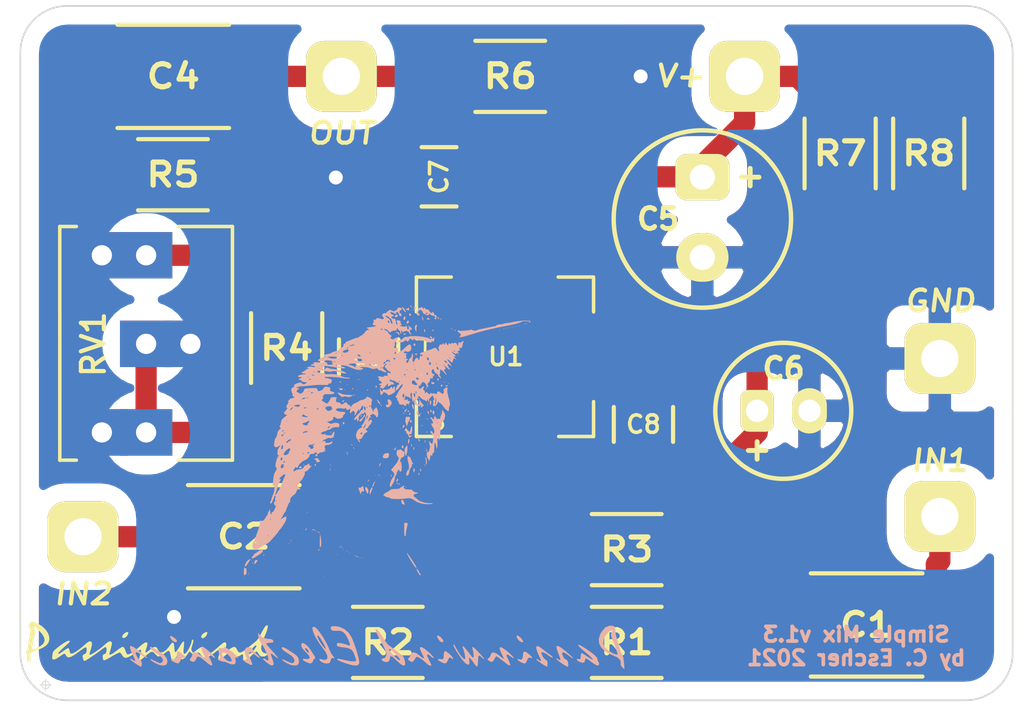
<source format=kicad_pcb>
(kicad_pcb (version 20171130) (host pcbnew "(5.1.5)-3")

  (general
    (thickness 1.6)
    (drawings 10)
    (tracks 72)
    (zones 0)
    (modules 26)
    (nets 14)
  )

  (page A4)
  (layers
    (0 F.Cu signal)
    (31 B.Cu signal)
    (32 B.Adhes user)
    (33 F.Adhes user)
    (34 B.Paste user)
    (35 F.Paste user)
    (36 B.SilkS user)
    (37 F.SilkS user)
    (38 B.Mask user)
    (39 F.Mask user)
    (40 Dwgs.User user)
    (41 Cmts.User user)
    (42 Eco1.User user)
    (43 Eco2.User user)
    (44 Edge.Cuts user)
    (45 Margin user)
    (46 B.CrtYd user)
    (47 F.CrtYd user)
    (48 B.Fab user)
    (49 F.Fab user)
  )

  (setup
    (last_trace_width 0.25)
    (user_trace_width 0.508)
    (user_trace_width 0.6096)
    (trace_clearance 0.2)
    (zone_clearance 0.508)
    (zone_45_only no)
    (trace_min 0.2)
    (via_size 0.8)
    (via_drill 0.4)
    (via_min_size 0.4)
    (via_min_drill 0.3)
    (uvia_size 0.3)
    (uvia_drill 0.1)
    (uvias_allowed no)
    (uvia_min_size 0.2)
    (uvia_min_drill 0.1)
    (edge_width 0.05)
    (segment_width 0.2)
    (pcb_text_width 0.3)
    (pcb_text_size 1.5 1.5)
    (mod_edge_width 0.12)
    (mod_text_size 1 1)
    (mod_text_width 0.15)
    (pad_size 0.508 1.293)
    (pad_drill 0)
    (pad_to_mask_clearance 0.051)
    (solder_mask_min_width 0.25)
    (aux_axis_origin 119.94 80.3)
    (visible_elements 7FFFFFFF)
    (pcbplotparams
      (layerselection 0x010fc_ffffffff)
      (usegerberextensions false)
      (usegerberattributes false)
      (usegerberadvancedattributes false)
      (creategerberjobfile false)
      (excludeedgelayer true)
      (linewidth 0.100000)
      (plotframeref false)
      (viasonmask false)
      (mode 1)
      (useauxorigin false)
      (hpglpennumber 1)
      (hpglpenspeed 20)
      (hpglpendiameter 15.000000)
      (psnegative false)
      (psa4output false)
      (plotreference true)
      (plotvalue true)
      (plotinvisibletext false)
      (padsonsilk false)
      (subtractmaskfromsilk false)
      (outputformat 1)
      (mirror false)
      (drillshape 1)
      (scaleselection 1)
      (outputdirectory ""))
  )

  (net 0 "")
  (net 1 "Net-(C1-Pad1)")
  (net 2 "Net-(C1-Pad2)")
  (net 3 GND)
  (net 4 "Net-(C3-Pad2)")
  (net 5 "Net-(C3-Pad1)")
  (net 6 VDD)
  (net 7 VCC)
  (net 8 "Net-(OUT1-Pad1)")
  (net 9 "Net-(R1-Pad2)")
  (net 10 "Net-(U1-Pad1)")
  (net 11 "Net-(U1-Pad5)")
  (net 12 "Net-(U1-Pad8)")
  (net 13 "Net-(C4-Pad1)")

  (net_class Default "This is the default net class."
    (clearance 0.2)
    (trace_width 0.25)
    (via_dia 0.8)
    (via_drill 0.4)
    (uvia_dia 0.3)
    (uvia_drill 0.1)
    (add_net GND)
    (add_net "Net-(C1-Pad1)")
    (add_net "Net-(C1-Pad2)")
    (add_net "Net-(C3-Pad1)")
    (add_net "Net-(C3-Pad2)")
    (add_net "Net-(C4-Pad1)")
    (add_net "Net-(OUT1-Pad1)")
    (add_net "Net-(R1-Pad2)")
    (add_net "Net-(U1-Pad1)")
    (add_net "Net-(U1-Pad5)")
    (add_net "Net-(U1-Pad8)")
    (add_net VCC)
    (add_net VDD)
  )

  (module .pretty:Potentiometer_Trimmer_Bourns_3362M+Z (layer F.Cu) (tedit 60A66DA6) (tstamp 6018DF97)
    (at 123.44 67.48 90)
    (descr "Spindle Trimmer Potentiometer, Bourns 3296W, https://www.bourns.com/pdfs/3296.pdf")
    (tags "Spindle Trimmer Potentiometer   Bourns 3296W")
    (path /601AFA96)
    (fp_text reference RV1 (at -2.55 -1.51 90) (layer F.SilkS)
      (effects (font (size 0.66 0.66) (thickness 0.12)))
    )
    (fp_text value R_Potentiometer_Trim (at -2.7178 2.0955 90) (layer F.Fab)
      (effects (font (size 0.18 0.18) (thickness 0.045)))
    )
    (fp_line (start -5.875 -2.476) (end -5.875 -2) (layer F.SilkS) (width 0.1))
    (fp_line (start -5.875 2.475) (end 0.825 2.475) (layer F.SilkS) (width 0.1))
    (fp_line (start -5.875 -2.475) (end 0.825 -2.476) (layer F.SilkS) (width 0.1))
    (fp_line (start -5.875 0.924) (end -5.875 2.475) (layer F.SilkS) (width 0.1))
    (fp_line (start 0.825 0.924) (end 0.825 2.475) (layer F.SilkS) (width 0.1))
    (fp_line (start 0.825 -2.476) (end 0.825 -2) (layer F.SilkS) (width 0.1))
    (pad 3 thru_hole rect (at -5.08 0) (size 1.5 1.33) (drill 0.58) (layers *.Cu *.Mask)
      (net 4 "Net-(C3-Pad2)"))
    (pad 2 thru_hole rect (at -2.54 0) (size 1.5 1.33) (drill 0.58) (layers *.Cu *.Mask)
      (net 4 "Net-(C3-Pad2)"))
    (pad 1 thru_hole rect (at 0 0) (size 1.5 1.33) (drill 0.58) (layers *.Cu *.Mask)
      (net 5 "Net-(C3-Pad1)"))
    (pad 2 thru_hole rect (at -2.54 1.27) (size 1.5 1.33) (drill 0.58) (layers *.Cu *.Mask)
      (net 4 "Net-(C3-Pad2)"))
    (pad 3 thru_hole rect (at -5.08 -1.27) (size 1.5 1.33) (drill 0.58) (layers *.Cu *.Mask)
      (net 4 "Net-(C3-Pad2)"))
    (pad 1 thru_hole rect (at 0 -1.27) (size 1.5 1.33) (drill 0.58) (layers *.Cu *.Mask)
      (net 5 "Net-(C3-Pad1)"))
    (model Potentiometers.3dshapes/Potentiometer_Trimmer_Bourns_3296W.wrl
      (at (xyz 0 0 0))
      (scale (xyz 1 1 1))
      (rotate (xyz 0 0 -90))
    )
  )

  (module .pretty:22Ga_pad_1_066mm_2mmsq (layer F.Cu) (tedit 60428067) (tstamp 60428128)
    (at 121.63 75.55 270)
    (descr "module 1 pin (ou trou mecanique de percage)")
    (tags DEV)
    (path /60189A55)
    (fp_text reference IN2 (at 1.64 0) (layer F.SilkS)
      (effects (font (size 0.6 0.66) (thickness 0.12) italic))
    )
    (fp_text value Conn_01x01 (at 0 -1.13 270) (layer F.SilkS) hide
      (effects (font (size 0.127 0.127) (thickness 0.03175)))
    )
    (pad 1 thru_hole roundrect (at 0 0 270) (size 2.032 2.032) (drill 1.066) (layers *.Cu *.Mask F.SilkS) (roundrect_rratio 0.25))
  )

  (module .pretty:C_1210_HandSoldering (layer F.Cu) (tedit 6066AD62) (tstamp 60428009)
    (at 126.24 75.55)
    (descr "Capacitor SMD 1210, hand soldering")
    (tags "capacitor 1210")
    (path /6018EF3F)
    (attr smd)
    (fp_text reference C2 (at 0 0) (layer F.SilkS)
      (effects (font (size 0.66 0.77) (thickness 0.15)))
    )
    (fp_text value C (at 0.65 0 90) (layer F.Fab)
      (effects (font (size 0.127 0.127) (thickness 0.03175)))
    )
    (fp_line (start 3.25 1.5) (end -3.25 1.5) (layer F.CrtYd) (width 0.05))
    (fp_line (start 3.25 1.5) (end 3.25 -1.5) (layer F.CrtYd) (width 0.05))
    (fp_line (start -3.25 -1.5) (end -3.25 1.5) (layer F.CrtYd) (width 0.05))
    (fp_line (start -3.25 -1.5) (end 3.25 -1.5) (layer F.CrtYd) (width 0.05))
    (fp_line (start -1.6 1.48) (end 1.6 1.48) (layer F.SilkS) (width 0.12))
    (fp_line (start 1.6 -1.48) (end -1.6 -1.48) (layer F.SilkS) (width 0.12))
    (fp_line (start -1.6 -1.25) (end 1.6 -1.25) (layer F.Fab) (width 0.05))
    (fp_line (start 1.6 -1.25) (end 1.6 1.25) (layer F.Fab) (width 0.05))
    (fp_line (start 1.6 1.25) (end -1.6 1.25) (layer F.Fab) (width 0.05))
    (fp_line (start -1.6 1.25) (end -1.6 -1.25) (layer F.Fab) (width 0.05))
    (pad 2 smd rect (at 2 0) (size 2 2.5) (layers F.Cu F.Paste F.Mask))
    (pad 1 smd rect (at -2 0) (size 2 2.5) (layers F.Cu F.Paste F.Mask))
    (model Capacitors_SMD.3dshapes/C_1210.wrl
      (at (xyz 0 0 0))
      (scale (xyz 1 1 1))
      (rotate (xyz 0 0 0))
    )
  )

  (module .pretty:22Ga_pad_1_066mm_2mmsq (layer F.Cu) (tedit 601B0AA6) (tstamp 6018DEEB)
    (at 146.2 70.44 90)
    (descr "module 1 pin (ou trou mecanique de percage)")
    (tags DEV)
    (path /60188E55)
    (fp_text reference GND (at 1.65 0.01 180) (layer F.SilkS)
      (effects (font (size 0.6 0.66) (thickness 0.12) italic))
    )
    (fp_text value Conn_01x01 (at 0 -1.13 270) (layer F.SilkS) hide
      (effects (font (size 0.127 0.127) (thickness 0.03175)))
    )
    (pad 1 thru_hole roundrect (at 0 0 90) (size 2.032 2.032) (drill 1.066) (layers *.Cu *.Mask F.SilkS) (roundrect_rratio 0.25)
      (net 3 GND))
  )

  (module .pretty:22Ga_pad_1_066mm_2mmsq (layer F.Cu) (tedit 601B0AA6) (tstamp 6018DEF0)
    (at 146.2 74.97 270)
    (descr "module 1 pin (ou trou mecanique de percage)")
    (tags DEV)
    (path /60189A55)
    (fp_text reference IN1 (at -1.6 0) (layer F.SilkS)
      (effects (font (size 0.6 0.66) (thickness 0.12) italic))
    )
    (fp_text value Conn_01x01 (at 0 -1.13 270) (layer F.SilkS) hide
      (effects (font (size 0.127 0.127) (thickness 0.03175)))
    )
    (pad 1 thru_hole roundrect (at 0 0 270) (size 2.032 2.032) (drill 1.066) (layers *.Cu *.Mask F.SilkS) (roundrect_rratio 0.25)
      (net 2 "Net-(C1-Pad2)"))
  )

  (module .pretty:22Ga_pad_1_066mm_2mmsq (layer F.Cu) (tedit 601B0AA6) (tstamp 6018DEF5)
    (at 129.04 62.35 270)
    (descr "module 1 pin (ou trou mecanique de percage)")
    (tags DEV)
    (path /60189548)
    (fp_text reference OUT (at 1.63 0) (layer F.SilkS)
      (effects (font (size 0.6 0.66) (thickness 0.12) italic))
    )
    (fp_text value Conn_01x01 (at 0 -1.13 270) (layer F.SilkS) hide
      (effects (font (size 0.127 0.127) (thickness 0.03175)))
    )
    (pad 1 thru_hole roundrect (at 0 0 270) (size 2.032 2.032) (drill 1.066) (layers *.Cu *.Mask F.SilkS) (roundrect_rratio 0.25)
      (net 8 "Net-(OUT1-Pad1)"))
  )

  (module .pretty:22Ga_pad_1_066mm_2mmsq (layer F.Cu) (tedit 601B0AA6) (tstamp 6018DFB4)
    (at 140.6 62.35 270)
    (descr "module 1 pin (ou trou mecanique de percage)")
    (tags DEV)
    (path /60188D37)
    (fp_text reference V+ (at -0.01 1.84) (layer F.SilkS)
      (effects (font (size 0.6 0.66) (thickness 0.12) italic))
    )
    (fp_text value Conn_01x01 (at 0 -1.13 270) (layer F.SilkS) hide
      (effects (font (size 0.127 0.127) (thickness 0.03175)))
    )
    (pad 1 thru_hole roundrect (at 0 0 270) (size 2.032 2.032) (drill 1.066) (layers *.Cu *.Mask F.SilkS) (roundrect_rratio 0.25)
      (net 7 VCC))
  )

  (module .pretty:Passinwind_7mm (layer F.Cu) (tedit 601AC5AD) (tstamp 601C323A)
    (at 123.52 78.58)
    (fp_text reference Passinwind (at -0.5 0) (layer F.SilkS) hide
      (effects (font (size 0.1 0.1) (thickness 0.003)))
    )
    (fp_text value Logo (at 0.25 0) (layer F.SilkS) hide
      (effects (font (size 0.1 0.1) (thickness 0.003)))
    )
    (fp_poly (pts (xy -3.286068 -0.575565) (xy -3.166858 -0.524747) (xy -3.05659 -0.450089) (xy -2.963713 -0.359638)
      (xy -2.896676 -0.261439) (xy -2.865835 -0.175376) (xy -2.859958 -0.07754) (xy -2.884014 0.006071)
      (xy -2.940866 0.078705) (xy -3.033373 0.14361) (xy -3.164396 0.204036) (xy -3.217334 0.223819)
      (xy -3.294267 0.253425) (xy -3.355443 0.280898) (xy -3.389898 0.30121) (xy -3.39287 0.304311)
      (xy -3.400731 0.338602) (xy -3.400531 0.396487) (xy -3.398142 0.421141) (xy -3.397737 0.499059)
      (xy -3.416599 0.551564) (xy -3.45209 0.571481) (xy -3.453423 0.5715) (xy -3.476735 0.554608)
      (xy -3.485201 0.538825) (xy -3.490342 0.496896) (xy -3.486444 0.437177) (xy -3.485166 0.428671)
      (xy -3.484142 0.356685) (xy -3.504247 0.316214) (xy -3.52491 0.285954) (xy -3.513216 0.262831)
      (xy -3.503618 0.254443) (xy -3.476724 0.212072) (xy -3.471221 0.182617) (xy -3.469379 0.16246)
      (xy -3.352834 0.16246) (xy -3.345141 0.188664) (xy -3.339895 0.193244) (xy -3.301409 0.195451)
      (xy -3.238097 0.176005) (xy -3.159132 0.138473) (xy -3.085435 0.094278) (xy -3.016686 0.029269)
      (xy -2.98773 -0.047627) (xy -2.998324 -0.134549) (xy -3.048222 -0.229635) (xy -3.137179 -0.331022)
      (xy -3.141885 -0.335503) (xy -3.200374 -0.388161) (xy -3.248696 -0.426845) (xy -3.277555 -0.444192)
      (xy -3.279567 -0.4445) (xy -3.298832 -0.42905) (xy -3.299265 -0.397092) (xy -3.280834 -0.370417)
      (xy -3.264348 -0.338648) (xy -3.260734 -0.281921) (xy -3.269991 -0.215609) (xy -3.280845 -0.179888)
      (xy -3.295823 -0.131152) (xy -3.314737 -0.056918) (xy -3.333492 0.026745) (xy -3.333499 0.026778)
      (xy -3.349052 0.111062) (xy -3.352834 0.16246) (xy -3.469379 0.16246) (xy -3.467752 0.144673)
      (xy -3.458402 0.075091) (xy -3.444616 -0.016071) (xy -3.428578 -0.114368) (xy -3.410908 -0.222654)
      (xy -3.400811 -0.297708) (xy -3.397998 -0.347895) (xy -3.402177 -0.381577) (xy -3.413057 -0.40712)
      (xy -3.418108 -0.415248) (xy -3.446591 -0.475605) (xy -3.439299 -0.523816) (xy -3.407776 -0.560969)
      (xy -3.373018 -0.584792) (xy -3.333859 -0.587394) (xy -3.286068 -0.575565)) (layer F.SilkS) (width 0.01))
    (fp_poly (pts (xy 3.398649 -0.483344) (xy 3.405669 -0.462894) (xy 3.398526 -0.412112) (xy 3.381292 -0.348262)
      (xy 3.352691 -0.267887) (xy 3.3303 -0.21424) (xy 3.278416 -0.087801) (xy 3.239869 0.028536)
      (xy 3.217579 0.12503) (xy 3.213232 0.176753) (xy 3.231186 0.245966) (xy 3.274855 0.296707)
      (xy 3.334108 0.317456) (xy 3.33703 0.3175) (xy 3.375233 0.323653) (xy 3.386666 0.334433)
      (xy 3.367609 0.370782) (xy 3.318218 0.395358) (xy 3.265302 0.402167) (xy 3.213308 0.394932)
      (xy 3.176307 0.365935) (xy 3.151028 0.328084) (xy 3.117817 0.281358) (xy 3.088606 0.255695)
      (xy 3.082288 0.254) (xy 3.056792 0.268184) (xy 3.010708 0.305961) (xy 2.95254 0.360165)
      (xy 2.931583 0.381) (xy 2.85291 0.453985) (xy 2.791687 0.496988) (xy 2.75762 0.508)
      (xy 2.725014 0.503245) (xy 2.709544 0.482174) (xy 2.706714 0.434582) (xy 2.708685 0.396875)
      (xy 2.701342 0.351138) (xy 2.671772 0.34098) (xy 2.621207 0.366742) (xy 2.615329 0.37109)
      (xy 2.564069 0.398009) (xy 2.517163 0.3918) (xy 2.465624 0.350068) (xy 2.443718 0.325306)
      (xy 2.438075 0.319401) (xy 2.8575 0.319401) (xy 2.870681 0.338541) (xy 2.904017 0.33061)
      (xy 2.94819 0.298931) (xy 2.96671 0.280459) (xy 3.018473 0.219461) (xy 3.060964 0.160788)
      (xy 3.086412 0.115711) (xy 3.090333 0.101124) (xy 3.073157 0.086443) (xy 3.059075 0.084667)
      (xy 3.032461 0.100207) (xy 2.990771 0.139662) (xy 2.943232 0.192289) (xy 2.899072 0.24734)
      (xy 2.867518 0.29407) (xy 2.8575 0.319401) (xy 2.438075 0.319401) (xy 2.403496 0.283217)
      (xy 2.366445 0.263559) (xy 2.32519 0.268076) (xy 2.272356 0.298513) (xy 2.20057 0.356617)
      (xy 2.159863 0.392482) (xy 2.097532 0.446016) (xy 2.046092 0.486379) (xy 2.014344 0.506784)
      (xy 2.010033 0.508) (xy 1.992211 0.489842) (xy 1.994522 0.437007) (xy 2.016773 0.351951)
      (xy 2.023976 0.330181) (xy 2.044296 0.253039) (xy 2.040628 0.210775) (xy 2.01276 0.203239)
      (xy 1.960479 0.230282) (xy 1.922422 0.258888) (xy 1.819559 0.335274) (xy 1.725313 0.392929)
      (xy 1.646389 0.42835) (xy 1.589493 0.438038) (xy 1.581869 0.436718) (xy 1.539267 0.410481)
      (xy 1.500271 0.363438) (xy 1.498315 0.360058) (xy 1.45507 0.301586) (xy 1.410317 0.283433)
      (xy 1.357814 0.303852) (xy 1.341148 0.316027) (xy 1.284053 0.360938) (xy 1.22433 0.303721)
      (xy 1.184924 0.269613) (xy 1.160105 0.254921) (xy 1.157234 0.255543) (xy 1.142227 0.276729)
      (xy 1.111303 0.321826) (xy 1.083665 0.362578) (xy 1.023049 0.44079) (xy 0.974029 0.478431)
      (xy 0.936221 0.475536) (xy 0.909243 0.432138) (xy 0.896803 0.378967) (xy 0.882327 0.323144)
      (xy 0.861428 0.306157) (xy 0.831868 0.328432) (xy 0.791413 0.390393) (xy 0.785981 0.400045)
      (xy 0.738157 0.47307) (xy 0.69852 0.504812) (xy 0.666515 0.495113) (xy 0.641585 0.443816)
      (xy 0.62362 0.354048) (xy 0.60522 0.277318) (xy 0.576135 0.24113) (xy 0.535432 0.244833)
      (xy 0.501631 0.268917) (xy 0.450349 0.308243) (xy 0.387073 0.348491) (xy 0.325444 0.381857)
      (xy 0.279102 0.400539) (xy 0.268665 0.402168) (xy 0.241072 0.387122) (xy 0.200005 0.348993)
      (xy 0.178884 0.325306) (xy 0.138663 0.283217) (xy 0.101612 0.263559) (xy 0.060356 0.268076)
      (xy 0.007523 0.298513) (xy -0.064264 0.356617) (xy -0.10497 0.392482) (xy -0.167301 0.446016)
      (xy -0.218741 0.486379) (xy -0.250489 0.506784) (xy -0.254801 0.508) (xy -0.272622 0.489842)
      (xy -0.270311 0.437007) (xy -0.24806 0.351951) (xy -0.240857 0.330181) (xy -0.22061 0.256687)
      (xy -0.222422 0.215755) (xy -0.248165 0.206807) (xy -0.299707 0.229269) (xy -0.37892 0.282565)
      (xy -0.383829 0.286168) (xy -0.49479 0.364167) (xy -0.580197 0.414085) (xy -0.645255 0.436928)
      (xy -0.695168 0.4337) (xy -0.735141 0.405406) (xy -0.766519 0.360058) (xy -0.799031 0.31315)
      (xy -0.829496 0.285487) (xy -0.831736 0.28449) (xy -0.860366 0.290545) (xy -0.916349 0.315359)
      (xy -0.991376 0.35488) (xy -1.070095 0.400755) (xy -1.156435 0.450865) (xy -1.228109 0.487861)
      (xy -1.277887 0.508283) (xy -1.297838 0.509796) (xy -1.311387 0.477542) (xy -1.319337 0.424202)
      (xy -1.319544 0.420356) (xy -1.31677 0.370002) (xy -1.297002 0.347697) (xy -1.275992 0.342578)
      (xy -1.238843 0.324073) (xy -1.217974 0.275535) (xy -1.215458 0.263362) (xy -1.20984 0.192046)
      (xy -1.22158 0.14366) (xy -1.246768 0.127) (xy -1.272148 0.139288) (xy -1.320704 0.171797)
      (xy -1.382801 0.217995) (xy -1.395031 0.227542) (xy -1.462525 0.278492) (xy -1.542454 0.335604)
      (xy -1.626871 0.393604) (xy -1.707829 0.447216) (xy -1.777383 0.491166) (xy -1.827587 0.520179)
      (xy -1.849431 0.529167) (xy -1.867618 0.512187) (xy -1.873915 0.497417) (xy -1.889692 0.446916)
      (xy -1.893753 0.433917) (xy -1.894765 0.381471) (xy -1.867776 0.346053) (xy -1.839639 0.338667)
      (xy -1.80815 0.320417) (xy -1.786788 0.275817) (xy -1.777701 0.220093) (xy -1.783042 0.168471)
      (xy -1.804959 0.136176) (xy -1.810682 0.133639) (xy -1.835336 0.142866) (xy -1.885763 0.173391)
      (xy -1.954456 0.22035) (xy -2.028616 0.274856) (xy -2.139031 0.354004) (xy -2.224139 0.403582)
      (xy -2.287839 0.424666) (xy -2.334028 0.418333) (xy -2.366604 0.385661) (xy -2.374519 0.370417)
      (xy -2.400266 0.331434) (xy -2.423159 0.3175) (xy -2.451633 0.329413) (xy -2.502237 0.360575)
      (xy -2.561167 0.402167) (xy -2.626977 0.445942) (xy -2.686595 0.476529) (xy -2.723869 0.486834)
      (xy -2.752466 0.483614) (xy -2.765773 0.466883) (xy -2.767762 0.42603) (xy -2.76459 0.377994)
      (xy -2.756001 0.311277) (xy -2.736879 0.26468) (xy -2.697838 0.220768) (xy -2.66392 0.190972)
      (xy -2.571956 0.117075) (xy -2.481679 0.05178) (xy -2.400901 0.000136) (xy -2.337431 -0.032807)
      (xy -2.303028 -0.042333) (xy -2.278158 -0.039807) (xy -2.271252 -0.029382) (xy -2.285562 -0.006787)
      (xy -2.324343 0.032248) (xy -2.390847 0.091993) (xy -2.434167 0.129798) (xy -2.517294 0.206395)
      (xy -2.574212 0.268266) (xy -2.602698 0.312385) (xy -2.600529 0.335729) (xy -2.587709 0.338667)
      (xy -2.562246 0.326835) (xy -2.513937 0.295867) (xy -2.455334 0.254) (xy -2.393655 0.210779)
      (xy -2.342954 0.180269) (xy -2.315269 0.169334) (xy -2.29509 0.187838) (xy -2.282409 0.232705)
      (xy -2.28205 0.235991) (xy -2.267564 0.298067) (xy -2.237327 0.326769) (xy -2.187598 0.322655)
      (xy -2.114641 0.286287) (xy -2.082684 0.265882) (xy -2.000413 0.207133) (xy -1.915468 0.140087)
      (xy -1.864037 0.095387) (xy -1.784365 0.025443) (xy -1.72681 -0.014825) (xy -1.686094 -0.028015)
      (xy -1.65694 -0.016726) (xy -1.65037 -0.009823) (xy -1.639211 0.024568) (xy -1.643493 0.085408)
      (xy -1.663876 0.176645) (xy -1.701018 0.302226) (xy -1.7042 0.312209) (xy -1.708826 0.349328)
      (xy -1.686561 0.359833) (xy -1.686557 0.359834) (xy -1.651051 0.347478) (xy -1.591619 0.314435)
      (xy -1.51717 0.266738) (xy -1.436611 0.210423) (xy -1.35885 0.151523) (xy -1.292794 0.096073)
      (xy -1.280584 0.084811) (xy -1.202578 0.016451) (xy -1.145606 -0.020246) (xy -1.105215 -0.027417)
      (xy -1.080177 -0.011398) (xy -1.070272 0.008656) (xy -1.0685 0.040471) (xy -1.07597 0.090687)
      (xy -1.093793 0.165944) (xy -1.123078 0.272883) (xy -1.134286 0.312209) (xy -1.135518 0.350663)
      (xy -1.109257 0.358623) (xy -1.056886 0.336551) (xy -0.979785 0.284912) (xy -0.92447 0.241751)
      (xy -0.855524 0.189606) (xy -0.795426 0.151018) (xy -0.753814 0.131919) (xy -0.744553 0.131055)
      (xy -0.715278 0.15575) (xy -0.687009 0.213492) (xy -0.679166 0.237201) (xy -0.656051 0.297612)
      (xy -0.631007 0.338948) (xy -0.619733 0.348119) (xy -0.572843 0.345403) (xy -0.503049 0.312936)
      (xy -0.414684 0.253376) (xy -0.312084 0.169378) (xy -0.277779 0.13853) (xy -0.184243 0.058814)
      (xy -0.114885 0.013441) (xy -0.069835 0.002404) (xy -0.049224 0.025696) (xy -0.053182 0.083309)
      (xy -0.072759 0.150206) (xy -0.098399 0.234708) (xy -0.102838 0.282866) (xy -0.084944 0.295614)
      (xy -0.043581 0.273883) (xy 0.016712 0.223756) (xy 0.075161 0.178069) (xy 0.131636 0.14509)
      (xy 0.152937 0.137151) (xy 0.189846 0.132936) (xy 0.216548 0.148975) (xy 0.244714 0.19373)
      (xy 0.253011 0.209728) (xy 0.295432 0.273457) (xy 0.337227 0.296238) (xy 0.340147 0.296334)
      (xy 0.420174 0.276263) (xy 0.501069 0.21912) (xy 0.574396 0.132264) (xy 0.630755 0.054536)
      (xy 0.670545 0.014823) (xy 0.696925 0.013687) (xy 0.713053 0.051687) (xy 0.722086 0.129382)
      (xy 0.723796 0.15875) (xy 0.730653 0.234422) (xy 0.742803 0.274534) (xy 0.761093 0.28575)
      (xy 0.786228 0.268484) (xy 0.822631 0.22319) (xy 0.862476 0.159621) (xy 0.862964 0.15875)
      (xy 0.919331 0.064101) (xy 0.96337 0.003217) (xy 0.993454 -0.021831) (xy 1.00322 -0.019835)
      (xy 1.005734 0.004397) (xy 1.003132 0.058577) (xy 0.996434 0.126797) (xy 0.987448 0.234791)
      (xy 0.991103 0.30347) (xy 1.00802 0.334107) (xy 1.038818 0.327977) (xy 1.077479 0.293626)
      (xy 1.113127 0.244755) (xy 1.152647 0.175045) (xy 1.189361 0.098466) (xy 1.21659 0.028987)
      (xy 1.227654 -0.019422) (xy 1.227666 -0.020496) (xy 1.237518 -0.060775) (xy 1.248833 -0.074083)
      (xy 1.266112 -0.070937) (xy 1.268014 -0.034293) (xy 1.254993 0.030086) (xy 1.235657 0.093247)
      (xy 1.215695 0.165435) (xy 1.215096 0.216174) (xy 1.22462 0.245185) (xy 1.248418 0.283257)
      (xy 1.267241 0.296334) (xy 1.292561 0.283756) (xy 1.339181 0.251008) (xy 1.389015 0.211667)
      (xy 1.469659 0.153461) (xy 1.528451 0.130904) (xy 1.566561 0.144116) (xy 1.585155 0.193219)
      (xy 1.5875 0.23222) (xy 1.600301 0.276464) (xy 1.625967 0.317983) (xy 1.652102 0.346923)
      (xy 1.676197 0.354401) (xy 1.714154 0.341645) (xy 1.745136 0.327193) (xy 1.796194 0.295823)
      (xy 1.865949 0.243574) (xy 1.942956 0.179289) (xy 1.981626 0.144449) (xy 2.050761 0.083216)
      (xy 2.111251 0.034856) (xy 2.154861 0.005685) (xy 2.170038 0) (xy 2.205927 0.016435)
      (xy 2.215252 0.065459) (xy 2.197954 0.146652) (xy 2.192868 0.162141) (xy 2.173182 0.22318)
      (xy 2.160966 0.267336) (xy 2.159 0.278937) (xy 2.172497 0.296575) (xy 2.206126 0.288377)
      (xy 2.249588 0.257941) (xy 2.266435 0.241406) (xy 2.326621 0.188405) (xy 2.390273 0.150071)
      (xy 2.444989 0.132968) (xy 2.467158 0.135131) (xy 2.49383 0.160716) (xy 2.522474 0.209604)
      (xy 2.527667 0.221329) (xy 2.555008 0.269987) (xy 2.58942 0.29401) (xy 2.635413 0.292191)
      (xy 2.697499 0.263323) (xy 2.780187 0.206199) (xy 2.878666 0.127374) (xy 2.949228 0.069558)
      (xy 3.017848 0.014657) (xy 3.064786 -0.021716) (xy 3.118306 -0.078379) (xy 3.180136 -0.173239)
      (xy 3.234407 -0.274932) (xy 3.290369 -0.380144) (xy 3.33563 -0.449744) (xy 3.368833 -0.481706)
      (xy 3.373824 -0.483388) (xy 3.398649 -0.483344)) (layer F.SilkS) (width 0.01))
    (fp_poly (pts (xy -0.593802 -0.266903) (xy -0.613108 -0.216406) (xy -0.636537 -0.182771) (xy -0.680664 -0.142432)
      (xy -0.723181 -0.12756) (xy -0.753542 -0.139415) (xy -0.762 -0.167797) (xy -0.746317 -0.208426)
      (xy -0.708361 -0.250757) (xy -0.706229 -0.252464) (xy -0.645031 -0.2896) (xy -0.605999 -0.292857)
      (xy -0.593802 -0.266903)) (layer F.SilkS) (width 0.01))
    (fp_poly (pts (xy 1.671204 -0.26674) (xy 1.65086 -0.210844) (xy 1.647831 -0.204983) (xy 1.611104 -0.157006)
      (xy 1.568301 -0.129696) (xy 1.529803 -0.125711) (xy 1.505995 -0.147705) (xy 1.502833 -0.167892)
      (xy 1.519015 -0.206991) (xy 1.558551 -0.24828) (xy 1.564309 -0.252559) (xy 1.62595 -0.288724)
      (xy 1.662241 -0.293075) (xy 1.671204 -0.26674)) (layer F.SilkS) (width 0.01))
  )

  (module .pretty:C_1206_HandSoldering (layer F.Cu) (tedit 5E3A43C8) (tstamp 60190862)
    (at 143.34 64.56 270)
    (descr "Capacitor SMD 1206, hand soldering")
    (tags "capacitor 1206")
    (path /6018A9DC)
    (attr smd)
    (fp_text reference R7 (at 0 0 180) (layer F.SilkS)
      (effects (font (size 0.66 0.77) (thickness 0.15)))
    )
    (fp_text value R (at -0.025 -0.025 90) (layer F.SilkS) hide
      (effects (font (size 0.25 0.25) (thickness 0.04)))
    )
    (fp_line (start 3.25 1.05) (end -3.25 1.05) (layer F.CrtYd) (width 0.05))
    (fp_line (start 3.25 1.05) (end 3.25 -1.05) (layer F.CrtYd) (width 0.05))
    (fp_line (start -3.25 -1.05) (end -3.25 1.05) (layer F.CrtYd) (width 0.05))
    (fp_line (start -3.25 -1.05) (end 3.25 -1.05) (layer F.CrtYd) (width 0.05))
    (fp_line (start -1 1.02) (end 1 1.02) (layer F.SilkS) (width 0.12))
    (fp_line (start 1 -1.02) (end -1 -1.02) (layer F.SilkS) (width 0.12))
    (fp_line (start 1.6 -0.8) (end 1.6 0.8) (layer F.Fab) (width 0.1))
    (fp_line (start -1.6 0.8) (end -1.6 -0.8) (layer F.Fab) (width 0.1))
    (pad 2 smd rect (at 2 0 270) (size 2 1.6) (layers F.Cu F.Paste F.Mask)
      (net 6 VDD))
    (pad 1 smd rect (at -2 0 270) (size 2 1.6) (layers F.Cu F.Paste F.Mask)
      (net 7 VCC))
    (model Capacitors_SMD.3dshapes/C_1206.wrl
      (at (xyz 0 0 0))
      (scale (xyz 1 1 1))
      (rotate (xyz 0 0 0))
    )
  )

  (module .pretty:C_1206_HandSoldering (layer F.Cu) (tedit 5E3A43C8) (tstamp 60190871)
    (at 145.88 64.56 90)
    (descr "Capacitor SMD 1206, hand soldering")
    (tags "capacitor 1206")
    (path /6018AF6B)
    (attr smd)
    (fp_text reference R8 (at 0 0 180) (layer F.SilkS)
      (effects (font (size 0.66 0.77) (thickness 0.15)))
    )
    (fp_text value R (at -0.025 -0.025 90) (layer F.SilkS) hide
      (effects (font (size 0.25 0.25) (thickness 0.04)))
    )
    (fp_line (start 3.25 1.05) (end -3.25 1.05) (layer F.CrtYd) (width 0.05))
    (fp_line (start 3.25 1.05) (end 3.25 -1.05) (layer F.CrtYd) (width 0.05))
    (fp_line (start -3.25 -1.05) (end -3.25 1.05) (layer F.CrtYd) (width 0.05))
    (fp_line (start -3.25 -1.05) (end 3.25 -1.05) (layer F.CrtYd) (width 0.05))
    (fp_line (start -1 1.02) (end 1 1.02) (layer F.SilkS) (width 0.12))
    (fp_line (start 1 -1.02) (end -1 -1.02) (layer F.SilkS) (width 0.12))
    (fp_line (start 1.6 -0.8) (end 1.6 0.8) (layer F.Fab) (width 0.1))
    (fp_line (start -1.6 0.8) (end -1.6 -0.8) (layer F.Fab) (width 0.1))
    (pad 2 smd rect (at 2 0 90) (size 2 1.6) (layers F.Cu F.Paste F.Mask)
      (net 3 GND))
    (pad 1 smd rect (at -2 0 90) (size 2 1.6) (layers F.Cu F.Paste F.Mask)
      (net 6 VDD))
    (model Capacitors_SMD.3dshapes/C_1206.wrl
      (at (xyz 0 0 0))
      (scale (xyz 1 1 1))
      (rotate (xyz 0 0 0))
    )
  )

  (module .pretty:PWE_scriptlogo15B (layer F.Cu) (tedit 0) (tstamp 6019418E)
    (at 129.98 78.71)
    (fp_text reference VAL (at 0 0) (layer F.SilkS) hide
      (effects (font (size 0.381 0.381) (thickness 0.127)))
    )
    (fp_text value REF (at 0 0) (layer F.SilkS) hide
      (effects (font (size 0.381 0.381) (thickness 0.127)))
    )
    (fp_poly (pts (xy -5.8547 -0.31242) (xy -5.84708 -0.26924) (xy -5.83438 -0.2413) (xy -5.78866 -0.18288)
      (xy -5.73278 -0.14478) (xy -5.68452 -0.13462) (xy -5.67436 -0.1397) (xy -5.65658 -0.17526)
      (xy -5.68198 -0.21844) (xy -5.74548 -0.26924) (xy -5.8166 -0.31242) (xy -5.8547 -0.31242)) (layer B.SilkS) (width 0.00254))
    (fp_poly (pts (xy 1.80086 -0.3175) (xy 1.81102 -0.2794) (xy 1.8288 -0.2413) (xy 1.8796 -0.17018)
      (xy 1.93294 -0.13462) (xy 1.97612 -0.14478) (xy 1.9812 -0.1524) (xy 1.97612 -0.19304)
      (xy 1.93802 -0.24638) (xy 1.88468 -0.29718) (xy 1.83388 -0.32512) (xy 1.82626 -0.32766)
      (xy 1.80086 -0.3175)) (layer B.SilkS) (width 0.00254))
    (fp_poly (pts (xy 4.07924 -0.31496) (xy 4.09194 -0.27178) (xy 4.10718 -0.23622) (xy 4.15544 -0.18034)
      (xy 4.21132 -0.14224) (xy 4.25704 -0.13716) (xy 4.27228 -0.14732) (xy 4.26212 -0.18288)
      (xy 4.22402 -0.23622) (xy 4.17068 -0.28956) (xy 4.11988 -0.32258) (xy 4.10464 -0.32766)
      (xy 4.07924 -0.31496)) (layer B.SilkS) (width 0.00254))
    (fp_poly (pts (xy -5.8293 0.36576) (xy -5.7912 0.40386) (xy -5.74548 0.4318) (xy -5.65912 0.46736)
      (xy -5.60832 0.46736) (xy -5.57022 0.42164) (xy -5.55498 0.38608) (xy -5.52196 0.32258)
      (xy -5.48132 0.30734) (xy -5.44576 0.31242) (xy -5.40512 0.3175) (xy -5.40258 0.30734)
      (xy -5.4356 0.2667) (xy -5.48386 0.22352) (xy -5.56768 0.1524) (xy -5.61848 0.12446)
      (xy -5.64642 0.14224) (xy -5.65404 0.20066) (xy -5.66928 0.29972) (xy -5.715 0.34798)
      (xy -5.77088 0.34798) (xy -5.82168 0.34544) (xy -5.8293 0.36576)) (layer B.SilkS) (width 0.00254))
    (fp_poly (pts (xy -2.09042 -0.02286) (xy -2.04216 0.0635) (xy -1.98628 0.12192) (xy -1.98628 0.04318)
      (xy -1.98374 0.04064) (xy -1.95072 0.0381) (xy -1.90754 0.07112) (xy -1.8796 0.12192)
      (xy -1.87452 0.14478) (xy -1.88214 0.17018) (xy -1.91262 0.1524) (xy -1.94056 0.127)
      (xy -1.97866 0.0762) (xy -1.98628 0.04318) (xy -1.98628 0.12192) (xy -1.9431 0.1651)
      (xy -1.9431 0.16764) (xy -1.87198 0.24384) (xy -1.84912 0.3048) (xy -1.87198 0.3429)
      (xy -1.9431 0.35052) (xy -1.96342 0.34544) (xy -2.032 0.3429) (xy -2.04978 0.36068)
      (xy -2.02184 0.3937) (xy -1.95072 0.4318) (xy -1.88214 0.45974) (xy -1.8415 0.47498)
      (xy -1.83896 0.47498) (xy -1.80594 0.46228) (xy -1.79324 0.4572) (xy -1.75768 0.41656)
      (xy -1.75514 0.39878) (xy -1.73228 0.35052) (xy -1.7145 0.34036) (xy -1.69164 0.3175)
      (xy -1.70434 0.27686) (xy -1.74244 0.21336) (xy -1.81864 0.09652) (xy -1.87452 0.02032)
      (xy -1.92024 -0.03048) (xy -1.96596 -0.06858) (xy -1.98374 -0.07874) (xy -2.03962 -0.11176)
      (xy -2.07264 -0.10414) (xy -2.0828 -0.0889) (xy -2.09042 -0.02286)) (layer B.SilkS) (width 0.00254))
    (fp_poly (pts (xy -1.77038 -0.54864) (xy -1.7653 -0.48514) (xy -1.73482 -0.39624) (xy -1.68402 -0.28702)
      (xy -1.63322 -0.19812) (xy -1.63322 -0.2921) (xy -1.6256 -0.32258) (xy -1.60274 -0.32258)
      (xy -1.5748 -0.2921) (xy -1.53162 -0.23114) (xy -1.48336 -0.1524) (xy -1.43764 -0.06858)
      (xy -1.40462 0.00254) (xy -1.38938 0.0508) (xy -1.39192 0.06096) (xy -1.4224 0.03556)
      (xy -1.4732 -0.02286) (xy -1.52908 -0.1016) (xy -1.6002 -0.2159) (xy -1.63322 -0.2921)
      (xy -1.63322 -0.19812) (xy -1.61544 -0.1651) (xy -1.52908 -0.04064) (xy -1.4732 0.03048)
      (xy -1.39192 0.14732) (xy -1.3462 0.24638) (xy -1.34112 0.32258) (xy -1.37414 0.36576)
      (xy -1.44018 0.37338) (xy -1.50368 0.35814) (xy -1.5621 0.34544) (xy -1.5748 0.36322)
      (xy -1.54178 0.4064) (xy -1.5113 0.42926) (xy -1.4351 0.46482) (xy -1.35128 0.47498)
      (xy -1.28778 0.45974) (xy -1.26238 0.4318) (xy -1.24206 0.36068) (xy -1.23698 0.3429)
      (xy -1.20142 0.31242) (xy -1.1684 0.3175) (xy -1.14046 0.32258) (xy -1.15062 0.29972)
      (xy -1.1811 0.26416) (xy -1.2319 0.1905) (xy -1.28016 0.09144) (xy -1.29794 0.04826)
      (xy -1.33858 -0.04826) (xy -1.40208 -0.16764) (xy -1.47574 -0.2921) (xy -1.55448 -0.4064)
      (xy -1.6256 -0.50038) (xy -1.68402 -0.55626) (xy -1.69418 -0.56388) (xy -1.74752 -0.57658)
      (xy -1.77038 -0.54864)) (layer B.SilkS) (width 0.00254))
    (fp_poly (pts (xy 1.82118 0.36322) (xy 1.86436 0.40132) (xy 1.90246 0.42418) (xy 1.9939 0.46736)
      (xy 2.0574 0.46482) (xy 2.09804 0.41402) (xy 2.1082 0.38862) (xy 2.14376 0.3175)
      (xy 2.18186 0.30226) (xy 2.22758 0.33274) (xy 2.25552 0.3556) (xy 2.26314 0.33274)
      (xy 2.24028 0.28956) (xy 2.18694 0.23114) (xy 2.1209 0.17272) (xy 2.05994 0.12954)
      (xy 2.032 0.11938) (xy 2.0066 0.14732) (xy 1.9939 0.22606) (xy 1.9939 0.2413)
      (xy 1.99136 0.3175) (xy 1.97612 0.35052) (xy 1.93294 0.3556) (xy 1.905 0.35052)
      (xy 1.83642 0.34798) (xy 1.82118 0.36322)) (layer B.SilkS) (width 0.00254))
    (fp_poly (pts (xy 4.10718 0.3556) (xy 4.13258 0.38862) (xy 4.18846 0.42672) (xy 4.25704 0.45974)
      (xy 4.31292 0.47498) (xy 4.31546 0.47752) (xy 4.34848 0.45212) (xy 4.37896 0.39116)
      (xy 4.3815 0.38608) (xy 4.40944 0.32258) (xy 4.45008 0.3048) (xy 4.49072 0.30988)
      (xy 4.53136 0.3175) (xy 4.53644 0.30734) (xy 4.50342 0.27178) (xy 4.45262 0.22352)
      (xy 4.36372 0.1524) (xy 4.30784 0.13208) (xy 4.27736 0.16002) (xy 4.26974 0.2159)
      (xy 4.25704 0.3175) (xy 4.22656 0.36576) (xy 4.1783 0.36322) (xy 4.16814 0.35814)
      (xy 4.11734 0.3429) (xy 4.10718 0.3556)) (layer B.SilkS) (width 0.00254))
    (fp_poly (pts (xy -4.46532 0.35814) (xy -4.43992 0.38354) (xy -4.38404 0.40894) (xy -4.37134 0.41148)
      (xy -4.37134 0.19558) (xy -4.3434 0.1651) (xy -4.3307 0.16002) (xy -4.27482 0.1651)
      (xy -4.2037 0.20828) (xy -4.1402 0.27178) (xy -4.10972 0.32258) (xy -4.08178 0.38608)
      (xy -4.0894 0.41148) (xy -4.13512 0.41656) (xy -4.15036 0.41656) (xy -4.22148 0.39116)
      (xy -4.29768 0.32512) (xy -4.3561 0.24638) (xy -4.37134 0.19558) (xy -4.37134 0.41148)
      (xy -4.32562 0.42418) (xy -4.3053 0.42164) (xy -4.2672 0.42926) (xy -4.20116 0.45974)
      (xy -4.19608 0.45974) (xy -4.09448 0.49784) (xy -4.01828 0.50038) (xy -3.97764 0.46482)
      (xy -3.97256 0.40386) (xy -3.98018 0.3556) (xy -3.98526 0.30734) (xy -3.95986 0.30226)
      (xy -3.94462 0.30734) (xy -3.90652 0.31496) (xy -3.91414 0.2921) (xy -3.97256 0.23368)
      (xy -4.0767 0.14478) (xy -4.08432 0.13716) (xy -4.18084 0.06604) (xy -4.2545 0.01778)
      (xy -4.30022 -0.00254) (xy -4.31038 0.01016) (xy -4.30276 0.02286) (xy -4.318 0.0381)
      (xy -4.37134 0.03556) (xy -4.37642 0.03556) (xy -4.43738 0.03302) (xy -4.46024 0.06096)
      (xy -4.46532 0.1016) (xy -4.45008 0.1905) (xy -4.42976 0.24638) (xy -4.41198 0.29972)
      (xy -4.42976 0.32258) (xy -4.46278 0.34798) (xy -4.46532 0.35814)) (layer B.SilkS) (width 0.00254))
    (fp_poly (pts (xy -6.43382 0.01524) (xy -6.40588 0.05334) (xy -6.3373 0.1143) (xy -6.25348 0.17526)
      (xy -6.13664 0.26162) (xy -6.0706 0.3302) (xy -6.05536 0.38862) (xy -6.08076 0.43942)
      (xy -6.0833 0.44196) (xy -6.11632 0.46482) (xy -6.15442 0.46228) (xy -6.22046 0.43688)
      (xy -6.27888 0.40894) (xy -6.37286 0.36322) (xy -6.41858 0.35052) (xy -6.41604 0.3683)
      (xy -6.3627 0.41148) (xy -6.29412 0.45466) (xy -6.16966 0.51308) (xy -6.06298 0.5334)
      (xy -5.9817 0.51816) (xy -5.9563 0.49784) (xy -5.92836 0.42164) (xy -5.94868 0.3302)
      (xy -6.01472 0.2413) (xy -6.0579 0.20066) (xy -6.14172 0.14478) (xy -6.2357 0.08636)
      (xy -6.3246 0.03556) (xy -6.39064 0.00508) (xy -6.4135 0) (xy -6.43382 0.01524)) (layer B.SilkS) (width 0.00254))
    (fp_poly (pts (xy -5.29082 0.3556) (xy -5.28066 0.38354) (xy -5.25526 0.40386) (xy -5.18668 0.42926)
      (xy -5.13334 0.39878) (xy -5.1054 0.34036) (xy -5.08508 0.28956) (xy -5.04698 0.27432)
      (xy -4.98856 0.29718) (xy -4.89966 0.36322) (xy -4.85394 0.40132) (xy -4.75234 0.48514)
      (xy -4.6863 0.52578) (xy -4.65074 0.53086) (xy -4.64312 0.50546) (xy -4.65582 0.46228)
      (xy -4.6863 0.38862) (xy -4.70408 0.35306) (xy -4.74472 0.26416) (xy -4.74726 0.22098)
      (xy -4.71424 0.22606) (xy -4.65328 0.26416) (xy -4.58978 0.30988) (xy -4.56184 0.3175)
      (xy -4.572 0.2921) (xy -4.61518 0.23876) (xy -4.69138 0.1651) (xy -4.80822 0.06604)
      (xy -4.89204 0.01016) (xy -4.9403 0) (xy -4.95554 0.03556) (xy -4.93268 0.11684)
      (xy -4.90474 0.1778) (xy -4.86664 0.25908) (xy -4.8514 0.31242) (xy -4.85394 0.32766)
      (xy -4.8895 0.30988) (xy -4.95046 0.26416) (xy -4.98094 0.23876) (xy -5.0673 0.17526)
      (xy -5.14096 0.14986) (xy -5.19176 0.16256) (xy -5.207 0.20574) (xy -5.22732 0.27178)
      (xy -5.2578 0.31496) (xy -5.29082 0.3556)) (layer B.SilkS) (width 0.00254))
    (fp_poly (pts (xy -3.77444 0.35814) (xy -3.74396 0.39624) (xy -3.683 0.43942) (xy -3.61188 0.48006)
      (xy -3.54584 0.51054) (xy -3.5052 0.51562) (xy -3.50012 0.51054) (xy -3.50266 0.47244)
      (xy -3.52806 0.40132) (xy -3.54076 0.37084) (xy -3.59156 0.254) (xy -3.60172 0.1778)
      (xy -3.57886 0.14478) (xy -3.5179 0.15748) (xy -3.42646 0.21844) (xy -3.42138 0.22352)
      (xy -3.35026 0.2794) (xy -3.29692 0.30988) (xy -3.27914 0.31242) (xy -3.2893 0.28702)
      (xy -3.33502 0.23622) (xy -3.37058 0.20574) (xy -3.43662 0.14478) (xy -3.47472 0.09144)
      (xy -3.48234 0.07366) (xy -3.50774 0.03302) (xy -3.56616 0.0127) (xy -3.6322 0.0127)
      (xy -3.67538 0.03048) (xy -3.71602 0.09906) (xy -3.70332 0.19812) (xy -3.67284 0.27178)
      (xy -3.6449 0.34798) (xy -3.65252 0.38354) (xy -3.70078 0.37592) (xy -3.72364 0.36068)
      (xy -3.76936 0.34036) (xy -3.77444 0.35814)) (layer B.SilkS) (width 0.00254))
    (fp_poly (pts (xy -3.33502 -0.40132) (xy -3.3147 -0.28194) (xy -3.29438 -0.19812) (xy -3.26644 -0.14224)
      (xy -3.25882 -0.13462) (xy -3.22072 -0.08382) (xy -3.16738 0.00508) (xy -3.11404 0.11684)
      (xy -3.06324 0.23114) (xy -3.048 0.27178) (xy -3.03022 0.35306) (xy -3.04292 0.39116)
      (xy -3.08356 0.381) (xy -3.11912 0.35052) (xy -3.15722 0.3302) (xy -3.175 0.33782)
      (xy -3.18516 0.36322) (xy -3.18008 0.36576) (xy -3.15214 0.38862) (xy -3.09626 0.43434)
      (xy -3.07086 0.45466) (xy -2.97942 0.51816) (xy -2.91846 0.5334) (xy -2.88798 0.50292)
      (xy -2.88544 0.48006) (xy -2.89814 0.41656) (xy -2.92608 0.33274) (xy -2.9337 0.31242)
      (xy -2.9591 0.2413) (xy -2.96672 0.19558) (xy -2.96672 0.1905) (xy -2.93878 0.19812)
      (xy -2.8829 0.23622) (xy -2.86258 0.25146) (xy -2.79146 0.30988) (xy -2.76098 0.32512)
      (xy -2.7686 0.29972) (xy -2.81686 0.23876) (xy -2.90322 0.1397) (xy -2.91338 0.12954)
      (xy -2.99466 0.0381) (xy -3.05562 -0.03556) (xy -3.09118 -0.08382) (xy -3.09372 -0.09398)
      (xy -3.06832 -0.10922) (xy -3.00482 -0.11938) (xy -2.98958 -0.11938) (xy -2.91592 -0.12446)
      (xy -2.89052 -0.14732) (xy -2.89306 -0.17018) (xy -2.91592 -0.20574) (xy -2.97434 -0.22606)
      (xy -3.04546 -0.23114) (xy -3.15214 -0.24892) (xy -3.2258 -0.28702) (xy -3.26136 -0.32258)
      (xy -3.33502 -0.40132)) (layer B.SilkS) (width 0.00254))
    (fp_poly (pts (xy -2.64922 0.04318) (xy -2.62382 0.07874) (xy -2.56286 0.127) (xy -2.48412 0.1778)
      (xy -2.3622 0.25908) (xy -2.29616 0.33528) (xy -2.28346 0.40386) (xy -2.30632 0.4445)
      (xy -2.33934 0.46482) (xy -2.38252 0.46228) (xy -2.45364 0.4318) (xy -2.49936 0.41148)
      (xy -2.59334 0.3683) (xy -2.63906 0.35814) (xy -2.63652 0.37592) (xy -2.58064 0.4191)
      (xy -2.51714 0.45974) (xy -2.39776 0.51308) (xy -2.29108 0.5334) (xy -2.2098 0.5207)
      (xy -2.17932 0.49784) (xy -2.16154 0.4445) (xy -2.16408 0.36576) (xy -2.17932 0.31242)
      (xy -2.21488 0.26162) (xy -2.28092 0.20828) (xy -2.39014 0.13462) (xy -2.50444 0.06096)
      (xy -2.58064 0.02032) (xy -2.62382 0.00508) (xy -2.64414 0.01524) (xy -2.64922 0.04318)) (layer B.SilkS) (width 0.00254))
    (fp_poly (pts (xy -1.2446 -0.56896) (xy -1.24206 -0.5207) (xy -1.2319 -0.49784) (xy -1.20142 -0.4699)
      (xy -1.12776 -0.46228) (xy -1.0922 -0.46482) (xy -0.97536 -0.46482) (xy -0.88392 -0.42418)
      (xy -0.81026 -0.34036) (xy -0.75184 -0.23114) (xy -0.70612 -0.11938) (xy -0.69342 -0.05588)
      (xy -0.7112 -0.03556) (xy -0.75946 -0.0508) (xy -0.76454 -0.05334) (xy -0.82804 -0.0762)
      (xy -0.91694 -0.09906) (xy -0.94488 -0.10414) (xy -1.02362 -0.1143) (xy -1.06172 -0.10414)
      (xy -1.06934 -0.0762) (xy -1.07188 -0.06604) (xy -1.06172 -0.03302) (xy -1.0287 -0.0127)
      (xy -0.9525 0.00254) (xy -0.889 0.01016) (xy -0.75946 0.03048) (xy -0.6731 0.0635)
      (xy -0.61722 0.11684) (xy -0.57912 0.19304) (xy -0.53594 0.3048) (xy -0.51816 0.37084)
      (xy -0.52324 0.40386) (xy -0.5588 0.41402) (xy -0.60198 0.41656) (xy -0.6858 0.40894)
      (xy -0.79756 0.38862) (xy -0.8763 0.37084) (xy -0.9906 0.34544) (xy -1.0541 0.34036)
      (xy -1.0668 0.35306) (xy -1.03378 0.381) (xy -0.95504 0.4191) (xy -0.83058 0.46482)
      (xy -0.80518 0.47244) (xy -0.6477 0.51816) (xy -0.53594 0.5334) (xy -0.46736 0.5207)
      (xy -0.4318 0.47752) (xy -0.4318 0.4191) (xy -0.44958 0.32004) (xy -0.4826 0.19304)
      (xy -0.52578 0.04826) (xy -0.57658 -0.09652) (xy -0.62992 -0.23368) (xy -0.64008 -0.25654)
      (xy -0.73152 -0.40386) (xy -0.85852 -0.51308) (xy -1.00838 -0.57912) (xy -1.12268 -0.59436)
      (xy -1.2065 -0.58928) (xy -1.2446 -0.56896)) (layer B.SilkS) (width 0.00254))
    (fp_poly (pts (xy 0.0381 -0.48514) (xy 0.06604 -0.4064) (xy 0.11938 -0.29718) (xy 0.21082 -0.12954)
      (xy 0.27432 -0.00508) (xy 0.3175 0.08636) (xy 0.3429 0.14986) (xy 0.35052 0.19558)
      (xy 0.35052 0.23368) (xy 0.34544 0.24892) (xy 0.30988 0.31242) (xy 0.2667 0.32766)
      (xy 0.2159 0.34036) (xy 0.2159 0.37592) (xy 0.2667 0.41656) (xy 0.26924 0.4191)
      (xy 0.35052 0.43688) (xy 0.41402 0.41402) (xy 0.42164 0.40132) (xy 0.42164 0.06858)
      (xy 0.43942 0.06096) (xy 0.44704 0.06096) (xy 0.48006 0.08128) (xy 0.54102 0.13208)
      (xy 0.6096 0.20066) (xy 0.67564 0.27178) (xy 0.7239 0.3302) (xy 0.74422 0.36576)
      (xy 0.72898 0.38862) (xy 0.68326 0.36068) (xy 0.60198 0.28956) (xy 0.55626 0.23876)
      (xy 0.47498 0.14986) (xy 0.4318 0.09652) (xy 0.42164 0.06858) (xy 0.42164 0.40132)
      (xy 0.4445 0.3556) (xy 0.44704 0.3429) (xy 0.45466 0.2794) (xy 0.4826 0.26162)
      (xy 0.5334 0.28956) (xy 0.61468 0.36068) (xy 0.64262 0.38862) (xy 0.72136 0.46228)
      (xy 0.79502 0.51562) (xy 0.84328 0.53594) (xy 0.8763 0.52832) (xy 0.88646 0.4953)
      (xy 0.88138 0.42418) (xy 0.87884 0.40894) (xy 0.85598 0.32512) (xy 0.8255 0.26416)
      (xy 0.8128 0.254) (xy 0.76962 0.22098) (xy 0.69342 0.16256) (xy 0.60452 0.09144)
      (xy 0.59436 0.08382) (xy 0.508 0.01778) (xy 0.43688 -0.03556) (xy 0.39878 -0.0635)
      (xy 0.39624 -0.0635) (xy 0.37084 -0.09398) (xy 0.32258 -0.16002) (xy 0.2667 -0.24638)
      (xy 0.18542 -0.37338) (xy 0.11938 -0.45974) (xy 0.06858 -0.51054) (xy 0.04064 -0.51816)
      (xy 0.0381 -0.48514)) (layer B.SilkS) (width 0.00254))
    (fp_poly (pts (xy 0.96774 0.34798) (xy 0.98806 0.37846) (xy 1.01854 0.39878) (xy 1.06934 0.4318)
      (xy 1.1049 0.42164) (xy 1.13538 0.38862) (xy 1.17856 0.32766) (xy 1.19888 0.2921)
      (xy 1.22682 0.28194) (xy 1.28778 0.3048) (xy 1.36398 0.35306) (xy 1.44272 0.41656)
      (xy 1.4859 0.45974) (xy 1.54432 0.51054) (xy 1.6002 0.53594) (xy 1.63322 0.5334)
      (xy 1.6383 0.5207) (xy 1.6256 0.48768) (xy 1.59258 0.4191) (xy 1.5621 0.3556)
      (xy 1.52146 0.26416) (xy 1.51892 0.2159) (xy 1.5494 0.21336) (xy 1.6129 0.25908)
      (xy 1.62814 0.27432) (xy 1.67894 0.31242) (xy 1.71196 0.32258) (xy 1.69926 0.29464)
      (xy 1.65354 0.2413) (xy 1.57988 0.16764) (xy 1.5621 0.1524) (xy 1.45034 0.05842)
      (xy 1.36906 0.01016) (xy 1.32334 0.00254) (xy 1.31064 0.04318) (xy 1.33858 0.12446)
      (xy 1.36906 0.18542) (xy 1.41478 0.2794) (xy 1.42494 0.32512) (xy 1.397 0.32512)
      (xy 1.33604 0.2794) (xy 1.3081 0.254) (xy 1.21158 0.18288) (xy 1.1303 0.15494)
      (xy 1.07188 0.17272) (xy 1.04648 0.22352) (xy 1.01854 0.28956) (xy 0.99314 0.3175)
      (xy 0.96774 0.34798)) (layer B.SilkS) (width 0.00254))
    (fp_poly (pts (xy 3.24612 0.34798) (xy 3.26898 0.381) (xy 3.31978 0.41148) (xy 3.37312 0.42926)
      (xy 3.40614 0.40894) (xy 3.43916 0.3556) (xy 3.47472 0.29718) (xy 3.50266 0.2667)
      (xy 3.53568 0.28448) (xy 3.59918 0.3302) (xy 3.683 0.3937) (xy 3.69316 0.40132)
      (xy 3.79222 0.47752) (xy 3.85318 0.5207) (xy 3.8862 0.5334) (xy 3.8989 0.51816)
      (xy 3.8989 0.50546) (xy 3.8862 0.46228) (xy 3.85572 0.38862) (xy 3.83794 0.35306)
      (xy 3.7973 0.26416) (xy 3.7973 0.21844) (xy 3.83286 0.22098) (xy 3.90144 0.26416)
      (xy 3.97256 0.31242) (xy 4.00304 0.32512) (xy 3.99542 0.30226) (xy 3.95224 0.25146)
      (xy 3.87604 0.18034) (xy 3.84556 0.1524) (xy 3.72872 0.06096) (xy 3.64744 0.0127)
      (xy 3.60426 0.0127) (xy 3.59918 0.05588) (xy 3.6322 0.14732) (xy 3.66014 0.20828)
      (xy 3.70332 0.29718) (xy 3.71348 0.33782) (xy 3.68808 0.3302) (xy 3.62458 0.2794)
      (xy 3.5941 0.254) (xy 3.4925 0.18288) (xy 3.41376 0.15748) (xy 3.36042 0.18034)
      (xy 3.3401 0.23368) (xy 3.3147 0.2921) (xy 3.28676 0.3175) (xy 3.24612 0.34798)) (layer B.SilkS) (width 0.00254))
    (fp_poly (pts (xy 5.80898 0.36576) (xy 5.84454 0.40386) (xy 5.88518 0.42672) (xy 5.97154 0.45466)
      (xy 6.02488 0.43942) (xy 6.04266 0.38608) (xy 6.05282 0.33782) (xy 6.09092 0.33528)
      (xy 6.1595 0.37846) (xy 6.18236 0.39624) (xy 6.2611 0.4572) (xy 6.33984 0.50546)
      (xy 6.39826 0.5334) (xy 6.41096 0.53594) (xy 6.43636 0.51562) (xy 6.44652 0.50292)
      (xy 6.44652 0.4572) (xy 6.43128 0.43942) (xy 6.40334 0.381) (xy 6.39826 0.3429)
      (xy 6.37794 0.29718) (xy 6.3119 0.2286) (xy 6.19506 0.1397) (xy 6.15696 0.11176)
      (xy 6.05028 0.0381) (xy 5.9563 -0.01778) (xy 5.89026 -0.05334) (xy 5.8674 -0.05842)
      (xy 5.84962 -0.05334) (xy 5.85724 -0.03302) (xy 5.89026 0.00508) (xy 5.95884 0.06858)
      (xy 6.06552 0.16002) (xy 6.1468 0.2286) (xy 6.23316 0.30734) (xy 6.27126 0.35306)
      (xy 6.26618 0.36576) (xy 6.21284 0.3429) (xy 6.11632 0.28194) (xy 6.03504 0.22606)
      (xy 5.97408 0.1905) (xy 5.94614 0.1778) (xy 5.9309 0.2032) (xy 5.92328 0.2667)
      (xy 5.92328 0.27178) (xy 5.9182 0.33528) (xy 5.8928 0.35306) (xy 5.86232 0.34798)
      (xy 5.81406 0.34544) (xy 5.80898 0.36576)) (layer B.SilkS) (width 0.00254))
    (fp_poly (pts (xy -7.01294 0.33782) (xy -6.9977 0.35814) (xy -6.94944 0.40132) (xy -6.87578 0.45466)
      (xy -6.79958 0.50546) (xy -6.73354 0.5461) (xy -6.6929 0.56642) (xy -6.69036 0.56642)
      (xy -6.67258 0.53848) (xy -6.66496 0.47752) (xy -6.66496 0.47244) (xy -6.6802 0.39878)
      (xy -6.72338 0.36576) (xy -6.76656 0.33274) (xy -6.80974 0.26416) (xy -6.84022 0.1905)
      (xy -6.8453 0.16002) (xy -6.82244 0.14732) (xy -6.7691 0.1651) (xy -6.69036 0.21336)
      (xy -6.6548 0.23876) (xy -6.58368 0.28702) (xy -6.53288 0.30988) (xy -6.52018 0.30988)
      (xy -6.5278 0.28448) (xy -6.55066 0.2667) (xy -6.59892 0.23368) (xy -6.67512 0.17526)
      (xy -6.76402 0.10414) (xy -6.88086 0.01778) (xy -6.9596 -0.0254) (xy -6.9977 -0.02286)
      (xy -7.00278 0.02794) (xy -6.96976 0.12446) (xy -6.9342 0.20574) (xy -6.88848 0.29972)
      (xy -6.858 0.37338) (xy -6.8453 0.40894) (xy -6.86562 0.40386) (xy -6.91896 0.37592)
      (xy -6.9215 0.37338) (xy -6.97992 0.3429) (xy -7.01294 0.33782)) (layer B.SilkS) (width 0.00254))
    (fp_poly (pts (xy 2.2733 -0.07874) (xy 2.2733 -0.04318) (xy 2.30632 0.02794) (xy 2.35712 0.12192)
      (xy 2.42316 0.22352) (xy 2.49428 0.32512) (xy 2.56286 0.41148) (xy 2.62128 0.47244)
      (xy 2.63398 0.4826) (xy 2.69494 0.51054) (xy 2.72542 0.48514) (xy 2.72796 0.41148)
      (xy 2.72542 0.39624) (xy 2.71526 0.32766) (xy 2.72034 0.30734) (xy 2.74828 0.32512)
      (xy 2.75082 0.32512) (xy 2.79654 0.37592) (xy 2.84988 0.44958) (xy 2.86004 0.46482)
      (xy 2.90576 0.52832) (xy 2.94386 0.56388) (xy 2.94894 0.56642) (xy 2.96418 0.53848)
      (xy 2.97434 0.4699) (xy 2.97688 0.40132) (xy 2.98196 0.29718) (xy 2.9972 0.24892)
      (xy 3.03022 0.24892) (xy 3.08102 0.29718) (xy 3.1242 0.33782) (xy 3.1496 0.3429)
      (xy 3.1369 0.3175) (xy 3.09372 0.26416) (xy 3.03022 0.19304) (xy 2.9591 0.11938)
      (xy 2.89306 0.05334) (xy 2.8448 0.01016) (xy 2.82448 0) (xy 2.81686 0.0254)
      (xy 2.82702 0.08636) (xy 2.8321 0.10668) (xy 2.84988 0.19558) (xy 2.85242 0.27178)
      (xy 2.85242 0.27686) (xy 2.84226 0.3048) (xy 2.8194 0.29972) (xy 2.77876 0.25654)
      (xy 2.7178 0.17272) (xy 2.63398 0.06858) (xy 2.57302 0) (xy 2.54 -0.0254)
      (xy 2.53492 -0.00762) (xy 2.54 0.01524) (xy 2.57048 0.10922) (xy 2.59588 0.20828)
      (xy 2.60858 0.2921) (xy 2.60858 0.34544) (xy 2.60604 0.35052) (xy 2.57302 0.34544)
      (xy 2.52222 0.29718) (xy 2.46126 0.22098) (xy 2.4003 0.12446) (xy 2.35458 0.04318)
      (xy 2.31394 -0.03048) (xy 2.28092 -0.07366) (xy 2.2733 -0.07874)) (layer B.SilkS) (width 0.00254))
    (fp_poly (pts (xy 4.64312 0.35052) (xy 4.66598 0.37846) (xy 4.7244 0.42164) (xy 4.79806 0.47498)
      (xy 4.87426 0.52324) (xy 4.93268 0.55626) (xy 4.95808 0.56642) (xy 4.9657 0.53848)
      (xy 4.97078 0.47752) (xy 4.97078 0.47244) (xy 4.95808 0.39878) (xy 4.91236 0.36576)
      (xy 4.86918 0.33274) (xy 4.826 0.26416) (xy 4.79552 0.1905) (xy 4.79298 0.16002)
      (xy 4.8133 0.14732) (xy 4.87172 0.1651) (xy 4.95046 0.21082) (xy 4.99364 0.2413)
      (xy 5.06222 0.28702) (xy 5.10794 0.30734) (xy 5.12064 0.30226) (xy 5.09524 0.26416)
      (xy 5.06476 0.2413) (xy 5.01396 0.20828) (xy 4.93776 0.14986) (xy 4.8641 0.09144)
      (xy 4.75742 0.01016) (xy 4.68376 -0.02286) (xy 4.6482 -0.0127) (xy 4.6482 0.04826)
      (xy 4.68376 0.15748) (xy 4.71678 0.23368) (xy 4.76504 0.33528) (xy 4.78536 0.39116)
      (xy 4.78028 0.40894) (xy 4.7498 0.39624) (xy 4.71678 0.37592) (xy 4.66598 0.34798)
      (xy 4.64312 0.35052)) (layer B.SilkS) (width 0.00254))
    (fp_poly (pts (xy 5.2197 0.33528) (xy 5.23494 0.35814) (xy 5.28574 0.40132) (xy 5.35432 0.45466)
      (xy 5.43052 0.50546) (xy 5.4991 0.5461) (xy 5.53974 0.56642) (xy 5.54228 0.56642)
      (xy 5.5626 0.54102) (xy 5.56514 0.508) (xy 5.55244 0.4191) (xy 5.51434 0.36576)
      (xy 5.4864 0.35814) (xy 5.45084 0.33274) (xy 5.41274 0.27178) (xy 5.38988 0.20066)
      (xy 5.38734 0.1778) (xy 5.40512 0.14986) (xy 5.46354 0.16764) (xy 5.55244 0.2286)
      (xy 5.57022 0.2413) (xy 5.6515 0.30226) (xy 5.69214 0.32766) (xy 5.69722 0.3175)
      (xy 5.66674 0.28194) (xy 5.60324 0.22352) (xy 5.51434 0.14478) (xy 5.50926 0.1397)
      (xy 5.37972 0.0381) (xy 5.29082 -0.01778) (xy 5.24002 -0.03048) (xy 5.22478 0.00254)
      (xy 5.24256 0.08382) (xy 5.29082 0.21082) (xy 5.30098 0.23622) (xy 5.33654 0.33274)
      (xy 5.33908 0.37846) (xy 5.31114 0.37846) (xy 5.2832 0.35814) (xy 5.23748 0.33274)
      (xy 5.2197 0.33528)) (layer B.SilkS) (width 0.00254))
    (fp_poly (pts (xy 6.44144 -0.23368) (xy 6.44906 -0.09906) (xy 6.5151 0.02286) (xy 6.5659 0.07112)
      (xy 6.5659 -0.09906) (xy 6.5786 -0.21336) (xy 6.6167 -0.29972) (xy 6.67766 -0.38608)
      (xy 6.7437 -0.44958) (xy 6.80212 -0.47498) (xy 6.83006 -0.46736) (xy 6.81736 -0.4318)
      (xy 6.80974 -0.41656) (xy 6.78942 -0.36068) (xy 6.79958 -0.29464) (xy 6.81228 -0.26162)
      (xy 6.8834 -0.08636) (xy 6.9342 0.05334) (xy 6.96722 0.15494) (xy 6.97738 0.21082)
      (xy 6.97484 0.21844) (xy 6.93674 0.21844) (xy 6.86308 0.19304) (xy 6.77164 0.14224)
      (xy 6.70306 0.09652) (xy 6.60654 0.00254) (xy 6.5659 -0.09906) (xy 6.5659 0.07112)
      (xy 6.63194 0.13208) (xy 6.80466 0.22352) (xy 6.8453 0.23876) (xy 6.97992 0.3048)
      (xy 7.05612 0.37592) (xy 7.0739 0.45466) (xy 7.06628 0.48514) (xy 7.07644 0.5334)
      (xy 7.11454 0.58166) (xy 7.1755 0.63754) (xy 7.1628 0.4699) (xy 7.15264 0.37084)
      (xy 7.1374 0.29464) (xy 7.12724 0.26416) (xy 7.09168 0.19304) (xy 7.05358 0.08382)
      (xy 7.0104 -0.04572) (xy 6.96976 -0.18542) (xy 6.93674 -0.31242) (xy 6.91642 -0.41402)
      (xy 6.91134 -0.47244) (xy 6.91134 -0.5461) (xy 6.8834 -0.58674) (xy 6.84276 -0.60452)
      (xy 6.74878 -0.6096) (xy 6.64972 -0.56388) (xy 6.55574 -0.47752) (xy 6.48716 -0.37846)
      (xy 6.44144 -0.23368)) (layer B.SilkS) (width 0.00254))
  )

  (module Annaslogo2F:Annaslogo2F (layer B.Cu) (tedit 0) (tstamp 601919D4)
    (at 129.99 72.35 180)
    (fp_text reference VAL (at 0 0) (layer B.SilkS) hide
      (effects (font (size 0.381 0.381) (thickness 0.127)) (justify mirror))
    )
    (fp_text value REF (at 0 0) (layer B.SilkS) hide
      (effects (font (size 0.381 0.381) (thickness 0.127)) (justify mirror))
    )
    (fp_poly (pts (xy -0.0508 1.71704) (xy -0.05334 1.7145) (xy -0.06604 1.7272) (xy -0.06858 1.72974)
      (xy -0.07366 1.74498) (xy -0.07112 1.74752) (xy -0.05588 1.73482) (xy -0.05334 1.72974)
      (xy -0.0508 1.71704)) (layer B.SilkS) (width 0.00254))
    (fp_poly (pts (xy -0.81788 0.8255) (xy -0.8255 0.82042) (xy -0.83566 0.8255) (xy -0.8255 0.83566)
      (xy -0.81788 0.8255)) (layer B.SilkS) (width 0.00254))
    (fp_poly (pts (xy 2.62382 -1.18364) (xy 2.61366 -1.18364) (xy 2.61112 -1.17348) (xy 2.61874 -1.16078)
      (xy 2.62382 -1.16332) (xy 2.62382 -1.18364)) (layer B.SilkS) (width 0.00254))
    (fp_poly (pts (xy -1.02108 3.42138) (xy -1.03124 3.4036) (xy -1.05156 3.38328) (xy -1.07188 3.37058)
      (xy -1.07188 3.38074) (xy -1.06172 3.40106) (xy -1.0414 3.42392) (xy -1.02616 3.43154)
      (xy -1.02108 3.42138)) (layer B.SilkS) (width 0.00254))
    (fp_poly (pts (xy -1.12776 3.36042) (xy -1.13792 3.33502) (xy -1.15824 3.33502) (xy -1.17602 3.34772)
      (xy -1.18872 3.37058) (xy -1.17602 3.38328) (xy -1.17348 3.38582) (xy -1.14554 3.3909)
      (xy -1.1303 3.37312) (xy -1.12776 3.36042)) (layer B.SilkS) (width 0.00254))
    (fp_poly (pts (xy -1.09728 3.31724) (xy -1.10744 3.302) (xy -1.11252 3.29946) (xy -1.12776 3.29692)
      (xy -1.1176 3.31216) (xy -1.11252 3.3147) (xy -1.09728 3.31978) (xy -1.09728 3.31724)) (layer B.SilkS) (width 0.00254))
    (fp_poly (pts (xy -0.89662 3.32486) (xy -0.9144 3.31216) (xy -0.92202 3.30962) (xy -0.94996 3.29946)
      (xy -0.96012 3.2893) (xy -0.97536 3.28422) (xy -0.9779 3.28676) (xy -0.98806 3.30962)
      (xy -0.98806 3.3401) (xy -0.98044 3.36296) (xy -0.97282 3.37058) (xy -0.96012 3.35788)
      (xy -0.95758 3.3528) (xy -0.94488 3.3401) (xy -0.93218 3.3401) (xy -0.90424 3.33756)
      (xy -0.89662 3.32486)) (layer B.SilkS) (width 0.00254))
    (fp_poly (pts (xy -0.77216 3.2385) (xy -0.77978 3.23088) (xy -0.7874 3.2385) (xy -0.77978 3.24612)
      (xy -0.77216 3.2385)) (layer B.SilkS) (width 0.00254))
    (fp_poly (pts (xy -0.78994 3.37312) (xy -0.79756 3.34772) (xy -0.81788 3.31216) (xy -0.84582 3.2766)
      (xy -0.8509 3.26898) (xy -0.88138 3.24358) (xy -0.89408 3.24104) (xy -0.89662 3.24866)
      (xy -0.889 3.27152) (xy -0.86614 3.30962) (xy -0.84074 3.34518) (xy -0.81534 3.37566)
      (xy -0.8001 3.38328) (xy -0.78994 3.37312)) (layer B.SilkS) (width 0.00254))
    (fp_poly (pts (xy -1.2065 3.26898) (xy -1.20904 3.21056) (xy -1.21412 3.16992) (xy -1.22936 3.15468)
      (xy -1.22936 3.15214) (xy -1.26238 3.14706) (xy -1.27254 3.14452) (xy -1.2954 3.14452)
      (xy -1.29794 3.15214) (xy -1.28778 3.17246) (xy -1.26492 3.20548) (xy -1.25222 3.21818)
      (xy -1.2065 3.26898)) (layer B.SilkS) (width 0.00254))
    (fp_poly (pts (xy -0.9906 3.16484) (xy -1.01092 3.13944) (xy -1.03124 3.13182) (xy -1.0414 3.14706)
      (xy -1.04394 3.18008) (xy -1.02362 3.19786) (xy -1.01092 3.2004) (xy -0.99314 3.19024)
      (xy -0.9906 3.16484)) (layer B.SilkS) (width 0.00254))
    (fp_poly (pts (xy -0.57658 3.11912) (xy -0.57658 3.11658) (xy -0.5969 3.09626) (xy -0.62992 3.0988)
      (xy -0.65532 3.11404) (xy -0.67564 3.1369) (xy -0.66802 3.15468) (xy -0.64516 3.1623)
      (xy -0.61214 3.15468) (xy -0.58674 3.13944) (xy -0.57658 3.11912)) (layer B.SilkS) (width 0.00254))
    (fp_poly (pts (xy -1.25476 3.33502) (xy -1.2573 3.29692) (xy -1.27 3.28168) (xy -1.28524 3.2893)
      (xy -1.3081 3.30454) (xy -1.31572 3.30708) (xy -1.33858 3.29692) (xy -1.36652 3.26898)
      (xy -1.38684 3.2385) (xy -1.39192 3.2258) (xy -1.39954 3.20294) (xy -1.40716 3.2004)
      (xy -1.40716 3.28422) (xy -1.41478 3.29184) (xy -1.4224 3.28422) (xy -1.41478 3.2766)
      (xy -1.40716 3.28422) (xy -1.40716 3.2004) (xy -1.4097 3.19786) (xy -1.4351 3.19024)
      (xy -1.46558 3.16992) (xy -1.46812 3.16992) (xy -1.46812 3.19786) (xy -1.48082 3.22072)
      (xy -1.50622 3.2258) (xy -1.51384 3.22326) (xy -1.524 3.20294) (xy -1.52146 3.19786)
      (xy -1.50114 3.18516) (xy -1.47828 3.18516) (xy -1.46812 3.19786) (xy -1.46812 3.16992)
      (xy -1.50368 3.15214) (xy -1.5367 3.15214) (xy -1.55956 3.16484) (xy -1.55956 3.17754)
      (xy -1.56972 3.19786) (xy -1.57734 3.2004) (xy -1.59258 3.1877) (xy -1.59258 3.18262)
      (xy -1.60528 3.16738) (xy -1.63576 3.1496) (xy -1.67132 3.1369) (xy -1.69418 3.13436)
      (xy -1.71704 3.12674) (xy -1.73228 3.11404) (xy -1.74498 3.09118) (xy -1.73228 3.07594)
      (xy -1.71958 3.05562) (xy -1.72212 3.048) (xy -1.74244 3.03022) (xy -1.76276 3.04292)
      (xy -1.76784 3.05308) (xy -1.77546 3.08864) (xy -1.778 3.11658) (xy -1.77038 3.14452)
      (xy -1.74498 3.15214) (xy -1.7399 3.15214) (xy -1.71196 3.15976) (xy -1.70688 3.17246)
      (xy -1.70434 3.19786) (xy -1.69164 3.22072) (xy -1.67386 3.24358) (xy -1.66116 3.2385)
      (xy -1.64846 3.22326) (xy -1.63322 3.20802) (xy -1.62052 3.21056) (xy -1.59766 3.23342)
      (xy -1.5875 3.24612) (xy -1.5621 3.27914) (xy -1.54686 3.30454) (xy -1.54432 3.30962)
      (xy -1.53416 3.31724) (xy -1.51384 3.3147) (xy -1.48082 3.3147) (xy -1.45796 3.3401)
      (xy -1.43764 3.36296) (xy -1.42494 3.36042) (xy -1.41224 3.34772) (xy -1.397 3.32994)
      (xy -1.38684 3.3401) (xy -1.3843 3.3528) (xy -1.36906 3.37566) (xy -1.3462 3.38582)
      (xy -1.33096 3.3782) (xy -1.32842 3.36804) (xy -1.31826 3.35788) (xy -1.29794 3.36042)
      (xy -1.26746 3.36042) (xy -1.25476 3.33502)) (layer B.SilkS) (width 0.00254))
    (fp_poly (pts (xy -1.80848 3.09118) (xy -1.8161 3.0607) (xy -1.8288 3.04038) (xy -1.8415 3.03784)
      (xy -1.84404 3.04038) (xy -1.84404 3.06324) (xy -1.83134 3.0861) (xy -1.8161 3.10388)
      (xy -1.80848 3.09626) (xy -1.80848 3.09118)) (layer B.SilkS) (width 0.00254))
    (fp_poly (pts (xy -1.88468 3.04546) (xy -1.89738 3.03022) (xy -1.89992 3.03022) (xy -1.91516 3.04038)
      (xy -1.91516 3.04546) (xy -1.905 3.0607) (xy -1.89992 3.0607) (xy -1.88468 3.048)
      (xy -1.88468 3.04546)) (layer B.SilkS) (width 0.00254))
    (fp_poly (pts (xy -0.82804 3.05054) (xy -0.83566 3.0226) (xy -0.85344 3.01498) (xy -0.87122 3.02514)
      (xy -0.87884 3.04546) (xy -0.88138 3.07848) (xy -0.8763 3.10896) (xy -0.8636 3.12166)
      (xy -0.84836 3.10896) (xy -0.83566 3.0861) (xy -0.82804 3.05054)) (layer B.SilkS) (width 0.00254))
    (fp_poly (pts (xy -1.50368 3.04038) (xy -1.524 3.02768) (xy -1.56718 3.03022) (xy -1.56972 3.03022)
      (xy -1.59258 3.03784) (xy -1.59258 3.04292) (xy -1.59004 3.04292) (xy -1.55956 3.05562)
      (xy -1.54432 3.06832) (xy -1.52654 3.0861) (xy -1.51384 3.0734) (xy -1.5113 3.06832)
      (xy -1.50368 3.04038)) (layer B.SilkS) (width 0.00254))
    (fp_poly (pts (xy -1.3589 3.12928) (xy -1.36906 3.06832) (xy -1.37668 3.0226) (xy -1.3843 3.00482)
      (xy -1.38938 3.00736) (xy -1.397 3.02006) (xy -1.39446 3.05054) (xy -1.38176 3.0861)
      (xy -1.3589 3.12928)) (layer B.SilkS) (width 0.00254))
    (fp_poly (pts (xy -1.6383 2.9591) (xy -1.64592 2.95148) (xy -1.65354 2.9591) (xy -1.64592 2.96672)
      (xy -1.6383 2.9591)) (layer B.SilkS) (width 0.00254))
    (fp_poly (pts (xy -0.92202 2.91592) (xy -0.93218 2.9083) (xy -0.96266 2.92354) (xy -0.9652 2.92608)
      (xy -0.98552 2.95402) (xy -0.98552 2.97434) (xy -0.9652 2.9972) (xy -0.94488 2.99466)
      (xy -0.9271 2.96672) (xy -0.92456 2.95148) (xy -0.92202 2.91592)) (layer B.SilkS) (width 0.00254))
    (fp_poly (pts (xy -4.34848 2.91592) (xy -4.35102 2.90576) (xy -4.35864 2.90576) (xy -4.37134 2.91084)
      (xy -4.3688 2.91592) (xy -4.35102 2.91846) (xy -4.34848 2.91592)) (layer B.SilkS) (width 0.00254))
    (fp_poly (pts (xy -4.30276 2.90068) (xy -4.30276 2.89052) (xy -4.31292 2.89052) (xy -4.32562 2.8956)
      (xy -4.32308 2.90068) (xy -4.30276 2.90322) (xy -4.30276 2.90068)) (layer B.SilkS) (width 0.00254))
    (fp_poly (pts (xy -0.89916 2.86766) (xy -0.9017 2.86512) (xy -0.91186 2.86766) (xy -0.91186 2.87528)
      (xy -0.90678 2.88798) (xy -0.9017 2.88544) (xy -0.89916 2.86766)) (layer B.SilkS) (width 0.00254))
    (fp_poly (pts (xy -4.15798 2.85242) (xy -4.1656 2.8448) (xy -4.17322 2.85242) (xy -4.1656 2.86004)
      (xy -4.15798 2.85242)) (layer B.SilkS) (width 0.00254))
    (fp_poly (pts (xy -4.09448 2.83718) (xy -4.10464 2.82956) (xy -4.10972 2.83718) (xy -4.10464 2.8448)
      (xy -4.09448 2.83718)) (layer B.SilkS) (width 0.00254))
    (fp_poly (pts (xy -4.02336 2.82448) (xy -4.0259 2.81432) (xy -4.03352 2.81432) (xy -4.04622 2.8194)
      (xy -4.04368 2.82448) (xy -4.0259 2.82448) (xy -4.02336 2.82448)) (layer B.SilkS) (width 0.00254))
    (fp_poly (pts (xy -3.93192 2.80924) (xy -3.93192 2.79908) (xy -3.94208 2.79654) (xy -3.95478 2.80416)
      (xy -3.95224 2.80924) (xy -3.93192 2.80924)) (layer B.SilkS) (width 0.00254))
    (fp_poly (pts (xy -3.83794 2.79146) (xy -3.84048 2.78384) (xy -3.8481 2.7813) (xy -3.8608 2.78638)
      (xy -3.85826 2.79146) (xy -3.84048 2.794) (xy -3.83794 2.79146)) (layer B.SilkS) (width 0.00254))
    (fp_poly (pts (xy -3.76174 2.77622) (xy -3.76428 2.7686) (xy -3.7719 2.76606) (xy -3.7846 2.77114)
      (xy -3.78206 2.77622) (xy -3.76428 2.77876) (xy -3.76174 2.77622)) (layer B.SilkS) (width 0.00254))
    (fp_poly (pts (xy -2.18948 2.7559) (xy -2.2098 2.75336) (xy -2.23266 2.7559) (xy -2.23012 2.76098)
      (xy -2.1971 2.76352) (xy -2.19202 2.76098) (xy -2.18948 2.7559)) (layer B.SilkS) (width 0.00254))
    (fp_poly (pts (xy -3.69824 2.76098) (xy -3.70078 2.75336) (xy -3.7084 2.75082) (xy -3.7211 2.7559)
      (xy -3.71856 2.76098) (xy -3.70078 2.76352) (xy -3.69824 2.76098)) (layer B.SilkS) (width 0.00254))
    (fp_poly (pts (xy -3.57124 2.72796) (xy -3.57886 2.72034) (xy -3.58648 2.72796) (xy -3.57886 2.73558)
      (xy -3.57124 2.72796)) (layer B.SilkS) (width 0.00254))
    (fp_poly (pts (xy -1.65862 2.72288) (xy -1.6637 2.70764) (xy -1.6764 2.7051) (xy -1.69672 2.71272)
      (xy -1.69672 2.72034) (xy -1.68148 2.73812) (xy -1.6637 2.73304) (xy -1.65862 2.72288)) (layer B.SilkS) (width 0.00254))
    (fp_poly (pts (xy -2.28854 2.72034) (xy -2.2987 2.7051) (xy -2.30378 2.7051) (xy -2.31902 2.7178)
      (xy -2.31902 2.72034) (xy -2.30632 2.73558) (xy -2.30378 2.73558) (xy -2.28854 2.72288)
      (xy -2.28854 2.72034)) (layer B.SilkS) (width 0.00254))
    (fp_poly (pts (xy -1.15824 2.80924) (xy -1.16078 2.76352) (xy -1.17094 2.72288) (xy -1.18364 2.70256)
      (xy -1.20142 2.6924) (xy -1.20396 2.70256) (xy -1.19888 2.73304) (xy -1.19634 2.794)
      (xy -1.2065 2.82194) (xy -1.2192 2.8575) (xy -1.20904 2.87274) (xy -1.18364 2.8702)
      (xy -1.16586 2.84988) (xy -1.15824 2.80924)) (layer B.SilkS) (width 0.00254))
    (fp_poly (pts (xy -1.4224 2.70256) (xy -1.43002 2.67462) (xy -1.43764 2.667) (xy -1.4478 2.67208)
      (xy -1.45034 2.7051) (xy -1.4478 2.71018) (xy -1.44272 2.7432) (xy -1.4351 2.7559)
      (xy -1.43256 2.7559) (xy -1.4224 2.73558) (xy -1.4224 2.70256)) (layer B.SilkS) (width 0.00254))
    (fp_poly (pts (xy -0.61722 2.65938) (xy -0.62992 2.64414) (xy -0.64262 2.64414) (xy -0.66802 2.63144)
      (xy -0.6731 2.61874) (xy -0.69342 2.59842) (xy -0.70612 2.59588) (xy -0.71882 2.60096)
      (xy -0.71374 2.6162) (xy -0.70358 2.63144) (xy -0.68072 2.6543) (xy -0.65024 2.667)
      (xy -0.62738 2.66954) (xy -0.61722 2.65938)) (layer B.SilkS) (width 0.00254))
    (fp_poly (pts (xy -0.8255 2.61112) (xy -0.83312 2.60096) (xy -0.85598 2.59588) (xy -0.88646 2.60096)
      (xy -0.89662 2.61112) (xy -0.88392 2.62382) (xy -0.86614 2.6289) (xy -0.8382 2.62128)
      (xy -0.8255 2.61112)) (layer B.SilkS) (width 0.00254))
    (fp_poly (pts (xy -2.37998 2.69748) (xy -2.39268 2.67462) (xy -2.42316 2.65176) (xy -2.4257 2.65176)
      (xy -2.4638 2.62128) (xy -2.47142 2.58318) (xy -2.45364 2.54762) (xy -2.44602 2.54)
      (xy -2.43332 2.52476) (xy -2.44602 2.51968) (xy -2.48666 2.52476) (xy -2.5527 2.53746)
      (xy -2.63906 2.56286) (xy -2.73558 2.5908) (xy -2.9464 2.6543) (xy -3.14198 2.70764)
      (xy -3.3401 2.7559) (xy -3.54838 2.80162) (xy -3.68554 2.82956) (xy -3.81508 2.85496)
      (xy -3.91922 2.87528) (xy -4.0005 2.89306) (xy -4.064 2.9083) (xy -4.1148 2.92354)
      (xy -4.15544 2.93878) (xy -4.19354 2.95402) (xy -4.22402 2.96926) (xy -4.25196 2.97688)
      (xy -4.29768 2.98196) (xy -4.34848 2.98196) (xy -4.39674 2.98196) (xy -4.43484 2.97688)
      (xy -4.45008 2.96926) (xy -4.45008 2.96672) (xy -4.43992 2.95402) (xy -4.4323 2.95148)
      (xy -4.42214 2.9464) (xy -4.42468 2.94132) (xy -4.44246 2.94132) (xy -4.46024 2.95148)
      (xy -4.47294 2.9718) (xy -4.4577 2.98704) (xy -4.41452 2.99466) (xy -4.3434 2.9972)
      (xy -4.33832 2.9972) (xy -4.29006 2.9972) (xy -4.22656 2.99212) (xy -4.1529 2.9845)
      (xy -4.08178 2.97434) (xy -4.0132 2.96418) (xy -3.9624 2.95402) (xy -3.92938 2.9464)
      (xy -3.92684 2.94386) (xy -3.90652 2.94132) (xy -3.86588 2.9337) (xy -3.81762 2.92862)
      (xy -3.7592 2.921) (xy -3.71094 2.91084) (xy -3.68554 2.90068) (xy -3.64744 2.89052)
      (xy -3.60934 2.88798) (xy -3.5687 2.88544) (xy -3.52552 2.87528) (xy -3.4925 2.86004)
      (xy -3.47726 2.8448) (xy -3.46456 2.83464) (xy -3.45694 2.8321) (xy -3.40868 2.82702)
      (xy -3.33248 2.81178) (xy -3.23088 2.79146) (xy -3.16484 2.77622) (xy -3.10134 2.76352)
      (xy -3.05308 2.7559) (xy -3.00482 2.74574) (xy -2.96418 2.7305) (xy -2.9591 2.72796)
      (xy -2.91846 2.71272) (xy -2.86766 2.70764) (xy -2.82194 2.71526) (xy -2.79654 2.72796)
      (xy -2.77622 2.7432) (xy -2.76606 2.73558) (xy -2.74828 2.72796) (xy -2.7051 2.72034)
      (xy -2.64668 2.71272) (xy -2.6289 2.71272) (xy -2.56794 2.70764) (xy -2.52222 2.7051)
      (xy -2.49428 2.70002) (xy -2.49174 2.70002) (xy -2.47396 2.69748) (xy -2.44094 2.7051)
      (xy -2.43586 2.70764) (xy -2.4003 2.7178) (xy -2.38252 2.7178) (xy -2.37998 2.70764)
      (xy -2.37998 2.69748)) (layer B.SilkS) (width 0.00254))
    (fp_poly (pts (xy -0.68326 2.4003) (xy -0.70104 2.38252) (xy -0.72898 2.3749) (xy -0.76962 2.3749)
      (xy -0.81026 2.38252) (xy -0.83566 2.39522) (xy -0.85344 2.40792) (xy -0.8763 2.42316)
      (xy -0.90424 2.43586) (xy -0.91694 2.4257) (xy -0.92202 2.42062) (xy -0.9398 2.4003)
      (xy -0.96012 2.39776) (xy -0.97282 2.413) (xy -0.97282 2.41554) (xy -0.98552 2.44094)
      (xy -1.0033 2.4638) (xy -1.02616 2.48158) (xy -1.0414 2.4765) (xy -1.04648 2.46888)
      (xy -1.06934 2.44856) (xy -1.09728 2.43586) (xy -1.12014 2.43078) (xy -1.1176 2.43586)
      (xy -1.11252 2.44094) (xy -1.09728 2.45872) (xy -1.10744 2.46634) (xy -1.14046 2.4638)
      (xy -1.17602 2.45872) (xy -1.2573 2.44094) (xy -1.31318 2.42824) (xy -1.34874 2.42062)
      (xy -1.36652 2.42062) (xy -1.3716 2.4257) (xy -1.36906 2.43586) (xy -1.36652 2.45872)
      (xy -1.38176 2.46126) (xy -1.41478 2.44602) (xy -1.44526 2.41808) (xy -1.49352 2.38252)
      (xy -1.52654 2.36474) (xy -1.54432 2.37236) (xy -1.54432 2.38252) (xy -1.5494 2.39522)
      (xy -1.56464 2.38252) (xy -1.59766 2.36474) (xy -1.62814 2.3749) (xy -1.64592 2.4003)
      (xy -1.65608 2.42316) (xy -1.66116 2.41808) (xy -1.6637 2.40538) (xy -1.67386 2.3876)
      (xy -1.69418 2.39776) (xy -1.70942 2.4257) (xy -1.7145 2.48158) (xy -1.7145 2.48666)
      (xy -1.71196 2.52222) (xy -1.70688 2.52984) (xy -1.70434 2.5146) (xy -1.69164 2.48666)
      (xy -1.67386 2.47396) (xy -1.65862 2.4765) (xy -1.65354 2.49428) (xy -1.64338 2.52222)
      (xy -1.62052 2.54254) (xy -1.59512 2.54254) (xy -1.59004 2.53746) (xy -1.58496 2.52222)
      (xy -1.60782 2.50444) (xy -1.63068 2.48666) (xy -1.6256 2.46888) (xy -1.60274 2.4638)
      (xy -1.57988 2.47904) (xy -1.54432 2.49682) (xy -1.4859 2.51206) (xy -1.41224 2.5273)
      (xy -1.32588 2.54) (xy -1.23698 2.54762) (xy -1.15062 2.5527) (xy -1.07696 2.5527)
      (xy -1.01854 2.54762) (xy -0.9906 2.54) (xy -0.94742 2.5273) (xy -0.91186 2.52984)
      (xy -0.88138 2.5273) (xy -0.84328 2.50952) (xy -0.81026 2.48158) (xy -0.76708 2.4511)
      (xy -0.72898 2.43078) (xy -0.7112 2.4257) (xy -0.68326 2.42062) (xy -0.68326 2.4003)) (layer B.SilkS) (width 0.00254))
    (fp_poly (pts (xy -0.61722 2.3495) (xy -0.62738 2.3241) (xy -0.64516 2.32156) (xy -0.65532 2.33426)
      (xy -0.65786 2.35966) (xy -0.64262 2.37744) (xy -0.63246 2.37998) (xy -0.61976 2.36728)
      (xy -0.61722 2.3495)) (layer B.SilkS) (width 0.00254))
    (fp_poly (pts (xy -1.11506 2.3114) (xy -1.12522 2.28346) (xy -1.143 2.27076) (xy -1.16332 2.28346)
      (xy -1.1684 2.29616) (xy -1.1684 2.32156) (xy -1.15062 2.33934) (xy -1.12776 2.3368)
      (xy -1.12268 2.33426) (xy -1.11506 2.3114)) (layer B.SilkS) (width 0.00254))
    (fp_poly (pts (xy -1.48844 2.28346) (xy -1.49098 2.2733) (xy -1.4986 2.27076) (xy -1.5113 2.27838)
      (xy -1.50876 2.28346) (xy -1.49098 2.28346) (xy -1.48844 2.28346)) (layer B.SilkS) (width 0.00254))
    (fp_poly (pts (xy -1.16586 2.02946) (xy -1.18618 2.01422) (xy -1.19634 2.01168) (xy -1.21666 2.0193)
      (xy -1.22174 2.032) (xy -1.20904 2.05232) (xy -1.18872 2.05486) (xy -1.16586 2.04724)
      (xy -1.16586 2.02946)) (layer B.SilkS) (width 0.00254))
    (fp_poly (pts (xy -2.39522 1.98628) (xy -2.40284 1.97866) (xy -2.41046 1.98628) (xy -2.40284 1.9939)
      (xy -2.39522 1.98628)) (layer B.SilkS) (width 0.00254))
    (fp_poly (pts (xy 0.40132 1.56972) (xy 0.3937 1.5621) (xy 0.38608 1.56972) (xy 0.3937 1.57734)
      (xy 0.40132 1.56972)) (layer B.SilkS) (width 0.00254))
    (fp_poly (pts (xy 0.50546 1.50876) (xy 0.50292 1.50114) (xy 0.4953 1.4986) (xy 0.4826 1.50622)
      (xy 0.48514 1.50876) (xy 0.50292 1.5113) (xy 0.50546 1.50876)) (layer B.SilkS) (width 0.00254))
    (fp_poly (pts (xy -2.24028 1.49098) (xy -2.2479 1.48336) (xy -2.25552 1.49098) (xy -2.2479 1.4986)
      (xy -2.24028 1.49098)) (layer B.SilkS) (width 0.00254))
    (fp_poly (pts (xy 0.46482 1.31572) (xy 0.45212 1.30048) (xy 0.44958 1.29794) (xy 0.43434 1.30302)
      (xy 0.43434 1.30556) (xy 0.4445 1.31826) (xy 0.44958 1.3208) (xy 0.46228 1.3208)
      (xy 0.46482 1.31572)) (layer B.SilkS) (width 0.00254))
    (fp_poly (pts (xy -1.79324 1.29286) (xy -1.80086 1.2827) (xy -1.8161 1.2827) (xy -1.83388 1.2954)
      (xy -1.83896 1.31318) (xy -1.83134 1.34112) (xy -1.8161 1.34112) (xy -1.8034 1.3208)
      (xy -1.79324 1.29286)) (layer B.SilkS) (width 0.00254))
    (fp_poly (pts (xy 1.00076 1.23952) (xy 0.99314 1.22428) (xy 0.98044 1.22174) (xy 0.96266 1.22936)
      (xy 0.96012 1.23698) (xy 0.9779 1.25476) (xy 0.99568 1.24968) (xy 1.00076 1.23952)) (layer B.SilkS) (width 0.00254))
    (fp_poly (pts (xy -1.99644 1.22936) (xy -1.99898 1.22682) (xy -2.00914 1.22936) (xy -2.00914 1.23698)
      (xy -2.00406 1.24968) (xy -1.99898 1.24714) (xy -1.99644 1.22936)) (layer B.SilkS) (width 0.00254))
    (fp_poly (pts (xy -1.6256 1.21412) (xy -1.6256 1.2065) (xy -1.64338 1.18618) (xy -1.67386 1.17602)
      (xy -1.7018 1.1811) (xy -1.70434 1.18364) (xy -1.7145 1.20904) (xy -1.69926 1.22428)
      (xy -1.66878 1.22936) (xy -1.63576 1.22682) (xy -1.6256 1.21412)) (layer B.SilkS) (width 0.00254))
    (fp_poly (pts (xy -2.1209 1.1811) (xy -2.12344 1.1811) (xy -2.13106 1.1811) (xy -2.1336 1.19126)
      (xy -2.12852 1.20396) (xy -2.12344 1.20142) (xy -2.1209 1.1811)) (layer B.SilkS) (width 0.00254))
    (fp_poly (pts (xy 0.79756 1.1684) (xy 0.79756 1.16078) (xy 0.7874 1.15824) (xy 0.7747 1.16586)
      (xy 0.77724 1.1684) (xy 0.79756 1.17094) (xy 0.79756 1.1684)) (layer B.SilkS) (width 0.00254))
    (fp_poly (pts (xy -1.89992 1.12776) (xy -1.90754 1.10236) (xy -1.92532 1.10236) (xy -1.93802 1.12268)
      (xy -1.94564 1.15062) (xy -1.93802 1.15824) (xy -1.92532 1.15824) (xy -1.905 1.14554)
      (xy -1.89992 1.12776)) (layer B.SilkS) (width 0.00254))
    (fp_poly (pts (xy -2.03962 1.12014) (xy -2.0447 1.09982) (xy -2.05994 1.10744) (xy -2.06248 1.11252)
      (xy -2.0828 1.12268) (xy -2.08788 1.12014) (xy -2.10058 1.12268) (xy -2.10312 1.12776)
      (xy -2.08788 1.14046) (xy -2.0701 1.143) (xy -2.0447 1.13538) (xy -2.03962 1.12014)) (layer B.SilkS) (width 0.00254))
    (fp_poly (pts (xy 1.05664 1.07188) (xy 1.03632 1.06934) (xy 1.01346 1.07188) (xy 1.016 1.07696)
      (xy 1.04902 1.0795) (xy 1.0541 1.07696) (xy 1.05664 1.07188)) (layer B.SilkS) (width 0.00254))
    (fp_poly (pts (xy -0.03048 1.1049) (xy -0.03556 1.07696) (xy -0.04572 1.0668) (xy -0.05842 1.0795)
      (xy -0.06096 1.09728) (xy -0.05588 1.12522) (xy -0.04572 1.13538) (xy -0.03556 1.1303)
      (xy -0.03048 1.1049)) (layer B.SilkS) (width 0.00254))
    (fp_poly (pts (xy -0.34036 1.07442) (xy -0.34798 1.0668) (xy -0.3556 1.07442) (xy -0.34798 1.08204)
      (xy -0.34036 1.07442)) (layer B.SilkS) (width 0.00254))
    (fp_poly (pts (xy -1.54432 1.07442) (xy -1.55448 1.0668) (xy -1.55956 1.07442) (xy -1.55448 1.08204)
      (xy -1.54432 1.07442)) (layer B.SilkS) (width 0.00254))
    (fp_poly (pts (xy -1.46812 1.05918) (xy -1.47828 1.04648) (xy -1.48336 1.04394) (xy -1.4986 1.04394)
      (xy -1.4986 1.04902) (xy -1.48844 1.0668) (xy -1.48336 1.0668) (xy -1.46812 1.06172)
      (xy -1.46812 1.05918)) (layer B.SilkS) (width 0.00254))
    (fp_poly (pts (xy 0.64008 1.05156) (xy 0.64008 1.03124) (xy 0.635 1.0287) (xy 0.61468 1.03124)
      (xy 0.61214 1.03378) (xy 0.61214 1.0541) (xy 0.61722 1.05918) (xy 0.63754 1.05664)
      (xy 0.64008 1.05156)) (layer B.SilkS) (width 0.00254))
    (fp_poly (pts (xy 1.01346 1.02616) (xy 1.01092 1.01854) (xy 0.9906 1.00838) (xy 0.95758 1.00584)
      (xy 0.9271 1.01092) (xy 0.92202 1.016) (xy 0.91186 1.03632) (xy 0.93472 1.05156)
      (xy 0.94488 1.05664) (xy 0.9779 1.05664) (xy 1.00584 1.04394) (xy 1.01346 1.02616)) (layer B.SilkS) (width 0.00254))
    (fp_poly (pts (xy 0.8763 1.016) (xy 0.87376 1.00584) (xy 0.86614 1.00584) (xy 0.85344 1.01092)
      (xy 0.85598 1.016) (xy 0.87376 1.016) (xy 0.8763 1.016)) (layer B.SilkS) (width 0.00254))
    (fp_poly (pts (xy 0.51054 1.01346) (xy 0.50292 1.00584) (xy 0.4953 1.01346) (xy 0.50292 1.02108)
      (xy 0.51054 1.01346)) (layer B.SilkS) (width 0.00254))
    (fp_poly (pts (xy 0.2159 1.00584) (xy 0.20574 0.9906) (xy 0.20066 0.98806) (xy 0.18542 1.00076)
      (xy 0.18542 1.00584) (xy 0.19812 1.01854) (xy 0.20066 1.02108) (xy 0.2159 1.00838)
      (xy 0.2159 1.00584)) (layer B.SilkS) (width 0.00254))
    (fp_poly (pts (xy 2.37998 0.85852) (xy 2.37236 0.8509) (xy 2.36474 0.85852) (xy 2.37236 0.86614)
      (xy 2.37998 0.85852)) (layer B.SilkS) (width 0.00254))
    (fp_poly (pts (xy 0.59436 0.86614) (xy 0.59436 0.8509) (xy 0.58928 0.8509) (xy 0.5715 0.86106)
      (xy 0.5715 0.86614) (xy 0.57658 0.88138) (xy 0.57912 0.88138) (xy 0.59182 0.87122)
      (xy 0.59436 0.86614)) (layer B.SilkS) (width 0.00254))
    (fp_poly (pts (xy -0.1524 1.05918) (xy -0.16256 0.96774) (xy -0.16764 0.91694) (xy -0.17526 0.87884)
      (xy -0.1778 0.8636) (xy -0.19304 0.8636) (xy -0.2159 0.88138) (xy -0.23622 0.90678)
      (xy -0.24892 0.93218) (xy -0.25654 0.94488) (xy -0.27432 0.94488) (xy -0.30988 0.93218)
      (xy -0.31242 0.92964) (xy -0.34798 0.90932) (xy -0.3683 0.89154) (xy -0.37084 0.88646)
      (xy -0.37846 0.86614) (xy -0.40132 0.86106) (xy -0.4445 0.87122) (xy -0.45974 0.8763)
      (xy -0.51054 0.89916) (xy -0.55626 0.92964) (xy -0.56388 0.93472) (xy -0.59182 0.96774)
      (xy -0.60198 0.99314) (xy -0.59182 1.00584) (xy -0.58928 1.00584) (xy -0.58166 1.01854)
      (xy -0.58166 1.05156) (xy -0.58166 1.05918) (xy -0.5842 1.09982) (xy -0.57404 1.10998)
      (xy -0.55372 1.09474) (xy -0.53594 1.06934) (xy -0.51816 1.04394) (xy -0.51308 1.0414)
      (xy -0.51054 1.06172) (xy -0.50038 1.08966) (xy -0.48006 1.09728) (xy -0.45974 1.08204)
      (xy -0.45212 1.0668) (xy -0.43434 1.0414) (xy -0.41656 1.03632) (xy -0.38862 1.0287)
      (xy -0.37846 1.02108) (xy -0.35814 1.01346) (xy -0.32004 1.01346) (xy -0.29972 1.016)
      (xy -0.25908 1.01854) (xy -0.23876 1.016) (xy -0.23114 1.00076) (xy -0.23114 0.9906)
      (xy -0.22606 0.96266) (xy -0.21082 0.96266) (xy -0.18796 0.9906) (xy -0.1778 1.00838)
      (xy -0.1524 1.05918)) (layer B.SilkS) (width 0.00254))
    (fp_poly (pts (xy 1.05156 0.91694) (xy 1.0287 0.88646) (xy 1.00584 0.8636) (xy 0.96012 0.82296)
      (xy 0.92456 0.80518) (xy 0.89916 0.81026) (xy 0.889 0.81788) (xy 0.86106 0.8255)
      (xy 0.8128 0.82042) (xy 0.81026 0.81788) (xy 0.762 0.80772) (xy 0.73152 0.80518)
      (xy 0.70104 0.81534) (xy 0.66548 0.83058) (xy 0.6096 0.85598) (xy 0.75692 0.86614)
      (xy 0.84582 0.87376) (xy 0.90932 0.88392) (xy 0.96266 0.9017) (xy 0.97282 0.90678)
      (xy 1.02362 0.92964) (xy 1.04902 0.93218) (xy 1.05156 0.91694)) (layer B.SilkS) (width 0.00254))
    (fp_poly (pts (xy 2.37998 0.77978) (xy 2.37236 0.77216) (xy 2.36474 0.77978) (xy 2.37236 0.7874)
      (xy 2.37998 0.77978)) (layer B.SilkS) (width 0.00254))
    (fp_poly (pts (xy -1.2573 0.77724) (xy -1.26238 0.76454) (xy -1.27762 0.74422) (xy -1.28524 0.74168)
      (xy -1.29032 0.75184) (xy -1.2827 0.76454) (xy -1.26492 0.78486) (xy -1.2573 0.7874)
      (xy -1.2573 0.77724)) (layer B.SilkS) (width 0.00254))
    (fp_poly (pts (xy 0.92456 0.68326) (xy 0.92202 0.66802) (xy 0.90424 0.66802) (xy 0.88138 0.68834)
      (xy 0.87884 0.68834) (xy 0.86868 0.70866) (xy 0.87884 0.7112) (xy 0.889 0.70866)
      (xy 0.91694 0.69596) (xy 0.92456 0.68326)) (layer B.SilkS) (width 0.00254))
    (fp_poly (pts (xy -1.53162 0.64008) (xy -1.53416 0.62992) (xy -1.54178 0.62484) (xy -1.54432 0.64008)
      (xy -1.54178 0.6604) (xy -1.5367 0.6604) (xy -1.53162 0.64008)) (layer B.SilkS) (width 0.00254))
    (fp_poly (pts (xy -0.07112 0.72898) (xy -0.08128 0.70104) (xy -0.09398 0.67564) (xy -0.11684 0.635)
      (xy -0.1397 0.6096) (xy -0.14986 0.60198) (xy -0.16256 0.6096) (xy -0.15494 0.62992)
      (xy -0.14478 0.65024) (xy -0.11684 0.69088) (xy -0.0889 0.7239) (xy -0.08636 0.7239)
      (xy -0.07112 0.73406) (xy -0.07112 0.72898)) (layer B.SilkS) (width 0.00254))
    (fp_poly (pts (xy -1.58242 0.66548) (xy -1.58496 0.6477) (xy -1.59258 0.61214) (xy -1.59512 0.59182)
      (xy -1.59258 0.5715) (xy -1.6002 0.57404) (xy -1.6129 0.5969) (xy -1.62052 0.6223)
      (xy -1.6256 0.66802) (xy -1.61798 0.69342) (xy -1.59766 0.70358) (xy -1.58496 0.69342)
      (xy -1.58242 0.66548)) (layer B.SilkS) (width 0.00254))
    (fp_poly (pts (xy -0.77216 0.56388) (xy -0.77978 0.55626) (xy -0.7874 0.56388) (xy -0.77978 0.5715)
      (xy -0.77216 0.56388)) (layer B.SilkS) (width 0.00254))
    (fp_poly (pts (xy -1.51638 0.57912) (xy -1.51892 0.56896) (xy -1.52654 0.56388) (xy -1.52908 0.57912)
      (xy -1.52654 0.59944) (xy -1.52146 0.59944) (xy -1.51638 0.57912)) (layer B.SilkS) (width 0.00254))
    (fp_poly (pts (xy -0.17018 0.57404) (xy -0.18034 0.55118) (xy -0.18542 0.54864) (xy -0.20066 0.54864)
      (xy -0.20066 0.55372) (xy -0.1905 0.57658) (xy -0.18542 0.57912) (xy -0.17018 0.57912)
      (xy -0.17018 0.57404)) (layer B.SilkS) (width 0.00254))
    (fp_poly (pts (xy -0.98806 0.5334) (xy -0.99568 0.52578) (xy -1.0033 0.5334) (xy -0.99568 0.54102)
      (xy -0.98806 0.5334)) (layer B.SilkS) (width 0.00254))
    (fp_poly (pts (xy -0.32512 0.56134) (xy -0.33782 0.52832) (xy -0.37338 0.51308) (xy -0.39116 0.51054)
      (xy -0.41148 0.5207) (xy -0.44196 0.54864) (xy -0.45212 0.55626) (xy -0.48514 0.60452)
      (xy -0.49276 0.64516) (xy -0.4699 0.69088) (xy -0.46228 0.70104) (xy -0.42672 0.73152)
      (xy -0.39624 0.73914) (xy -0.37846 0.72644) (xy -0.37592 0.69342) (xy -0.38608 0.66548)
      (xy -0.39624 0.62738) (xy -0.39116 0.59436) (xy -0.3683 0.58166) (xy -0.3556 0.58166)
      (xy -0.3302 0.58166) (xy -0.32512 0.56134)) (layer B.SilkS) (width 0.00254))
    (fp_poly (pts (xy -0.80518 0.48768) (xy -0.81026 0.48006) (xy -0.81788 0.48006) (xy -0.8382 0.49022)
      (xy -0.84328 0.4953) (xy -0.84074 0.50292) (xy -0.82804 0.50038) (xy -0.80518 0.48768)) (layer B.SilkS) (width 0.00254))
    (fp_poly (pts (xy -1.79578 0.48514) (xy -1.79832 0.48514) (xy -1.80594 0.48514) (xy -1.80848 0.4953)
      (xy -1.8034 0.508) (xy -1.79832 0.50546) (xy -1.79578 0.48514)) (layer B.SilkS) (width 0.00254))
    (fp_poly (pts (xy -1.07442 0.55118) (xy -1.0795 0.54102) (xy -1.0922 0.5207) (xy -1.09982 0.49022)
      (xy -1.10744 0.46228) (xy -1.1176 0.4572) (xy -1.12776 0.48514) (xy -1.12522 0.52832)
      (xy -1.11506 0.56642) (xy -1.10744 0.57912) (xy -1.0922 0.59944) (xy -1.08204 0.59182)
      (xy -1.07696 0.57912) (xy -1.07442 0.55118)) (layer B.SilkS) (width 0.00254))
    (fp_poly (pts (xy -1.37414 0.45466) (xy -1.3843 0.44958) (xy -1.39192 0.45466) (xy -1.3843 0.46482)
      (xy -1.37414 0.45466)) (layer B.SilkS) (width 0.00254))
    (fp_poly (pts (xy -0.86106 0.37592) (xy -0.87376 0.37338) (xy -0.889 0.3937) (xy -0.89408 0.40132)
      (xy -0.90678 0.42672) (xy -0.91694 0.4318) (xy -0.9271 0.43942) (xy -0.9271 0.4572)
      (xy -0.91948 0.46228) (xy -0.89916 0.44958) (xy -0.87884 0.42926) (xy -0.8636 0.4064)
      (xy -0.86106 0.40132) (xy -0.86106 0.37592)) (layer B.SilkS) (width 0.00254))
    (fp_poly (pts (xy -0.94742 0.40894) (xy -0.94996 0.39116) (xy -0.97028 0.37592) (xy -0.98552 0.381)
      (xy -0.98806 0.3937) (xy -0.97536 0.41402) (xy -0.9652 0.41656) (xy -0.94742 0.40894)) (layer B.SilkS) (width 0.00254))
    (fp_poly (pts (xy -1.88468 0.37846) (xy -1.8923 0.37084) (xy -1.89992 0.37846) (xy -1.8923 0.38608)
      (xy -1.88468 0.37846)) (layer B.SilkS) (width 0.00254))
    (fp_poly (pts (xy -1.59512 0.41148) (xy -1.60528 0.381) (xy -1.61544 0.35814) (xy -1.62306 0.3683)
      (xy -1.62814 0.37846) (xy -1.6383 0.41402) (xy -1.62814 0.4318) (xy -1.61544 0.4318)
      (xy -1.59766 0.42926) (xy -1.59512 0.41148)) (layer B.SilkS) (width 0.00254))
    (fp_poly (pts (xy -0.82042 0.33274) (xy -0.8255 0.32512) (xy -0.83312 0.32512) (xy -0.85344 0.33528)
      (xy -0.85852 0.34036) (xy -0.85598 0.34798) (xy -0.84328 0.34544) (xy -0.82042 0.33274)) (layer B.SilkS) (width 0.00254))
    (fp_poly (pts (xy -1.3335 0.33274) (xy -1.3335 0.3302) (xy -1.34366 0.33274) (xy -1.34366 0.34036)
      (xy -1.33858 0.35306) (xy -1.3335 0.35052) (xy -1.3335 0.33274)) (layer B.SilkS) (width 0.00254))
    (fp_poly (pts (xy -1.51892 0.39624) (xy -1.52146 0.37084) (xy -1.52146 0.3683) (xy -1.5367 0.33274)
      (xy -1.5494 0.31496) (xy -1.55956 0.32258) (xy -1.55956 0.34798) (xy -1.5494 0.381)
      (xy -1.53162 0.39878) (xy -1.51892 0.39624)) (layer B.SilkS) (width 0.00254))
    (fp_poly (pts (xy -1.66116 0.38354) (xy -1.66624 0.34798) (xy -1.67894 0.32004) (xy -1.69418 0.30988)
      (xy -1.70942 0.32258) (xy -1.7145 0.3556) (xy -1.70942 0.3937) (xy -1.69164 0.41402)
      (xy -1.67132 0.41148) (xy -1.66878 0.4064) (xy -1.66116 0.38354)) (layer B.SilkS) (width 0.00254))
    (fp_poly (pts (xy -1.86944 0.3175) (xy -1.87706 0.30988) (xy -1.88468 0.3175) (xy -1.87706 0.32512)
      (xy -1.86944 0.3175)) (layer B.SilkS) (width 0.00254))
    (fp_poly (pts (xy -0.9906 0.32766) (xy -0.9906 0.3048) (xy -1.0033 0.29464) (xy -1.02362 0.3048)
      (xy -1.0287 0.30988) (xy -1.03124 0.33274) (xy -1.01854 0.34798) (xy -1.0033 0.34798)
      (xy -0.9906 0.32766)) (layer B.SilkS) (width 0.00254))
    (fp_poly (pts (xy -1.21158 0.34798) (xy -1.22428 0.3048) (xy -1.22936 0.2921) (xy -1.25222 0.26416)
      (xy -1.27508 0.24638) (xy -1.29286 0.24638) (xy -1.29794 0.25908) (xy -1.30302 0.28194)
      (xy -1.3081 0.30988) (xy -1.31318 0.33528) (xy -1.3081 0.33528) (xy -1.29286 0.3175)
      (xy -1.27254 0.29718) (xy -1.25222 0.30226) (xy -1.24968 0.3048) (xy -1.23952 0.32258)
      (xy -1.2573 0.33274) (xy -1.27254 0.34544) (xy -1.26492 0.3683) (xy -1.26238 0.37338)
      (xy -1.23952 0.39878) (xy -1.22174 0.39878) (xy -1.21158 0.381) (xy -1.21158 0.34798)) (layer B.SilkS) (width 0.00254))
    (fp_poly (pts (xy 0.39624 0.25654) (xy 0.39624 0.23622) (xy 0.38354 0.2413) (xy 0.37084 0.26162)
      (xy 0.36322 0.28702) (xy 0.3683 0.29464) (xy 0.38608 0.28194) (xy 0.39624 0.25654)) (layer B.SilkS) (width 0.00254))
    (fp_poly (pts (xy 0.0762 0.20828) (xy 0.06858 0.20066) (xy 0.06096 0.20828) (xy 0.06858 0.2159)
      (xy 0.0762 0.20828)) (layer B.SilkS) (width 0.00254))
    (fp_poly (pts (xy -1.4986 0.18796) (xy -1.5113 0.1651) (xy -1.51384 0.16256) (xy -1.52908 0.16256)
      (xy -1.52908 0.16764) (xy -1.51892 0.1905) (xy -1.51384 0.19304) (xy -1.50114 0.19304)
      (xy -1.4986 0.18796)) (layer B.SilkS) (width 0.00254))
    (fp_poly (pts (xy 0.43942 0.12446) (xy 0.42926 0.11176) (xy 0.40132 0.10414) (xy 0.38608 0.1143)
      (xy 0.36322 0.1397) (xy 0.3429 0.17272) (xy 0.32766 0.2032) (xy 0.30988 0.2159)
      (xy 0.29718 0.2286) (xy 0.28194 0.26162) (xy 0.2794 0.26416) (xy 0.27432 0.29464)
      (xy 0.27686 0.30988) (xy 0.2794 0.30988) (xy 0.29718 0.29718) (xy 0.31496 0.2667)
      (xy 0.32512 0.23876) (xy 0.34036 0.22098) (xy 0.3683 0.19304) (xy 0.37084 0.19304)
      (xy 0.41402 0.16002) (xy 0.43434 0.13716) (xy 0.43942 0.12446)) (layer B.SilkS) (width 0.00254))
    (fp_poly (pts (xy -1.01346 0.10922) (xy -1.02616 0.08382) (xy -1.0414 0.06604) (xy -1.05156 0.07366)
      (xy -1.05918 0.09144) (xy -1.06172 0.12446) (xy -1.05156 0.14478) (xy -1.03124 0.14224)
      (xy -1.02362 0.13462) (xy -1.01346 0.10922)) (layer B.SilkS) (width 0.00254))
    (fp_poly (pts (xy -0.77216 0.0381) (xy -0.77978 0.03048) (xy -0.7874 0.0381) (xy -0.77978 0.04572)
      (xy -0.77216 0.0381)) (layer B.SilkS) (width 0.00254))
    (fp_poly (pts (xy 0.90932 0.05334) (xy 0.9017 0.03048) (xy 0.88138 0.02286) (xy 0.8763 0.0254)
      (xy 0.86614 0.04826) (xy 0.86868 0.0762) (xy 0.87884 0.09144) (xy 0.88138 0.09398)
      (xy 0.9017 0.08128) (xy 0.90932 0.05334)) (layer B.SilkS) (width 0.00254))
    (fp_poly (pts (xy 0.9525 -0.00508) (xy 0.94996 -0.01524) (xy 0.94234 -0.01524) (xy 0.92964 -0.01016)
      (xy 0.93218 -0.00508) (xy 0.94996 -0.00254) (xy 0.9525 -0.00508)) (layer B.SilkS) (width 0.00254))
    (fp_poly (pts (xy -0.88392 0.11938) (xy -0.88646 0.08382) (xy -0.889 0.0762) (xy -0.9017 0.04826)
      (xy -0.91186 0.01016) (xy -0.92202 -0.0381) (xy -0.9398 0.00508) (xy -0.9525 0.04064)
      (xy -0.95758 0.0635) (xy -0.9652 0.08636) (xy -0.98552 0.11938) (xy -0.9906 0.12446)
      (xy -1.01092 0.1651) (xy -1.01854 0.2032) (xy -1.01854 0.20574) (xy -1.00838 0.2286)
      (xy -0.98552 0.23876) (xy -0.95504 0.23876) (xy -0.91948 0.23876) (xy -0.9017 0.2286)
      (xy -0.89408 0.20066) (xy -0.889 0.16764) (xy -0.88392 0.11938)) (layer B.SilkS) (width 0.00254))
    (fp_poly (pts (xy -1.34366 -0.01524) (xy -1.34874 -0.03048) (xy -1.35128 -0.03048) (xy -1.36398 -0.02032)
      (xy -1.36906 -0.01524) (xy -1.36652 0) (xy -1.36144 0) (xy -1.3462 -0.01016)
      (xy -1.34366 -0.01524)) (layer B.SilkS) (width 0.00254))
    (fp_poly (pts (xy -0.80264 -0.06096) (xy -0.8128 -0.0762) (xy -0.83058 -0.07112) (xy -0.84836 -0.04826)
      (xy -0.85598 -0.01778) (xy -0.8509 0) (xy -0.8382 0.00762) (xy -0.82296 -0.00762)
      (xy -0.82042 -0.0127) (xy -0.80772 -0.04318) (xy -0.80264 -0.06096)) (layer B.SilkS) (width 0.00254))
    (fp_poly (pts (xy -0.74168 -0.1016) (xy -0.7493 -0.10922) (xy -0.75692 -0.1016) (xy -0.7493 -0.09398)
      (xy -0.74168 -0.1016)) (layer B.SilkS) (width 0.00254))
    (fp_poly (pts (xy 1.25984 -0.20066) (xy 1.2573 -0.2159) (xy 1.25222 -0.2159) (xy 1.23698 -0.20574)
      (xy 1.23698 -0.20066) (xy 1.24206 -0.18542) (xy 1.2446 -0.18542) (xy 1.2573 -0.19558)
      (xy 1.25984 -0.20066)) (layer B.SilkS) (width 0.00254))
    (fp_poly (pts (xy -1.48336 -0.20066) (xy -1.48844 -0.2159) (xy -1.49098 -0.2159) (xy -1.50368 -0.20574)
      (xy -1.50622 -0.20066) (xy -1.50622 -0.18542) (xy -1.50114 -0.18542) (xy -1.48336 -0.19558)
      (xy -1.48336 -0.20066)) (layer B.SilkS) (width 0.00254))
    (fp_poly (pts (xy -0.86614 -0.14986) (xy -0.87884 -0.16764) (xy -0.889 -0.17018) (xy -0.90678 -0.18288)
      (xy -0.91186 -0.20828) (xy -0.91948 -0.23876) (xy -0.93472 -0.24638) (xy -0.95504 -0.25908)
      (xy -0.96012 -0.27432) (xy -0.9652 -0.30226) (xy -0.98298 -0.33274) (xy -1.00076 -0.35306)
      (xy -1.00584 -0.3556) (xy -1.02108 -0.34544) (xy -1.03886 -0.33274) (xy -1.06426 -0.30988)
      (xy -1.05918 -0.29718) (xy -1.03124 -0.29972) (xy -1.0287 -0.29972) (xy -0.99568 -0.30226)
      (xy -0.98298 -0.29464) (xy -0.98552 -0.27686) (xy -1.00838 -0.26162) (xy -1.03378 -0.25654)
      (xy -1.04648 -0.25654) (xy -1.05664 -0.24892) (xy -1.0668 -0.2159) (xy -1.07442 -0.17018)
      (xy -1.07696 -0.12192) (xy -1.07696 -0.0762) (xy -1.06934 -0.04826) (xy -1.06172 -0.02794)
      (xy -1.0541 -0.02794) (xy -1.04902 -0.05588) (xy -1.04394 -0.0762) (xy -1.03378 -0.12446)
      (xy -1.02108 -0.1651) (xy -1.01854 -0.17272) (xy -1.00584 -0.1905) (xy -0.99314 -0.1905)
      (xy -0.97282 -0.17272) (xy -0.95758 -0.15494) (xy -0.92964 -0.12192) (xy -0.91186 -0.09398)
      (xy -0.91186 -0.0889) (xy -0.90424 -0.08382) (xy -0.89154 -0.09652) (xy -0.8763 -0.11938)
      (xy -0.86614 -0.14224) (xy -0.86614 -0.14986)) (layer B.SilkS) (width 0.00254))
    (fp_poly (pts (xy -1.22428 -0.34798) (xy -1.22682 -0.35052) (xy -1.23444 -0.34798) (xy -1.23698 -0.34036)
      (xy -1.22936 -0.32766) (xy -1.22682 -0.3302) (xy -1.22428 -0.34798)) (layer B.SilkS) (width 0.00254))
    (fp_poly (pts (xy -1.25222 -0.39624) (xy -1.2573 -0.4064) (xy -1.26492 -0.43688) (xy -1.26746 -0.44958)
      (xy -1.28016 -0.46228) (xy -1.2827 -0.46482) (xy -1.29794 -0.45212) (xy -1.29794 -0.44196)
      (xy -1.28778 -0.41656) (xy -1.27254 -0.39878) (xy -1.25476 -0.38608) (xy -1.25222 -0.39624)) (layer B.SilkS) (width 0.00254))
    (fp_poly (pts (xy -1.43764 -0.46228) (xy -1.44018 -0.49022) (xy -1.45034 -0.48768) (xy -1.45796 -0.47244)
      (xy -1.45796 -0.44704) (xy -1.45288 -0.43942) (xy -1.44018 -0.4445) (xy -1.43764 -0.46228)) (layer B.SilkS) (width 0.00254))
    (fp_poly (pts (xy -0.96012 -0.50546) (xy -0.96266 -0.5207) (xy -0.96774 -0.53594) (xy -0.9779 -0.52578)
      (xy -0.98552 -0.50546) (xy -1.00076 -0.45212) (xy -1.00076 -0.41148) (xy -0.9906 -0.3937)
      (xy -0.9779 -0.40132) (xy -0.96774 -0.42926) (xy -0.96012 -0.46736) (xy -0.96012 -0.50546)) (layer B.SilkS) (width 0.00254))
    (fp_poly (pts (xy 0.66548 -0.55372) (xy 0.65278 -0.57658) (xy 0.65024 -0.57912) (xy 0.635 -0.57912)
      (xy 0.635 -0.57404) (xy 0.64516 -0.55118) (xy 0.65024 -0.54864) (xy 0.66294 -0.54864)
      (xy 0.66548 -0.55372)) (layer B.SilkS) (width 0.00254))
    (fp_poly (pts (xy -1.05156 -0.56642) (xy -1.0541 -0.58928) (xy -1.05918 -0.62484) (xy -1.06934 -0.58674)
      (xy -1.07442 -0.55372) (xy -1.06934 -0.53848) (xy -1.05664 -0.54356) (xy -1.05156 -0.56642)) (layer B.SilkS) (width 0.00254))
    (fp_poly (pts (xy -0.77724 -0.63246) (xy -0.7874 -0.65024) (xy -0.78994 -0.65024) (xy -0.82042 -0.66294)
      (xy -0.83058 -0.65024) (xy -0.82804 -0.62484) (xy -0.81788 -0.58674) (xy -0.80772 -0.57658)
      (xy -0.78994 -0.5969) (xy -0.7874 -0.60198) (xy -0.77724 -0.63246)) (layer B.SilkS) (width 0.00254))
    (fp_poly (pts (xy 0.61468 -0.635) (xy 0.61214 -0.64262) (xy 0.60198 -0.65786) (xy 0.5842 -0.67564)
      (xy 0.57658 -0.68072) (xy 0.57658 -0.67056) (xy 0.58674 -0.65786) (xy 0.60706 -0.63754)
      (xy 0.61468 -0.635)) (layer B.SilkS) (width 0.00254))
    (fp_poly (pts (xy -1.47066 -0.6731) (xy -1.4732 -0.67564) (xy -1.48336 -0.6731) (xy -1.48336 -0.66548)
      (xy -1.47828 -0.65278) (xy -1.4732 -0.65532) (xy -1.47066 -0.6731)) (layer B.SilkS) (width 0.00254))
    (fp_poly (pts (xy -0.52578 -0.68834) (xy -0.5334 -0.69596) (xy -0.54102 -0.68834) (xy -0.5334 -0.68072)
      (xy -0.52578 -0.68834)) (layer B.SilkS) (width 0.00254))
    (fp_poly (pts (xy -0.65024 -0.70358) (xy -0.65532 -0.7112) (xy -0.66548 -0.70358) (xy -0.65532 -0.69596)
      (xy -0.65024 -0.70358)) (layer B.SilkS) (width 0.00254))
    (fp_poly (pts (xy -1.11506 -0.65532) (xy -1.11506 -0.68326) (xy -1.12268 -0.71882) (xy -1.13538 -0.68326)
      (xy -1.14046 -0.65278) (xy -1.13792 -0.63754) (xy -1.12268 -0.635) (xy -1.11506 -0.65532)) (layer B.SilkS) (width 0.00254))
    (fp_poly (pts (xy -0.56388 -0.69342) (xy -0.56896 -0.71374) (xy -0.5842 -0.71882) (xy -0.59944 -0.69342)
      (xy -0.60198 -0.68834) (xy -0.61468 -0.65024) (xy -0.61468 -0.63754) (xy -0.59944 -0.65024)
      (xy -0.58674 -0.66294) (xy -0.56388 -0.69342)) (layer B.SilkS) (width 0.00254))
    (fp_poly (pts (xy -1.48336 -0.72644) (xy -1.48844 -0.75184) (xy -1.4986 -0.75692) (xy -1.50622 -0.74422)
      (xy -1.50368 -0.72644) (xy -1.49352 -0.70104) (xy -1.49098 -0.69596) (xy -1.4859 -0.70866)
      (xy -1.48336 -0.72644)) (layer B.SilkS) (width 0.00254))
    (fp_poly (pts (xy -0.2159 -0.8255) (xy -0.22352 -0.83566) (xy -0.23114 -0.8255) (xy -0.22352 -0.82042)
      (xy -0.2159 -0.8255)) (layer B.SilkS) (width 0.00254))
    (fp_poly (pts (xy 0.80264 -0.76708) (xy 0.79756 -0.79502) (xy 0.78486 -0.83312) (xy 0.77216 -0.85852)
      (xy 0.76708 -0.85598) (xy 0.77216 -0.83058) (xy 0.7747 -0.81788) (xy 0.78994 -0.77724)
      (xy 0.8001 -0.75946) (xy 0.80264 -0.76708)) (layer B.SilkS) (width 0.00254))
    (fp_poly (pts (xy -0.94742 -0.87122) (xy -0.94996 -0.87884) (xy -0.95758 -0.88138) (xy -0.97028 -0.8763)
      (xy -0.96774 -0.87122) (xy -0.94996 -0.86868) (xy -0.94742 -0.87122)) (layer B.SilkS) (width 0.00254))
    (fp_poly (pts (xy 1.69672 -0.86106) (xy 1.68148 -0.88646) (xy 1.66116 -0.89154) (xy 1.64846 -0.88646)
      (xy 1.6383 -0.85852) (xy 1.651 -0.8382) (xy 1.67132 -0.83566) (xy 1.69418 -0.84328)
      (xy 1.69672 -0.86106)) (layer B.SilkS) (width 0.00254))
    (fp_poly (pts (xy -0.8636 -0.6985) (xy -0.86614 -0.7493) (xy -0.87376 -0.8001) (xy -0.88392 -0.84836)
      (xy -0.89154 -0.87884) (xy -0.89916 -0.88646) (xy -0.90932 -0.8636) (xy -0.91186 -0.84074)
      (xy -0.91694 -0.81026) (xy -0.92456 -0.79756) (xy -0.93218 -0.77978) (xy -0.93726 -0.73914)
      (xy -0.9398 -0.6858) (xy -0.94234 -0.57912) (xy -0.9017 -0.61976) (xy -0.8763 -0.65786)
      (xy -0.8636 -0.69342) (xy -0.8636 -0.6985)) (layer B.SilkS) (width 0.00254))
    (fp_poly (pts (xy -0.23876 -0.92202) (xy -0.24892 -0.93726) (xy -0.28448 -0.94742) (xy -0.3302 -0.94742)
      (xy -0.37084 -0.94234) (xy -0.39116 -0.92964) (xy -0.40386 -0.89916) (xy -0.41148 -0.85852)
      (xy -0.41148 -0.85598) (xy -0.41148 -0.82042) (xy -0.40132 -0.80772) (xy -0.37084 -0.80264)
      (xy -0.35814 -0.80264) (xy -0.29972 -0.81534) (xy -0.25908 -0.8509) (xy -0.2413 -0.89154)
      (xy -0.23876 -0.92202)) (layer B.SilkS) (width 0.00254))
    (fp_poly (pts (xy -1.50114 -0.82042) (xy -1.50114 -0.85852) (xy -1.5113 -0.91694) (xy -1.52908 -0.95504)
      (xy -1.53416 -0.96266) (xy -1.55448 -0.9906) (xy -1.56464 -1.02108) (xy -1.56972 -1.03378)
      (xy -1.5748 -1.01854) (xy -1.58242 -0.98044) (xy -1.59258 -0.92964) (xy -1.6002 -0.88646)
      (xy -1.60274 -0.87376) (xy -1.61036 -0.85344) (xy -1.62052 -0.85852) (xy -1.63322 -0.87376)
      (xy -1.64592 -0.889) (xy -1.65354 -0.88392) (xy -1.65354 -0.85344) (xy -1.66116 -0.81534)
      (xy -1.6764 -0.80264) (xy -1.69672 -0.78994) (xy -1.7018 -0.77724) (xy -1.70688 -0.73914)
      (xy -1.70688 -0.72644) (xy -1.70942 -0.6985) (xy -1.71196 -0.65278) (xy -1.7145 -0.59436)
      (xy -1.71704 -0.53848) (xy -1.71958 -0.51054) (xy -1.72466 -0.50292) (xy -1.72466 -0.02286)
      (xy -1.72466 0.00254) (xy -1.73228 0.00762) (xy -1.74244 0.00254) (xy -1.74498 -0.01524)
      (xy -1.74244 -0.04318) (xy -1.73482 -0.04064) (xy -1.72466 -0.02286) (xy -1.72466 -0.50292)
      (xy -1.73736 -0.51308) (xy -1.73736 -0.51562) (xy -1.75006 -0.53848) (xy -1.75006 0.18288)
      (xy -1.7526 0.18796) (xy -1.75768 0.1905) (xy -1.76022 0.17018) (xy -1.75768 0.14732)
      (xy -1.7526 0.14986) (xy -1.75006 0.18288) (xy -1.75006 -0.53848) (xy -1.7526 -0.5461)
      (xy -1.7653 -0.59436) (xy -1.77038 -0.61468) (xy -1.778 -0.65786) (xy -1.78308 -0.6731)
      (xy -1.78816 -0.66294) (xy -1.79578 -0.64008) (xy -1.79578 -0.635) (xy -1.79578 0.08382)
      (xy -1.79832 0.0889) (xy -1.80594 0.08382) (xy -1.80594 0.06858) (xy -1.8034 0.0508)
      (xy -1.79832 0.05842) (xy -1.79578 0.08382) (xy -1.79578 -0.635) (xy -1.80086 -0.60706)
      (xy -1.8034 -0.54864) (xy -1.80086 -0.48006) (xy -1.80086 -0.43942) (xy -1.79832 -0.37846)
      (xy -1.79832 -0.33274) (xy -1.80086 -0.30988) (xy -1.8034 -0.30988) (xy -1.8161 -0.33782)
      (xy -1.83388 -0.381) (xy -1.83642 -0.38608) (xy -1.85928 -0.43942) (xy -1.86944 -0.36576)
      (xy -1.86944 0.1016) (xy -1.87706 0.10922) (xy -1.88468 0.1016) (xy -1.87706 0.09398)
      (xy -1.86944 0.1016) (xy -1.86944 -0.36576) (xy -1.87198 -0.3556) (xy -1.8796 -0.28956)
      (xy -1.88214 -0.21336) (xy -1.88468 -0.1778) (xy -1.88976 -0.1143) (xy -1.89992 -0.04572)
      (xy -1.91516 0.01778) (xy -1.93294 0.07112) (xy -1.95072 0.10922) (xy -1.96342 0.11938)
      (xy -1.98628 0.13716) (xy -2.00406 0.17526) (xy -2.01676 0.22606) (xy -2.02184 0.27686)
      (xy -2.0193 0.32004) (xy -2.0066 0.34544) (xy -2.00406 0.35052) (xy -1.98374 0.3683)
      (xy -1.97104 0.39624) (xy -1.95834 0.42672) (xy -1.94564 0.42926) (xy -1.93802 0.40132)
      (xy -1.93802 0.38862) (xy -1.9304 0.3429) (xy -1.91262 0.29464) (xy -1.91262 0.28956)
      (xy -1.8923 0.2413) (xy -1.88214 0.1905) (xy -1.88214 0.18796) (xy -1.87706 0.14986)
      (xy -1.86436 0.14224) (xy -1.84658 0.1651) (xy -1.8415 0.17272) (xy -1.83134 0.19558)
      (xy -1.82626 0.18796) (xy -1.82372 0.18288) (xy -1.81864 0.15748) (xy -1.79832 0.16256)
      (xy -1.77292 0.19304) (xy -1.76022 0.21336) (xy -1.72466 0.26924) (xy -1.70942 0.21082)
      (xy -1.69672 0.1524) (xy -1.65862 0.19304) (xy -1.63068 0.21844) (xy -1.60782 0.22352)
      (xy -1.60528 0.22352) (xy -1.59766 0.20828) (xy -1.61544 0.18796) (xy -1.6383 0.15748)
      (xy -1.6637 0.1143) (xy -1.67386 0.08636) (xy -1.6891 0.04318) (xy -1.69418 0.02286)
      (xy -1.68656 0.02286) (xy -1.66878 0.0381) (xy -1.64592 0.05588) (xy -1.63576 0.05334)
      (xy -1.62814 0.04064) (xy -1.63068 0.01016) (xy -1.64846 -0.0254) (xy -1.68402 -0.08128)
      (xy -1.70434 -0.12446) (xy -1.7145 -0.16256) (xy -1.7145 -0.18796) (xy -1.70942 -0.23114)
      (xy -1.69418 -0.24638) (xy -1.6764 -0.23876) (xy -1.6637 -0.20828) (xy -1.64338 -0.1778)
      (xy -1.62306 -0.17018) (xy -1.60528 -0.17272) (xy -1.60274 -0.1905) (xy -1.6129 -0.2159)
      (xy -1.63576 -0.25146) (xy -1.66116 -0.2667) (xy -1.6764 -0.26924) (xy -1.68656 -0.2794)
      (xy -1.6891 -0.30226) (xy -1.68656 -0.3429) (xy -1.68148 -0.40386) (xy -1.6764 -0.45212)
      (xy -1.66878 -0.50038) (xy -1.65862 -0.53086) (xy -1.65354 -0.54102) (xy -1.63322 -0.53086)
      (xy -1.60528 -0.50546) (xy -1.59766 -0.49784) (xy -1.55702 -0.45466) (xy -1.56972 -0.50292)
      (xy -1.57734 -0.54356) (xy -1.57988 -0.57658) (xy -1.5875 -0.59944) (xy -1.59512 -0.60198)
      (xy -1.60528 -0.6096) (xy -1.59512 -0.6223) (xy -1.57988 -0.65024) (xy -1.57734 -0.68072)
      (xy -1.56972 -0.7366) (xy -1.5494 -0.76708) (xy -1.52654 -0.77216) (xy -1.50876 -0.7747)
      (xy -1.50114 -0.78994) (xy -1.50114 -0.82042)) (layer B.SilkS) (width 0.00254))
    (fp_poly (pts (xy 1.72974 -0.98298) (xy 1.71958 -0.98806) (xy 1.70434 -0.98806) (xy 1.6764 -0.99568)
      (xy 1.66878 -1.02362) (xy 1.66878 -1.0287) (xy 1.66624 -1.05156) (xy 1.65354 -1.06172)
      (xy 1.62052 -1.05918) (xy 1.59512 -1.0541) (xy 1.56972 -1.04394) (xy 1.55956 -1.03124)
      (xy 1.56972 -1.02108) (xy 1.5748 -1.02108) (xy 1.59004 -1.00584) (xy 1.59766 -0.9906)
      (xy 1.61798 -0.96012) (xy 1.65354 -0.94742) (xy 1.69418 -0.9525) (xy 1.71196 -0.9652)
      (xy 1.72974 -0.98298)) (layer B.SilkS) (width 0.00254))
    (fp_poly (pts (xy -1.42494 -1.13538) (xy -1.42748 -1.13792) (xy -1.4351 -1.13538) (xy -1.43764 -1.12776)
      (xy -1.43256 -1.11506) (xy -1.42748 -1.1176) (xy -1.42494 -1.13538)) (layer B.SilkS) (width 0.00254))
    (fp_poly (pts (xy -1.45796 -0.91694) (xy -1.45796 -0.93472) (xy -1.4605 -0.94488) (xy -1.46812 -0.98552)
      (xy -1.4732 -1.0414) (xy -1.4732 -1.0668) (xy -1.47574 -1.10998) (xy -1.47828 -1.13792)
      (xy -1.48082 -1.143) (xy -1.4859 -1.1303) (xy -1.49352 -1.1049) (xy -1.4986 -1.05918)
      (xy -1.49352 -1.00584) (xy -1.4859 -0.95504) (xy -1.47066 -0.92456) (xy -1.46812 -0.92202)
      (xy -1.45796 -0.91694)) (layer B.SilkS) (width 0.00254))
    (fp_poly (pts (xy 2.03708 -1.13792) (xy 2.03454 -1.14554) (xy 2.02946 -1.15316) (xy 2.02692 -1.13792)
      (xy 2.02946 -1.1176) (xy 2.03454 -1.1176) (xy 2.03708 -1.13792)) (layer B.SilkS) (width 0.00254))
    (fp_poly (pts (xy 1.7145 -1.13792) (xy 1.7145 -1.15316) (xy 1.70688 -1.17094) (xy 1.69418 -1.16332)
      (xy 1.68656 -1.1557) (xy 1.6764 -1.13284) (xy 1.68402 -1.12014) (xy 1.70688 -1.1176)
      (xy 1.7145 -1.13792)) (layer B.SilkS) (width 0.00254))
    (fp_poly (pts (xy 1.26492 -1.15316) (xy 1.26238 -1.16078) (xy 1.25476 -1.1684) (xy 1.25222 -1.15316)
      (xy 1.2573 -1.13284) (xy 1.26238 -1.13284) (xy 1.26492 -1.15316)) (layer B.SilkS) (width 0.00254))
    (fp_poly (pts (xy -0.12954 -1.17602) (xy -0.13208 -1.18872) (xy -0.13208 -1.19126) (xy -0.14224 -1.17856)
      (xy -0.16002 -1.14808) (xy -0.16256 -1.14554) (xy -0.18034 -1.10236) (xy -0.18288 -1.08712)
      (xy -0.16764 -1.0922) (xy -0.1651 -1.09474) (xy -0.14986 -1.11506) (xy -0.13716 -1.14554)
      (xy -0.12954 -1.17602)) (layer B.SilkS) (width 0.00254))
    (fp_poly (pts (xy -1.44018 -1.18364) (xy -1.44272 -1.18364) (xy -1.45288 -1.18364) (xy -1.45288 -1.17348)
      (xy -1.4478 -1.16078) (xy -1.44272 -1.16332) (xy -1.44018 -1.18364)) (layer B.SilkS) (width 0.00254))
    (fp_poly (pts (xy 2.16408 -1.22428) (xy 2.15138 -1.23444) (xy 2.12598 -1.23444) (xy 2.10058 -1.22936)
      (xy 2.0955 -1.22682) (xy 2.08788 -1.20396) (xy 2.1082 -1.18618) (xy 2.11328 -1.18364)
      (xy 2.14122 -1.18618) (xy 2.16154 -1.20904) (xy 2.16408 -1.22428)) (layer B.SilkS) (width 0.00254))
    (fp_poly (pts (xy 1.28016 -1.27762) (xy 1.27762 -1.30302) (xy 1.27508 -1.31064) (xy 1.27254 -1.29032)
      (xy 1.27254 -1.26746) (xy 1.27254 -1.23444) (xy 1.27508 -1.22428) (xy 1.27762 -1.2319)
      (xy 1.28016 -1.27762)) (layer B.SilkS) (width 0.00254))
    (fp_poly (pts (xy -1.30048 -1.26238) (xy -1.30556 -1.27762) (xy -1.31318 -1.30556) (xy -1.31318 -1.31572)
      (xy -1.32588 -1.32842) (xy -1.3335 -1.31572) (xy -1.3335 -1.29032) (xy -1.3208 -1.26238)
      (xy -1.31064 -1.25222) (xy -1.30048 -1.26238)) (layer B.SilkS) (width 0.00254))
    (fp_poly (pts (xy -1.11506 -1.31572) (xy -1.1176 -1.34366) (xy -1.12522 -1.35636) (xy -1.1303 -1.35382)
      (xy -1.14046 -1.32588) (xy -1.15062 -1.2954) (xy -1.15062 -1.26238) (xy -1.143 -1.2446)
      (xy -1.1303 -1.24206) (xy -1.12014 -1.2573) (xy -1.11506 -1.2827) (xy -1.11506 -1.31572)) (layer B.SilkS) (width 0.00254))
    (fp_poly (pts (xy -1.26238 -1.41986) (xy -1.26746 -1.43002) (xy -1.27762 -1.42494) (xy -1.2827 -1.39954)
      (xy -1.28016 -1.36652) (xy -1.27254 -1.36398) (xy -1.26238 -1.39192) (xy -1.26238 -1.41986)) (layer B.SilkS) (width 0.00254))
    (fp_poly (pts (xy -0.01524 -1.44526) (xy -0.02286 -1.45288) (xy -0.03048 -1.44526) (xy -0.02286 -1.43764)
      (xy -0.01524 -1.44526)) (layer B.SilkS) (width 0.00254))
    (fp_poly (pts (xy -0.11684 -1.43764) (xy -0.11684 -1.45288) (xy -0.12192 -1.45288) (xy -0.13716 -1.44272)
      (xy -0.1397 -1.43764) (xy -0.13462 -1.4224) (xy -0.13208 -1.4224) (xy -0.11938 -1.43256)
      (xy -0.11684 -1.43764)) (layer B.SilkS) (width 0.00254))
    (fp_poly (pts (xy -0.90932 -1.42494) (xy -0.91694 -1.4478) (xy -0.92456 -1.45288) (xy -0.94488 -1.44272)
      (xy -0.95758 -1.43256) (xy -0.95758 -1.3843) (xy -0.9652 -1.37668) (xy -0.97282 -1.3843)
      (xy -0.9652 -1.39192) (xy -0.95758 -1.3843) (xy -0.95758 -1.43256) (xy -0.9652 -1.43002)
      (xy -0.98552 -1.397) (xy -0.99568 -1.34112) (xy -0.99568 -1.33604) (xy -1.00584 -1.27762)
      (xy -1.0287 -1.23952) (xy -1.03378 -1.23444) (xy -1.05918 -1.19126) (xy -1.0668 -1.15824)
      (xy -1.07188 -1.12268) (xy -1.0922 -1.11252) (xy -1.11252 -1.10998) (xy -1.1049 -1.09982)
      (xy -1.0922 -1.0922) (xy -1.07188 -1.05918) (xy -1.0668 -1.03886) (xy -1.05918 -1.00838)
      (xy -1.05156 -0.99568) (xy -1.03886 -0.97536) (xy -1.03632 -0.95758) (xy -1.02362 -0.9271)
      (xy -0.9906 -0.90424) (xy -0.96012 -0.89662) (xy -0.94742 -0.90932) (xy -0.94488 -0.94742)
      (xy -0.9525 -1.00076) (xy -0.9652 -1.05664) (xy -0.98298 -1.12776) (xy -0.98806 -1.19634)
      (xy -0.98552 -1.25222) (xy -0.97282 -1.2827) (xy -0.96012 -1.2954) (xy -0.95758 -1.29032)
      (xy -0.94996 -1.29286) (xy -0.93726 -1.31826) (xy -0.92964 -1.33604) (xy -0.91186 -1.3843)
      (xy -0.90932 -1.42494)) (layer B.SilkS) (width 0.00254))
    (fp_poly (pts (xy -0.46482 -1.45288) (xy -0.47498 -1.46812) (xy -0.48006 -1.46812) (xy -0.49276 -1.45542)
      (xy -0.4953 -1.44526) (xy -0.48768 -1.42748) (xy -0.48006 -1.43002) (xy -0.46482 -1.45034)
      (xy -0.46482 -1.45288)) (layer B.SilkS) (width 0.00254))
    (fp_poly (pts (xy -0.18542 -1.49098) (xy -0.19304 -1.4986) (xy -0.20066 -1.49098) (xy -0.19304 -1.48336)
      (xy -0.18542 -1.49098)) (layer B.SilkS) (width 0.00254))
    (fp_poly (pts (xy 0.19558 -1.61798) (xy 0.1905 -1.62052) (xy 0.17018 -1.6002) (xy 0.15748 -1.5748)
      (xy 0.16002 -1.56718) (xy 0.17272 -1.57226) (xy 0.18542 -1.59004) (xy 0.19558 -1.61798)) (layer B.SilkS) (width 0.00254))
    (fp_poly (pts (xy -0.6223 -1.60528) (xy -0.62484 -1.62306) (xy -0.64008 -1.61798) (xy -0.65532 -1.60528)
      (xy -0.67564 -1.57226) (xy -0.6731 -1.5494) (xy -0.66294 -1.53416) (xy -0.65278 -1.54178)
      (xy -0.64008 -1.56464) (xy -0.6223 -1.60528)) (layer B.SilkS) (width 0.00254))
    (fp_poly (pts (xy -0.63246 -1.66878) (xy -0.64516 -1.68402) (xy -0.6477 -1.68402) (xy -0.66802 -1.67386)
      (xy -0.6731 -1.66878) (xy -0.66802 -1.65608) (xy -0.65786 -1.65354) (xy -0.63754 -1.66116)
      (xy -0.63246 -1.66878)) (layer B.SilkS) (width 0.00254))
    (fp_poly (pts (xy -0.68834 -1.68402) (xy -0.69342 -1.69926) (xy -0.70104 -1.70434) (xy -0.71882 -1.69926)
      (xy -0.72136 -1.69164) (xy -0.7112 -1.67132) (xy -0.69342 -1.6764) (xy -0.68834 -1.68402)) (layer B.SilkS) (width 0.00254))
    (fp_poly (pts (xy 0.18542 -1.72466) (xy 0.1778 -1.72974) (xy 0.17018 -1.72466) (xy 0.1778 -1.7145)
      (xy 0.18542 -1.72466)) (layer B.SilkS) (width 0.00254))
    (fp_poly (pts (xy -0.75692 -1.72466) (xy -0.76454 -1.72974) (xy -0.77216 -1.72466) (xy -0.76454 -1.7145)
      (xy -0.75692 -1.72466)) (layer B.SilkS) (width 0.00254))
    (fp_poly (pts (xy 0.06096 -1.75006) (xy 0.05334 -1.76276) (xy 0.04064 -1.75768) (xy 0.03048 -1.73736)
      (xy 0.03048 -1.73482) (xy 0.02032 -1.7018) (xy 0.00762 -1.6764) (xy -0.01016 -1.64846)
      (xy -0.01524 -1.62814) (xy -0.00254 -1.62814) (xy 0 -1.63068) (xy 0.01524 -1.64846)
      (xy 0.03556 -1.68402) (xy 0.05334 -1.72212) (xy 0.06096 -1.74752) (xy 0.06096 -1.75006)) (layer B.SilkS) (width 0.00254))
    (fp_poly (pts (xy -0.43942 -1.71196) (xy -0.44196 -1.7526) (xy -0.4445 -1.77546) (xy -0.44958 -1.778)
      (xy -0.46228 -1.7653) (xy -0.48768 -1.73482) (xy -0.50292 -1.7145) (xy -0.55118 -1.63068)
      (xy -0.57912 -1.5494) (xy -0.58674 -1.49606) (xy -0.59182 -1.46304) (xy -0.60198 -1.45288)
      (xy -0.61722 -1.44018) (xy -0.61722 -1.43256) (xy -0.62484 -1.4097) (xy -0.63754 -1.36906)
      (xy -0.64516 -1.34874) (xy -0.66802 -1.30556) (xy -0.68834 -1.27762) (xy -0.70358 -1.27508)
      (xy -0.7112 -1.2954) (xy -0.7112 -1.29794) (xy -0.71374 -1.30556) (xy -0.71374 -1.13538)
      (xy -0.71628 -1.13284) (xy -0.72644 -1.13538) (xy -0.72644 -1.143) (xy -0.72136 -1.1557)
      (xy -0.71628 -1.15316) (xy -0.71374 -1.13538) (xy -0.71374 -1.30556) (xy -0.72136 -1.32334)
      (xy -0.74168 -1.32842) (xy -0.762 -1.32588) (xy -0.76962 -1.30556) (xy -0.7747 -1.26492)
      (xy -0.7747 -1.25476) (xy -0.77724 -1.2065) (xy -0.7747 -1.1684) (xy -0.7747 -1.15824)
      (xy -0.77216 -1.12522) (xy -0.76962 -1.0922) (xy -0.762 -1.06172) (xy -0.74676 -1.05156)
      (xy -0.73152 -1.04394) (xy -0.72898 -1.02362) (xy -0.74422 -0.98298) (xy -0.75184 -0.96774)
      (xy -0.77216 -0.93472) (xy -0.79248 -0.92202) (xy -0.79502 -0.92202) (xy -0.82042 -0.91694)
      (xy -0.84328 -0.889) (xy -0.85598 -0.84074) (xy -0.85852 -0.8255) (xy -0.85852 -0.7874)
      (xy -0.84582 -0.76708) (xy -0.82804 -0.75692) (xy -0.79248 -0.7366) (xy -0.77724 -0.71882)
      (xy -0.762 -0.70358) (xy -0.7366 -0.70104) (xy -0.69088 -0.7112) (xy -0.66802 -0.71882)
      (xy -0.64008 -0.7366) (xy -0.63754 -0.76708) (xy -0.63754 -0.79502) (xy -0.63246 -0.80264)
      (xy -0.62738 -0.81534) (xy -0.635 -0.84328) (xy -0.65024 -0.8763) (xy -0.67056 -0.90424)
      (xy -0.6731 -0.90678) (xy -0.69088 -0.93472) (xy -0.69596 -0.9525) (xy -0.68834 -0.9779)
      (xy -0.6731 -1.01854) (xy -0.65024 -1.06172) (xy -0.62992 -1.09728) (xy -0.61976 -1.11252)
      (xy -0.60452 -1.12776) (xy -0.57658 -1.16078) (xy -0.54356 -1.20142) (xy -0.47498 -1.2827)
      (xy -0.52324 -1.33096) (xy -0.56134 -1.38176) (xy -0.56896 -1.42748) (xy -0.55118 -1.46812)
      (xy -0.51054 -1.52146) (xy -0.47498 -1.59004) (xy -0.44958 -1.65608) (xy -0.43942 -1.71196)) (layer B.SilkS) (width 0.00254))
    (fp_poly (pts (xy -0.88138 -1.78562) (xy -0.889 -1.79324) (xy -0.89662 -1.78562) (xy -0.889 -1.778)
      (xy -0.88138 -1.78562)) (layer B.SilkS) (width 0.00254))
    (fp_poly (pts (xy 0.27178 -1.79324) (xy 0.26924 -1.8161) (xy 0.25908 -1.85166) (xy 0.2413 -1.89484)
      (xy 0.22098 -1.93294) (xy 0.20574 -1.95834) (xy 0.19812 -1.96342) (xy 0.18796 -1.95072)
      (xy 0.1778 -1.92024) (xy 0.1778 -1.87706) (xy 0.1905 -1.83642) (xy 0.21082 -1.80086)
      (xy 0.23368 -1.78054) (xy 0.25908 -1.78054) (xy 0.27178 -1.79324)) (layer B.SilkS) (width 0.00254))
    (fp_poly (pts (xy 0.46228 -1.79578) (xy 0.4572 -1.81864) (xy 0.4445 -1.85674) (xy 0.42672 -1.90246)
      (xy 0.41148 -1.9431) (xy 0.39878 -1.9685) (xy 0.39624 -1.97358) (xy 0.38862 -1.9685)
      (xy 0.38608 -1.95326) (xy 0.37846 -1.91262) (xy 0.36068 -1.8923) (xy 0.33782 -1.89738)
      (xy 0.33528 -1.89738) (xy 0.31496 -1.905) (xy 0.30226 -1.88976) (xy 0.30226 -1.86182)
      (xy 0.30988 -1.83642) (xy 0.32004 -1.8034) (xy 0.32004 -1.78308) (xy 0.32004 -1.76022)
      (xy 0.33528 -1.7526) (xy 0.35814 -1.76276) (xy 0.36576 -1.77038) (xy 0.40132 -1.79324)
      (xy 0.42672 -1.79578) (xy 0.45466 -1.79324) (xy 0.46228 -1.79578)) (layer B.SilkS) (width 0.00254))
    (fp_poly (pts (xy 0.1397 -1.92024) (xy 0.13462 -1.9558) (xy 0.127 -1.9812) (xy 0.11938 -1.98628)
      (xy 0.1143 -1.9685) (xy 0.11176 -1.96088) (xy 0.10414 -1.92532) (xy 0.08636 -1.88468)
      (xy 0.08636 -1.88214) (xy 0.06858 -1.83896) (xy 0.06096 -1.8034) (xy 0.06096 -1.80086)
      (xy 0.0635 -1.78308) (xy 0.07366 -1.78562) (xy 0.09652 -1.81102) (xy 0.09906 -1.8161)
      (xy 0.13208 -1.8796) (xy 0.1397 -1.92024)) (layer B.SilkS) (width 0.00254))
    (fp_poly (pts (xy 0.33782 -2.00152) (xy 0.33528 -2.00406) (xy 0.32512 -2.00152) (xy 0.32512 -1.9939)
      (xy 0.3302 -1.9812) (xy 0.33528 -1.98374) (xy 0.33782 -2.00152)) (layer B.SilkS) (width 0.00254))
    (fp_poly (pts (xy -0.24638 -2.0066) (xy -0.28956 -2.03454) (xy -0.32258 -2.05486) (xy -0.34798 -2.06248)
      (xy -0.38608 -2.0701) (xy -0.4318 -2.08534) (xy -0.46736 -2.10058) (xy -0.47498 -2.10566)
      (xy -0.49784 -2.11328) (xy -0.5461 -2.11582) (xy -0.6096 -2.11836) (xy -0.68326 -2.11836)
      (xy -0.75946 -2.11582) (xy -0.83058 -2.11074) (xy -0.89154 -2.10312) (xy -0.89662 -2.10312)
      (xy -0.96774 -2.0955) (xy -1.01854 -2.0955) (xy -1.05664 -2.10566) (xy -1.09474 -2.12852)
      (xy -1.09728 -2.12852) (xy -1.21412 -2.20218) (xy -1.33858 -2.24536) (xy -1.45288 -2.26314)
      (xy -1.51638 -2.26568) (xy -1.57734 -2.26568) (xy -1.61798 -2.2606) (xy -1.65862 -2.25298)
      (xy -1.66878 -2.24536) (xy -1.651 -2.23774) (xy -1.6129 -2.23774) (xy -1.59766 -2.23774)
      (xy -1.524 -2.23774) (xy -1.44272 -2.22504) (xy -1.36144 -2.20218) (xy -1.29286 -2.17424)
      (xy -1.2446 -2.14376) (xy -1.2446 -2.14122) (xy -1.20904 -2.1082) (xy -1.17602 -2.0828)
      (xy -1.1684 -2.07772) (xy -1.1303 -2.04978) (xy -1.1176 -2.01676) (xy -1.13284 -1.98882)
      (xy -1.13538 -1.98628) (xy -1.17348 -1.9685) (xy -1.20142 -1.96342) (xy -1.2319 -1.9558)
      (xy -1.2446 -1.94818) (xy -1.23698 -1.93802) (xy -1.2065 -1.93294) (xy -1.20142 -1.93294)
      (xy -1.16078 -1.92532) (xy -1.12014 -1.905) (xy -1.08712 -1.8796) (xy -1.07442 -1.85674)
      (xy -1.05918 -1.85166) (xy -1.02362 -1.84912) (xy -0.9779 -1.84658) (xy -0.91948 -1.84404)
      (xy -0.88138 -1.83642) (xy -0.85598 -1.81864) (xy -0.84836 -1.81102) (xy -0.82804 -1.78816)
      (xy -0.83058 -1.778) (xy -0.84836 -1.7653) (xy -0.8509 -1.75768) (xy -0.8382 -1.7399)
      (xy -0.82042 -1.73736) (xy -0.8001 -1.74498) (xy -0.8001 -1.75768) (xy -0.79502 -1.77292)
      (xy -0.7747 -1.778) (xy -0.74168 -1.78816) (xy -0.72898 -1.8034) (xy -0.71374 -1.81864)
      (xy -0.68834 -1.82626) (xy -0.64262 -1.83134) (xy -0.59944 -1.83134) (xy -0.53594 -1.83388)
      (xy -0.4953 -1.83896) (xy -0.46482 -1.85166) (xy -0.43688 -1.87198) (xy -0.39624 -1.90246)
      (xy -0.35814 -1.92278) (xy -0.35052 -1.92532) (xy -0.31496 -1.9431) (xy -0.28194 -1.97104)
      (xy -0.24638 -2.0066)) (layer B.SilkS) (width 0.00254))
    (fp_poly (pts (xy -0.76962 -2.1717) (xy -0.77216 -2.20726) (xy -0.78232 -2.24028) (xy -0.79756 -2.26568)
      (xy -0.80264 -2.26822) (xy -0.81534 -2.26314) (xy -0.83566 -2.27076) (xy -0.85852 -2.28092)
      (xy -0.8636 -2.26822) (xy -0.85598 -2.23774) (xy -0.8382 -2.1971) (xy -0.81788 -2.16154)
      (xy -0.79756 -2.13868) (xy -0.79502 -2.13614) (xy -0.77724 -2.14376) (xy -0.76962 -2.1717)) (layer B.SilkS) (width 0.00254))
    (fp_poly (pts (xy 3.01498 -2.40284) (xy 3.00736 -2.41046) (xy 2.99974 -2.40284) (xy 3.00736 -2.39522)
      (xy 3.01498 -2.40284)) (layer B.SilkS) (width 0.00254))
    (fp_poly (pts (xy 1.92786 -2.49428) (xy 1.92532 -2.5019) (xy 1.9177 -2.50444) (xy 1.905 -2.49936)
      (xy 1.905 -2.49428) (xy 1.92532 -2.49174) (xy 1.92786 -2.49428)) (layer B.SilkS) (width 0.00254))
    (fp_poly (pts (xy 1.94818 -2.5273) (xy 1.94056 -2.53492) (xy 1.93294 -2.5273) (xy 1.94056 -2.51968)
      (xy 1.94818 -2.5273)) (layer B.SilkS) (width 0.00254))
    (fp_poly (pts (xy 2.50444 -2.58826) (xy 2.49682 -2.59588) (xy 2.4892 -2.58826) (xy 2.49682 -2.58064)
      (xy 2.50444 -2.58826)) (layer B.SilkS) (width 0.00254))
    (fp_poly (pts (xy 1.98882 -3.0099) (xy 1.9812 -3.01498) (xy 1.96088 -3.00228) (xy 1.94818 -2.98958)
      (xy 1.93802 -2.9718) (xy 1.9431 -2.96672) (xy 1.96596 -2.97942) (xy 1.97866 -2.98958)
      (xy 1.98882 -3.0099)) (layer B.SilkS) (width 0.00254))
    (fp_poly (pts (xy 1.79324 -2.9972) (xy 1.78054 -3.00482) (xy 1.76276 -3.00228) (xy 1.73482 -3.00482)
      (xy 1.72466 -3.01244) (xy 1.7018 -3.02768) (xy 1.69672 -3.03022) (xy 1.69418 -3.0226)
      (xy 1.70942 -3.00736) (xy 1.74244 -2.98958) (xy 1.77292 -2.9845) (xy 1.7907 -2.99212)
      (xy 1.79324 -2.9972)) (layer B.SilkS) (width 0.00254))
    (fp_poly (pts (xy 1.66878 -3.03784) (xy 1.66116 -3.04546) (xy 1.65354 -3.03784) (xy 1.66116 -3.03022)
      (xy 1.66878 -3.03784)) (layer B.SilkS) (width 0.00254))
    (fp_poly (pts (xy 1.79324 -3.05308) (xy 1.78562 -3.0607) (xy 1.778 -3.05308) (xy 1.78562 -3.04546)
      (xy 1.79324 -3.05308)) (layer B.SilkS) (width 0.00254))
    (fp_poly (pts (xy 1.6383 -3.05308) (xy 1.63068 -3.0607) (xy 1.62306 -3.05308) (xy 1.63068 -3.04546)
      (xy 1.6383 -3.05308)) (layer B.SilkS) (width 0.00254))
    (fp_poly (pts (xy 1.61544 -3.07594) (xy 1.61544 -3.09118) (xy 1.61036 -3.09118) (xy 1.5875 -3.08102)
      (xy 1.58496 -3.07594) (xy 1.58496 -3.0607) (xy 1.59004 -3.0607) (xy 1.6129 -3.07086)
      (xy 1.61544 -3.07594)) (layer B.SilkS) (width 0.00254))
    (fp_poly (pts (xy 2.08534 -3.11404) (xy 2.08026 -3.12166) (xy 2.0701 -3.11404) (xy 2.08026 -3.10642)
      (xy 2.08534 -3.11404)) (layer B.SilkS) (width 0.00254))
    (fp_poly (pts (xy 1.57734 -3.11404) (xy 1.56972 -3.12166) (xy 1.5621 -3.11404) (xy 1.56972 -3.10642)
      (xy 1.57734 -3.11404)) (layer B.SilkS) (width 0.00254))
    (fp_poly (pts (xy -0.8509 -2.98196) (xy -0.8509 -3.06832) (xy -0.85344 -3.12928) (xy -0.85852 -3.16738)
      (xy -0.86868 -3.18262) (xy -0.87884 -3.18008) (xy -0.88646 -3.17246) (xy -0.89408 -3.15214)
      (xy -0.89662 -3.11404) (xy -0.89662 -3.10642) (xy -0.9017 -3.06324) (xy -0.91186 -3.00228)
      (xy -0.92456 -2.93878) (xy -0.9271 -2.93624) (xy -0.94234 -2.8702) (xy -0.94742 -2.82702)
      (xy -0.94488 -2.8067) (xy -0.92964 -2.80416) (xy -0.91948 -2.8067) (xy -0.889 -2.8067)
      (xy -0.87376 -2.79654) (xy -0.8636 -2.794) (xy -0.85852 -2.79908) (xy -0.85344 -2.82448)
      (xy -0.8509 -2.86766) (xy -0.8509 -2.93624) (xy -0.8509 -2.98196)) (layer B.SilkS) (width 0.00254))
    (fp_poly (pts (xy 2.40792 -3.32232) (xy 2.40538 -3.32232) (xy 2.39014 -3.31216) (xy 2.3876 -3.30708)
      (xy 2.38506 -3.29184) (xy 2.4003 -3.302) (xy 2.40284 -3.30708) (xy 2.40792 -3.32232)) (layer B.SilkS) (width 0.00254))
    (fp_poly (pts (xy 2.4257 -3.3782) (xy 2.41808 -3.38582) (xy 2.41046 -3.3782) (xy 2.41808 -3.37058)
      (xy 2.4257 -3.3782)) (layer B.SilkS) (width 0.00254))
    (fp_poly (pts (xy 2.47396 -3.39344) (xy 2.46634 -3.40106) (xy 2.45872 -3.39344) (xy 2.46634 -3.38582)
      (xy 2.47396 -3.39344)) (layer B.SilkS) (width 0.00254))
    (fp_poly (pts (xy 1.56972 -3.32486) (xy 1.56972 -3.39598) (xy 1.56718 -3.4544) (xy 1.56718 -3.49504)
      (xy 1.56718 -3.50774) (xy 1.55702 -3.49758) (xy 1.5494 -3.48996) (xy 1.53416 -3.45694)
      (xy 1.52908 -3.43916) (xy 1.52908 -3.40614) (xy 1.52908 -3.35788) (xy 1.53416 -3.29946)
      (xy 1.54178 -3.24104) (xy 1.54686 -3.19024) (xy 1.55448 -3.15722) (xy 1.55956 -3.14706)
      (xy 1.5621 -3.15976) (xy 1.56464 -3.19532) (xy 1.56718 -3.2512) (xy 1.56972 -3.32232)
      (xy 1.56972 -3.32486)) (layer B.SilkS) (width 0.00254))
    (fp_poly (pts (xy 1.0033 -3.49504) (xy 1.00076 -3.50012) (xy 0.9906 -3.49758) (xy 0.98298 -3.48234)
      (xy 0.9779 -3.46456) (xy 0.98806 -3.47218) (xy 0.9906 -3.47218) (xy 1.0033 -3.49504)) (layer B.SilkS) (width 0.00254))
    (fp_poly (pts (xy 0.95758 -3.48488) (xy 0.94742 -3.49758) (xy 0.94234 -3.50012) (xy 0.9271 -3.5052)
      (xy 0.9271 -3.50266) (xy 0.93726 -3.48742) (xy 0.94234 -3.48488) (xy 0.95758 -3.48234)
      (xy 0.95758 -3.48488)) (layer B.SilkS) (width 0.00254))
    (fp_poly (pts (xy 0.91186 -3.54838) (xy 0.90424 -3.556) (xy 0.89662 -3.54838) (xy 0.90424 -3.53822)
      (xy 0.91186 -3.54838)) (layer B.SilkS) (width 0.00254))
    (fp_poly (pts (xy 3.50012 -3.44424) (xy 3.49504 -3.48996) (xy 3.48234 -3.52806) (xy 3.46202 -3.54838)
      (xy 3.43916 -3.55346) (xy 3.43916 -3.37058) (xy 3.4163 -3.35534) (xy 3.39852 -3.3528)
      (xy 3.3782 -3.36042) (xy 3.3782 -3.37058) (xy 3.39852 -3.38328) (xy 3.41884 -3.38582)
      (xy 3.43916 -3.3782) (xy 3.43916 -3.37058) (xy 3.43916 -3.55346) (xy 3.43408 -3.556)
      (xy 3.37312 -3.556) (xy 3.34264 -3.5433) (xy 3.30454 -3.52044) (xy 3.2766 -3.50266)
      (xy 3.2512 -3.48488) (xy 3.20802 -3.46202) (xy 3.15468 -3.43662) (xy 3.15214 -3.43662)
      (xy 3.09626 -3.40614) (xy 3.0607 -3.38328) (xy 3.0607 -3.17246) (xy 3.0607 -3.16738)
      (xy 3.048 -3.15468) (xy 3.04292 -3.15214) (xy 3.0353 -3.1623) (xy 3.03784 -3.16738)
      (xy 3.05054 -3.18262) (xy 3.05308 -3.18516) (xy 3.0607 -3.17246) (xy 3.0607 -3.38328)
      (xy 3.048 -3.3782) (xy 3.01752 -3.3528) (xy 2.99974 -3.33248) (xy 2.99974 -2.68732)
      (xy 2.98958 -2.6797) (xy 2.9845 -2.68224) (xy 2.96926 -2.70256) (xy 2.96672 -2.70764)
      (xy 2.97688 -2.71526) (xy 2.9845 -2.71272) (xy 2.9972 -2.6924) (xy 2.99974 -2.68732)
      (xy 2.99974 -3.33248) (xy 2.99212 -3.32486) (xy 2.95148 -3.28168) (xy 2.90576 -3.23088)
      (xy 2.89052 -3.21564) (xy 2.8448 -3.16484) (xy 2.82956 -3.14452) (xy 2.82956 -2.1717)
      (xy 2.81686 -2.16408) (xy 2.81432 -2.16408) (xy 2.79908 -2.17678) (xy 2.79908 -2.17932)
      (xy 2.8067 -2.18948) (xy 2.81432 -2.18694) (xy 2.82702 -2.17424) (xy 2.82956 -2.1717)
      (xy 2.82956 -3.14452) (xy 2.81432 -3.12674) (xy 2.81432 -2.26314) (xy 2.81432 -2.23266)
      (xy 2.80416 -2.22504) (xy 2.79908 -2.23266) (xy 2.80416 -2.24028) (xy 2.81432 -2.23266)
      (xy 2.81432 -2.26314) (xy 2.80416 -2.25552) (xy 2.79908 -2.26314) (xy 2.80416 -2.27076)
      (xy 2.81432 -2.26314) (xy 2.81432 -3.12674) (xy 2.80416 -3.11404) (xy 2.77622 -3.07848)
      (xy 2.77114 -3.06832) (xy 2.74574 -3.02768) (xy 2.72034 -2.99974) (xy 2.70002 -2.97688)
      (xy 2.667 -2.9337) (xy 2.6289 -2.88036) (xy 2.61366 -2.85496) (xy 2.5654 -2.7813)
      (xy 2.54 -2.72542) (xy 2.52984 -2.68224) (xy 2.53238 -2.64414) (xy 2.53746 -2.61874)
      (xy 2.55524 -2.62128) (xy 2.58826 -2.63906) (xy 2.61874 -2.65684) (xy 2.68986 -2.70764)
      (xy 2.6416 -2.6162) (xy 2.61112 -2.56286) (xy 2.58318 -2.51714) (xy 2.56286 -2.4892)
      (xy 2.54254 -2.45618) (xy 2.53492 -2.42824) (xy 2.5273 -2.39522) (xy 2.52222 -2.3876)
      (xy 2.50952 -2.36474) (xy 2.49428 -2.3241) (xy 2.4892 -2.30632) (xy 2.47142 -2.2606)
      (xy 2.4511 -2.22758) (xy 2.44094 -2.2225) (xy 2.42062 -2.1971) (xy 2.42062 -2.16154)
      (xy 2.42062 -2.12852) (xy 2.40792 -2.09804) (xy 2.40792 -1.35128) (xy 2.40538 -1.34874)
      (xy 2.39776 -1.35128) (xy 2.39522 -1.3589) (xy 2.4003 -1.37414) (xy 2.40538 -1.36906)
      (xy 2.40792 -1.35128) (xy 2.40792 -2.09804) (xy 2.40538 -2.09042) (xy 2.37744 -2.0574)
      (xy 2.34696 -2.02184) (xy 2.31902 -1.99898) (xy 2.30886 -1.9939) (xy 2.286 -1.9812)
      (xy 2.2606 -1.94818) (xy 2.24028 -1.90246) (xy 2.23266 -1.8796) (xy 2.21996 -1.85166)
      (xy 2.19456 -1.8415) (xy 2.16916 -1.83896) (xy 2.11582 -1.83896) (xy 2.16154 -1.79832)
      (xy 2.19202 -1.77038) (xy 2.2098 -1.74752) (xy 2.2098 -1.74498) (xy 2.20218 -1.72466)
      (xy 2.18186 -1.68656) (xy 2.15392 -1.64592) (xy 2.12344 -1.60528) (xy 2.10058 -1.5748)
      (xy 2.08534 -1.5621) (xy 2.0701 -1.5494) (xy 2.0701 -1.54686) (xy 2.06248 -1.52654)
      (xy 2.04216 -1.49098) (xy 2.032 -1.4732) (xy 2.00406 -1.41986) (xy 1.99898 -1.37668)
      (xy 2.00152 -1.3716) (xy 2.00152 -1.34112) (xy 1.98882 -1.33096) (xy 1.97612 -1.32842)
      (xy 1.94818 -1.31826) (xy 1.91008 -1.29032) (xy 1.90246 -1.28016) (xy 1.85166 -1.22428)
      (xy 1.82118 -1.18872) (xy 1.80848 -1.1684) (xy 1.81356 -1.16078) (xy 1.83388 -1.16586)
      (xy 1.83896 -1.16586) (xy 1.86182 -1.1684) (xy 1.86944 -1.14808) (xy 1.86944 -1.13792)
      (xy 1.87706 -1.1049) (xy 1.88976 -1.09728) (xy 1.905 -1.1176) (xy 1.92532 -1.13538)
      (xy 1.96088 -1.14808) (xy 1.96342 -1.14808) (xy 2.0066 -1.1684) (xy 2.02946 -1.2065)
      (xy 2.04978 -1.23952) (xy 2.07264 -1.25222) (xy 2.10058 -1.2573) (xy 2.1082 -1.26492)
      (xy 2.12852 -1.27254) (xy 2.16154 -1.27) (xy 2.21234 -1.27762) (xy 2.25806 -1.29794)
      (xy 2.2987 -1.3208) (xy 2.32156 -1.32588) (xy 2.32664 -1.31572) (xy 2.32156 -1.2954)
      (xy 2.31394 -1.27254) (xy 2.31394 0.55118) (xy 2.29616 0.56388) (xy 2.26822 0.57658)
      (xy 2.22504 0.5842) (xy 2.18186 0.58674) (xy 2.14884 0.5842) (xy 2.1336 0.57404)
      (xy 2.1336 0.5715) (xy 2.14376 0.55118) (xy 2.1717 0.53086) (xy 2.19964 0.5207)
      (xy 2.21742 0.52578) (xy 2.24282 0.53594) (xy 2.27838 0.54102) (xy 2.30886 0.54356)
      (xy 2.31394 0.55118) (xy 2.31394 -1.27254) (xy 2.3114 -1.26492) (xy 2.29362 -1.23444)
      (xy 2.2733 -1.20904) (xy 2.2606 -1.19888) (xy 2.25552 -1.20396) (xy 2.24282 -1.21666)
      (xy 2.22504 -1.22174) (xy 2.19964 -1.20904) (xy 2.19456 -1.18872) (xy 2.18186 -1.16078)
      (xy 2.15392 -1.12014) (xy 2.11328 -1.0795) (xy 2.0828 -1.0541) (xy 2.0828 0.74422)
      (xy 2.07772 0.75692) (xy 2.0701 0.76708) (xy 2.032 0.78486) (xy 1.99898 0.78486)
      (xy 1.9558 0.77978) (xy 1.9939 0.762) (xy 2.03454 0.74676) (xy 2.06248 0.74168)
      (xy 2.0828 0.74422) (xy 2.0828 -1.0541) (xy 2.0828 -1.05156) (xy 2.0828 0.254)
      (xy 2.08026 0.26924) (xy 2.06756 0.28956) (xy 2.04724 0.3048) (xy 2.032 0.30226)
      (xy 2.032 0.4953) (xy 2.01168 0.50546) (xy 1.98374 0.51054) (xy 1.95834 0.50546)
      (xy 1.9558 0.4953) (xy 1.97612 0.4826) (xy 2.00406 0.48006) (xy 2.02946 0.48514)
      (xy 2.032 0.4953) (xy 2.032 0.30226) (xy 2.02946 0.30226) (xy 2.00406 0.28194)
      (xy 1.9685 0.25654) (xy 1.9431 0.25654) (xy 1.94056 0.25654) (xy 1.94056 0.77978)
      (xy 1.94056 0.78994) (xy 1.92024 0.79756) (xy 1.91516 0.79502) (xy 1.90246 0.77978)
      (xy 1.9177 0.77216) (xy 1.92532 0.77216) (xy 1.94056 0.77978) (xy 1.94056 0.25654)
      (xy 1.92024 0.25654) (xy 1.9177 0.23876) (xy 1.92532 0.2286) (xy 1.9431 0.22606)
      (xy 1.9812 0.2286) (xy 2.02438 0.23622) (xy 2.06248 0.24384) (xy 2.0828 0.254)
      (xy 2.0828 -1.05156) (xy 2.0701 -1.04394) (xy 2.0701 -0.81026) (xy 2.06502 -0.80772)
      (xy 2.06502 0.04064) (xy 2.04978 0.05842) (xy 2.032 0.06096) (xy 2.00406 0.06858)
      (xy 1.96088 0.08382) (xy 1.9431 0.09398) (xy 1.90246 0.1143) (xy 1.90246 0.96774)
      (xy 1.89738 0.97028) (xy 1.85674 0.97028) (xy 1.84404 0.97028) (xy 1.83896 0.9652)
      (xy 1.85928 0.96266) (xy 1.86944 0.96266) (xy 1.89738 0.96266) (xy 1.90246 0.96774)
      (xy 1.90246 0.1143) (xy 1.89992 0.1143) (xy 1.8796 0.12192) (xy 1.87198 0.11684)
      (xy 1.86944 0.10414) (xy 1.86944 0.09906) (xy 1.88214 0.07366) (xy 1.89484 0.06858)
      (xy 1.91262 0.04572) (xy 1.9177 0.03302) (xy 1.92024 0.00254) (xy 1.92532 -0.00508)
      (xy 1.94818 -0.00762) (xy 1.98374 -0.00508) (xy 2.02438 0.00508) (xy 2.05232 0.02032)
      (xy 2.06502 0.04064) (xy 2.06502 -0.80772) (xy 2.0574 -0.80518) (xy 2.05486 -0.80518)
      (xy 2.05486 -0.2159) (xy 2.04216 -0.19558) (xy 2.00914 -0.18034) (xy 1.96596 -0.17018)
      (xy 1.9558 -0.17018) (xy 1.9304 -0.17526) (xy 1.91516 -0.18796) (xy 1.9177 -0.19812)
      (xy 1.92786 -0.2032) (xy 1.95072 -0.20574) (xy 1.97358 -0.20828) (xy 2.0066 -0.2159)
      (xy 2.0193 -0.22098) (xy 2.04216 -0.23114) (xy 2.05486 -0.22098) (xy 2.05486 -0.2159)
      (xy 2.05486 -0.80518) (xy 2.03962 -0.80264) (xy 2.01676 -0.81026) (xy 2.01676 -0.81788)
      (xy 2.03454 -0.8255) (xy 2.05994 -0.82042) (xy 2.0701 -0.81026) (xy 2.0701 -1.04394)
      (xy 2.06756 -1.0414) (xy 2.02692 -1.016) (xy 2.01168 -1.00838) (xy 1.95834 -0.98552)
      (xy 1.92786 -0.96266) (xy 1.92786 -0.78994) (xy 1.92024 -0.77724) (xy 1.90246 -0.77216)
      (xy 1.89992 -0.77216) (xy 1.89992 -0.60706) (xy 1.88976 -0.58166) (xy 1.8796 -0.5715)
      (xy 1.84658 -0.56134) (xy 1.83388 -0.56134) (xy 1.83388 0.91948) (xy 1.83134 0.9271)
      (xy 1.81102 0.9398) (xy 1.78054 0.94234) (xy 1.75514 0.9398) (xy 1.75514 0.93218)
      (xy 1.76276 0.9271) (xy 1.7907 0.91694) (xy 1.81864 0.91186) (xy 1.83388 0.91948)
      (xy 1.83388 -0.56134) (xy 1.8288 -0.56388) (xy 1.79832 -0.56134) (xy 1.778 -0.55118)
      (xy 1.74752 -0.53594) (xy 1.72974 -0.54102) (xy 1.71704 -0.55372) (xy 1.72974 -0.55626)
      (xy 1.73228 -0.55626) (xy 1.76022 -0.56896) (xy 1.76784 -0.57912) (xy 1.76784 -0.59944)
      (xy 1.76276 -0.60198) (xy 1.74752 -0.61214) (xy 1.74752 -0.63754) (xy 1.76022 -0.66294)
      (xy 1.78054 -0.67818) (xy 1.82118 -0.68326) (xy 1.84658 -0.66294) (xy 1.8542 -0.64008)
      (xy 1.86436 -0.62484) (xy 1.87706 -0.62738) (xy 1.89738 -0.62738) (xy 1.89992 -0.60706)
      (xy 1.89992 -0.77216) (xy 1.87452 -0.77978) (xy 1.87452 -0.8001) (xy 1.8796 -0.81026)
      (xy 1.905 -0.81534) (xy 1.92532 -0.8001) (xy 1.92786 -0.78994) (xy 1.92786 -0.96266)
      (xy 1.91262 -0.94742) (xy 1.87706 -0.90424) (xy 1.86182 -0.8636) (xy 1.86182 -0.86106)
      (xy 1.85928 -0.84074) (xy 1.8415 -0.83058) (xy 1.8034 -0.8255) (xy 1.79324 -0.8255)
      (xy 1.74498 -0.82042) (xy 1.72466 -0.81026) (xy 1.71958 -0.79756) (xy 1.70434 -0.7747)
      (xy 1.68148 -0.77978) (xy 1.66116 -0.8001) (xy 1.66116 0.46482) (xy 1.65608 0.47498)
      (xy 1.63068 0.48006) (xy 1.60274 0.47498) (xy 1.6002 0.46482) (xy 1.62306 0.44958)
      (xy 1.63068 0.44958) (xy 1.65608 0.4572) (xy 1.66116 0.46482) (xy 1.66116 -0.8001)
      (xy 1.65608 -0.80518) (xy 1.63068 -0.8382) (xy 1.5875 -0.80264) (xy 1.55448 -0.78486)
      (xy 1.53162 -0.77978) (xy 1.50622 -0.77978) (xy 1.48082 -0.76962) (xy 1.4478 -0.75692)
      (xy 1.42748 -0.75438) (xy 1.40208 -0.74676) (xy 1.39954 -0.74168) (xy 1.40208 -0.73406)
      (xy 1.41224 -0.7366) (xy 1.4351 -0.7366) (xy 1.4351 -0.72136) (xy 1.41732 -0.6985)
      (xy 1.40716 -0.67818) (xy 1.41986 -0.66548) (xy 1.43256 -0.64008) (xy 1.43002 -0.61214)
      (xy 1.41224 -0.58166) (xy 1.38176 -0.56896) (xy 1.34366 -0.56896) (xy 1.3081 -0.56388)
      (xy 1.26492 -0.5461) (xy 1.22682 -0.52324) (xy 1.2065 -0.49784) (xy 1.2065 -0.49276)
      (xy 1.21412 -0.46736) (xy 1.2319 -0.4699) (xy 1.24968 -0.48514) (xy 1.27762 -0.50038)
      (xy 1.3208 -0.51054) (xy 1.33858 -0.51308) (xy 1.38176 -0.51308) (xy 1.40208 -0.508)
      (xy 1.40716 -0.49022) (xy 1.41732 -0.46228) (xy 1.44526 -0.45212) (xy 1.47828 -0.46482)
      (xy 1.49606 -0.48006) (xy 1.4986 -0.4699) (xy 1.49606 -0.46482) (xy 1.47828 -0.43942)
      (xy 1.46812 -0.4318) (xy 1.44018 -0.4191) (xy 1.39954 -0.39878) (xy 1.37922 -0.38862)
      (xy 1.32842 -0.36576) (xy 1.29794 -0.36576) (xy 1.2954 -0.3683) (xy 1.27254 -0.37338)
      (xy 1.23698 -0.3683) (xy 1.20142 -0.35814) (xy 1.17602 -0.34544) (xy 1.17348 -0.34036)
      (xy 1.17094 -0.32004) (xy 1.16586 -0.29464) (xy 1.15824 -0.24638) (xy 1.15062 -0.21844)
      (xy 1.14808 -0.1905) (xy 1.1557 -0.18542) (xy 1.17602 -0.20066) (xy 1.19888 -0.23114)
      (xy 1.21158 -0.25146) (xy 1.23444 -0.28956) (xy 1.25476 -0.29972) (xy 1.2573 -0.29718)
      (xy 1.2827 -0.2921) (xy 1.32588 -0.28956) (xy 1.34112 -0.28956) (xy 1.38176 -0.28956)
      (xy 1.40208 -0.28194) (xy 1.40716 -0.26162) (xy 1.40716 -0.25908) (xy 1.4097 -0.23622)
      (xy 1.41732 -0.2413) (xy 1.4224 -0.24892) (xy 1.45034 -0.26924) (xy 1.49098 -0.26416)
      (xy 1.51892 -0.254) (xy 1.53924 -0.23876) (xy 1.53416 -0.22606) (xy 1.51892 -0.21336)
      (xy 1.48336 -0.19304) (xy 1.4478 -0.18288) (xy 1.4478 0.53594) (xy 1.44526 0.54102)
      (xy 1.43002 0.55626) (xy 1.42748 0.55626) (xy 1.42748 0.5461) (xy 1.43002 0.54102)
      (xy 1.44526 0.52578) (xy 1.4478 0.52578) (xy 1.4478 0.53594) (xy 1.4478 -0.18288)
      (xy 1.44018 -0.18034) (xy 1.41224 -0.17272) (xy 1.41224 0.49784) (xy 1.38938 0.52324)
      (xy 1.38176 0.52578) (xy 1.34366 0.53594) (xy 1.30048 0.54102) (xy 1.26238 0.54102)
      (xy 1.23444 0.5334) (xy 1.22936 0.52578) (xy 1.22936 0.50038) (xy 1.2192 0.4826)
      (xy 1.2065 0.45974) (xy 1.21412 0.45212) (xy 1.23952 0.43942) (xy 1.26238 0.42418)
      (xy 1.30556 0.40386) (xy 1.3462 0.41402) (xy 1.36906 0.42926) (xy 1.40462 0.46736)
      (xy 1.41224 0.49784) (xy 1.41224 -0.17272) (xy 1.397 -0.16764) (xy 1.36398 -0.14986)
      (xy 1.34366 -0.1397) (xy 1.34366 -0.09144) (xy 1.34112 -0.07112) (xy 1.32842 -0.05334)
      (xy 1.30048 -0.03302) (xy 1.28524 -0.03048) (xy 1.27508 -0.03556) (xy 1.28524 -0.05334)
      (xy 1.30048 -0.07112) (xy 1.32588 -0.09144) (xy 1.34366 -0.09144) (xy 1.34366 -0.1397)
      (xy 1.3335 -0.13462) (xy 1.31572 -0.13462) (xy 1.28778 -0.13208) (xy 1.27762 -0.12192)
      (xy 1.23444 -0.0889) (xy 1.17602 -0.06604) (xy 1.11252 -0.05588) (xy 1.08458 -0.05588)
      (xy 1.04394 -0.06096) (xy 1.02362 -0.05334) (xy 1.01346 -0.03302) (xy 1.01092 -0.02286)
      (xy 1.01092 0.02032) (xy 1.02362 0.04318) (xy 1.05664 0.05842) (xy 1.1049 0.06604)
      (xy 1.1557 0.0635) (xy 1.19126 0.05334) (xy 1.1938 0.0508) (xy 1.22936 0.0381)
      (xy 1.27254 0.04318) (xy 1.30048 0.05842) (xy 1.33096 0.0762) (xy 1.34366 0.0762)
      (xy 1.3589 0.08128) (xy 1.35382 0.09144) (xy 1.33096 0.10414) (xy 1.29794 0.11176)
      (xy 1.28524 0.1143) (xy 1.23444 0.12954) (xy 1.19888 0.15494) (xy 1.18364 0.18796)
      (xy 1.18618 0.20066) (xy 1.1811 0.22606) (xy 1.16078 0.23622) (xy 1.13284 0.23114)
      (xy 1.11506 0.21336) (xy 1.08712 0.19304) (xy 1.04648 0.18542) (xy 0.99822 0.18796)
      (xy 0.9525 0.20066) (xy 0.91948 0.22098) (xy 0.9017 0.24892) (xy 0.90424 0.26162)
      (xy 0.89662 0.28702) (xy 0.8763 0.30226) (xy 0.8509 0.32512) (xy 0.84328 0.34798)
      (xy 0.84582 0.36576) (xy 0.86106 0.37592) (xy 0.89408 0.37846) (xy 0.93472 0.37846)
      (xy 0.99568 0.38354) (xy 1.05156 0.39878) (xy 1.08966 0.4191) (xy 1.10998 0.44196)
      (xy 1.10744 0.45466) (xy 1.08712 0.47244) (xy 1.04648 0.4826) (xy 0.99314 0.48768)
      (xy 0.9398 0.48006) (xy 0.88392 0.47244) (xy 0.84836 0.48006) (xy 0.81534 0.49276)
      (xy 0.80518 0.48514) (xy 0.81026 0.47244) (xy 0.80772 0.44958) (xy 0.78486 0.43942)
      (xy 0.75438 0.44196) (xy 0.7239 0.45974) (xy 0.70358 0.47498) (xy 0.69596 0.47244)
      (xy 0.69596 0.44958) (xy 0.70104 0.41402) (xy 0.70612 0.37084) (xy 0.70612 0.34544)
      (xy 0.70612 0.34036) (xy 0.68834 0.35052) (xy 0.6604 0.37338) (xy 0.65532 0.37846)
      (xy 0.62738 0.40386) (xy 0.60706 0.40894) (xy 0.58674 0.3937) (xy 0.5842 0.39116)
      (xy 0.56642 0.37084) (xy 0.56134 0.34798) (xy 0.5715 0.31242) (xy 0.57912 0.28702)
      (xy 0.58166 0.27178) (xy 0.5715 0.27686) (xy 0.55118 0.29972) (xy 0.52324 0.33274)
      (xy 0.51054 0.36068) (xy 0.51054 0.36322) (xy 0.50292 0.38354) (xy 0.4953 0.38608)
      (xy 0.4826 0.39878) (xy 0.48006 0.41656) (xy 0.4699 0.4445) (xy 0.4572 0.45212)
      (xy 0.44196 0.45212) (xy 0.4445 0.4318) (xy 0.44958 0.4064) (xy 0.44196 0.40386)
      (xy 0.42418 0.42926) (xy 0.40132 0.47498) (xy 0.3937 0.48768) (xy 0.3683 0.53594)
      (xy 0.34544 0.56134) (xy 0.3302 0.55626) (xy 0.32512 0.52324) (xy 0.32512 0.5207)
      (xy 0.3302 0.46736) (xy 0.3429 0.43434) (xy 0.36322 0.42164) (xy 0.36576 0.42418)
      (xy 0.38862 0.4191) (xy 0.39624 0.4064) (xy 0.41148 0.37846) (xy 0.41656 0.37084)
      (xy 0.47498 0.31242) (xy 0.52578 0.25654) (xy 0.56134 0.21082) (xy 0.58166 0.17526)
      (xy 0.58166 0.16256) (xy 0.5715 0.14478) (xy 0.55626 0.14986) (xy 0.54356 0.16002)
      (xy 0.51308 0.18288) (xy 0.49784 0.1778) (xy 0.50038 0.14986) (xy 0.50038 0.14732)
      (xy 0.50292 0.11938) (xy 0.4953 0.10922) (xy 0.47498 0.12192) (xy 0.45974 0.1524)
      (xy 0.45212 0.18288) (xy 0.45466 0.19558) (xy 0.45466 0.23114) (xy 0.43434 0.27178)
      (xy 0.40132 0.3048) (xy 0.36576 0.32766) (xy 0.33528 0.3302) (xy 0.30988 0.33528)
      (xy 0.30734 0.33782) (xy 0.30734 0.50038) (xy 0.3048 0.5334) (xy 0.29464 0.54102)
      (xy 0.27432 0.52832) (xy 0.25908 0.4953) (xy 0.25654 0.45974) (xy 0.25654 0.44958)
      (xy 0.27178 0.42164) (xy 0.28702 0.42418) (xy 0.29972 0.45212) (xy 0.30734 0.50038)
      (xy 0.30734 0.33782) (xy 0.29464 0.35814) (xy 0.28448 0.38354) (xy 0.27686 0.381)
      (xy 0.26924 0.36322) (xy 0.25146 0.33274) (xy 0.2413 0.32258) (xy 0.23622 0.29972)
      (xy 0.24384 0.27178) (xy 0.25908 0.23114) (xy 0.26416 0.20066) (xy 0.26924 0.1651)
      (xy 0.28702 0.11684) (xy 0.30988 0.06604) (xy 0.33528 0.02286) (xy 0.35814 -0.00254)
      (xy 0.36322 -0.00508) (xy 0.381 -0.02032) (xy 0.37846 -0.03048) (xy 0.35814 -0.0381)
      (xy 0.35052 -0.03556) (xy 0.3429 -0.03556) (xy 0.35306 -0.0508) (xy 0.381 -0.07366)
      (xy 0.4191 -0.09398) (xy 0.46228 -0.12446) (xy 0.49784 -0.17526) (xy 0.51816 -0.2286)
      (xy 0.52832 -0.28194) (xy 0.53086 -0.3302) (xy 0.5207 -0.36322) (xy 0.51562 -0.3683)
      (xy 0.50038 -0.38862) (xy 0.47752 -0.42418) (xy 0.47244 -0.43688) (xy 0.44958 -0.47498)
      (xy 0.42926 -0.49276) (xy 0.4191 -0.48514) (xy 0.41656 -0.47244) (xy 0.42672 -0.44958)
      (xy 0.43434 -0.44958) (xy 0.4445 -0.43434) (xy 0.44958 -0.4191) (xy 0.43942 -0.39878)
      (xy 0.41402 -0.39624) (xy 0.40132 -0.39624) (xy 0.40132 -0.23114) (xy 0.3937 -0.21082)
      (xy 0.37084 -0.21082) (xy 0.35052 -0.22352) (xy 0.3556 -0.24638) (xy 0.3556 -0.24892)
      (xy 0.37592 -0.26924) (xy 0.3937 -0.26162) (xy 0.40132 -0.23114) (xy 0.40132 -0.39624)
      (xy 0.39116 -0.39624) (xy 0.37084 -0.381) (xy 0.35052 -0.34544) (xy 0.3429 -0.32766)
      (xy 0.32004 -0.2921) (xy 0.32004 -0.09652) (xy 0.3175 -0.07366) (xy 0.29972 -0.03556)
      (xy 0.28702 -0.0127) (xy 0.26416 0.02032) (xy 0.25146 0.03302) (xy 0.24638 0.02794)
      (xy 0.254 0.00254) (xy 0.26924 -0.03302) (xy 0.28702 -0.06604) (xy 0.30734 -0.09144)
      (xy 0.32004 -0.09906) (xy 0.32004 -0.09652) (xy 0.32004 -0.2921) (xy 0.29718 -0.254)
      (xy 0.254 -0.21844) (xy 0.19812 -0.18542) (xy 0.23114 -0.1524) (xy 0.25146 -0.11938)
      (xy 0.24638 -0.09906) (xy 0.2413 -0.09906) (xy 0.2413 0.1778) (xy 0.23114 0.21844)
      (xy 0.23114 0.22352) (xy 0.2286 0.2286) (xy 0.2286 0.48514) (xy 0.22606 0.50292)
      (xy 0.21844 0.5207) (xy 0.20574 0.53848) (xy 0.20066 0.52832) (xy 0.20066 0.52324)
      (xy 0.20828 0.49784) (xy 0.22098 0.4826) (xy 0.2286 0.48514) (xy 0.2286 0.2286)
      (xy 0.2159 0.25908) (xy 0.20066 0.27686) (xy 0.19812 0.2794) (xy 0.18796 0.27432)
      (xy 0.18796 0.26162) (xy 0.20066 0.2286) (xy 0.20828 0.20574) (xy 0.2286 0.16764)
      (xy 0.2413 0.16002) (xy 0.2413 0.1778) (xy 0.2413 -0.09906) (xy 0.2159 -0.09398)
      (xy 0.1905 -0.08128) (xy 0.18542 -0.06858) (xy 0.17526 -0.04318) (xy 0.14986 -0.00762)
      (xy 0.13208 0.01016) (xy 0.09652 0.05588) (xy 0.07874 0.09652) (xy 0.0762 0.13208)
      (xy 0.09398 0.1524) (xy 0.10668 0.15494) (xy 0.13716 0.14224) (xy 0.15494 0.12192)
      (xy 0.17272 0.09906) (xy 0.1778 0.1016) (xy 0.17526 0.12954) (xy 0.1651 0.1651)
      (xy 0.15494 0.1905) (xy 0.15494 0.54864) (xy 0.14732 0.56896) (xy 0.1397 0.5715)
      (xy 0.127 0.5588) (xy 0.12446 0.54102) (xy 0.12954 0.51816) (xy 0.1397 0.51816)
      (xy 0.1524 0.54102) (xy 0.15494 0.54864) (xy 0.15494 0.1905) (xy 0.14986 0.20574)
      (xy 0.13208 0.22098) (xy 0.127 0.22098) (xy 0.11176 0.22606) (xy 0.10922 0.23876)
      (xy 0.1143 0.25654) (xy 0.12446 0.254) (xy 0.1397 0.24892) (xy 0.13462 0.26162)
      (xy 0.11938 0.28194) (xy 0.10414 0.29464) (xy 0.07112 0.31496) (xy 0.0381 0.32512)
      (xy 0.01778 0.3175) (xy 0.01524 0.30988) (xy 0.00254 0.29464) (xy -0.00508 0.29464)
      (xy -0.0254 0.28194) (xy -0.04572 0.25146) (xy -0.06096 0.22352) (xy -0.07112 0.22098)
      (xy -0.0889 0.23876) (xy -0.09906 0.27686) (xy -0.10414 0.3302) (xy -0.09652 0.3937)
      (xy -0.08128 0.45212) (xy -0.07366 0.4699) (xy -0.05588 0.50292) (xy -0.0381 0.508)
      (xy -0.03048 0.49022) (xy -0.03048 0.48514) (xy -0.02032 0.46736) (xy -0.00762 0.4699)
      (xy 0.01016 0.46736) (xy 0.01524 0.4445) (xy 0.02286 0.4064) (xy 0.03048 0.38608)
      (xy 0.04318 0.37338) (xy 0.04572 0.38862) (xy 0.04572 0.39624) (xy 0.05588 0.42926)
      (xy 0.07874 0.4699) (xy 0.09906 0.50292) (xy 0.10414 0.53086) (xy 0.09398 0.5715)
      (xy 0.08636 0.61722) (xy 0.08636 0.65278) (xy 0.08636 0.65786) (xy 0.08636 0.68326)
      (xy 0.07874 0.69342) (xy 0.06604 0.71628) (xy 0.08128 0.74168) (xy 0.1143 0.77216)
      (xy 0.14478 0.7874) (xy 0.20828 0.81788) (xy 0.24638 0.7747) (xy 0.2921 0.73914)
      (xy 0.3556 0.72136) (xy 0.40132 0.7112) (xy 0.43434 0.6985) (xy 0.43942 0.69088)
      (xy 0.46228 0.67564) (xy 0.50292 0.65278) (xy 0.54102 0.635) (xy 0.6096 0.60198)
      (xy 0.65278 0.56134) (xy 0.65786 0.55118) (xy 0.67818 0.5207) (xy 0.68834 0.51562)
      (xy 0.69088 0.5334) (xy 0.69342 0.53594) (xy 0.70866 0.56642) (xy 0.72898 0.57404)
      (xy 0.762 0.59182) (xy 0.77978 0.6096) (xy 0.80264 0.64516) (xy 0.82804 0.65278)
      (xy 0.8636 0.635) (xy 0.8763 0.62484) (xy 0.92456 0.59436) (xy 0.95758 0.58928)
      (xy 0.97536 0.61214) (xy 0.9779 0.61722) (xy 0.99314 0.64008) (xy 1.03124 0.65024)
      (xy 1.04648 0.65278) (xy 1.08458 0.65786) (xy 1.10236 0.67056) (xy 1.1049 0.6985)
      (xy 1.1049 0.70866) (xy 1.10236 0.74676) (xy 1.09474 0.76708) (xy 1.0795 0.78486)
      (xy 1.0922 0.79502) (xy 1.1303 0.8001) (xy 1.17094 0.8001) (xy 1.2192 0.79756)
      (xy 1.24714 0.78994) (xy 1.26238 0.7747) (xy 1.26746 0.7493) (xy 1.28524 0.70612)
      (xy 1.31572 0.66294) (xy 1.31826 0.6604) (xy 1.3589 0.61468) (xy 1.41732 0.64262)
      (xy 1.47066 0.6731) (xy 1.50368 0.6985) (xy 1.51384 0.71628) (xy 1.50622 0.73152)
      (xy 1.48844 0.7493) (xy 1.47066 0.77978) (xy 1.47828 0.8001) (xy 1.48336 0.8255)
      (xy 1.46304 0.85598) (xy 1.45796 0.86106) (xy 1.4351 0.88138) (xy 1.41224 0.89154)
      (xy 1.37414 0.89154) (xy 1.3335 0.889) (xy 1.26746 0.88646) (xy 1.21158 0.89154)
      (xy 1.17094 0.9017) (xy 1.15062 0.91694) (xy 1.15316 0.93218) (xy 1.1811 0.94996)
      (xy 1.21412 0.96012) (xy 1.2573 0.97282) (xy 1.27762 0.98552) (xy 1.28016 1.00584)
      (xy 1.27508 1.0287) (xy 1.27254 1.06426) (xy 1.28524 1.08204) (xy 1.30302 1.08712)
      (xy 1.36652 1.09728) (xy 1.41986 1.09474) (xy 1.45542 1.07696) (xy 1.46812 1.04902)
      (xy 1.48336 1.02108) (xy 1.524 0.99822) (xy 1.57734 0.9779) (xy 1.61544 0.97536)
      (xy 1.63068 0.98552) (xy 1.62814 0.99568) (xy 1.63322 1.016) (xy 1.64846 1.02616)
      (xy 1.66624 1.03886) (xy 1.65608 1.05156) (xy 1.65354 1.0541) (xy 1.65862 1.05918)
      (xy 1.68656 1.06172) (xy 1.73482 1.06172) (xy 1.7907 1.06172) (xy 1.85166 1.05918)
      (xy 1.91008 1.0541) (xy 1.96088 1.05156) (xy 1.9939 1.04394) (xy 1.99898 1.04394)
      (xy 2.0193 1.02108) (xy 2.02438 1.00076) (xy 2.03708 0.9652) (xy 2.06756 0.92964)
      (xy 2.1082 0.90424) (xy 2.1336 0.89662) (xy 2.15646 0.9017) (xy 2.15646 0.91186)
      (xy 2.16154 0.92456) (xy 2.17678 0.9271) (xy 2.2098 0.93726) (xy 2.22758 0.9525)
      (xy 2.23774 0.97282) (xy 2.23012 0.9906) (xy 2.20472 1.01346) (xy 2.17424 1.04394)
      (xy 2.16662 1.06172) (xy 2.18694 1.06426) (xy 2.20218 1.05918) (xy 2.23012 1.05664)
      (xy 2.24028 1.06426) (xy 2.22758 1.08204) (xy 2.19202 1.09728) (xy 2.14122 1.10998)
      (xy 2.0955 1.11252) (xy 2.05486 1.11506) (xy 1.99136 1.12014) (xy 1.93294 1.12522)
      (xy 1.93294 1.36906) (xy 1.92786 1.3716) (xy 1.88976 1.37414) (xy 1.87452 1.3716)
      (xy 1.86944 1.36652) (xy 1.88976 1.36398) (xy 1.89992 1.36398) (xy 1.9304 1.36652)
      (xy 1.93294 1.36906) (xy 1.93294 1.12522) (xy 1.91262 1.12776) (xy 1.8923 1.1303)
      (xy 1.8923 1.30048) (xy 1.8923 1.3081) (xy 1.88468 1.31318) (xy 1.8542 1.32588)
      (xy 1.8542 1.43002) (xy 1.84658 1.43764) (xy 1.83896 1.43002) (xy 1.84658 1.4224)
      (xy 1.8542 1.43002) (xy 1.8542 1.32588) (xy 1.85166 1.32842) (xy 1.8288 1.32588)
      (xy 1.82372 1.31318) (xy 1.83642 1.30302) (xy 1.8669 1.29794) (xy 1.8923 1.30048)
      (xy 1.8923 1.1303) (xy 1.83134 1.13538) (xy 1.82118 1.13792) (xy 1.8034 1.14046)
      (xy 1.8034 1.44526) (xy 1.79832 1.45288) (xy 1.7653 1.4478) (xy 1.76276 1.44526)
      (xy 1.76276 1.524) (xy 1.75768 1.52654) (xy 1.71958 1.52908) (xy 1.70434 1.52654)
      (xy 1.69926 1.52146) (xy 1.71958 1.51892) (xy 1.73228 1.51892) (xy 1.76022 1.51892)
      (xy 1.76276 1.524) (xy 1.76276 1.44526) (xy 1.73736 1.43256) (xy 1.73228 1.41986)
      (xy 1.7399 1.40716) (xy 1.76784 1.41732) (xy 1.78562 1.43002) (xy 1.8034 1.44526)
      (xy 1.8034 1.14046) (xy 1.68656 1.15062) (xy 1.57226 1.1557) (xy 1.57226 1.3208)
      (xy 1.57226 1.32334) (xy 1.5621 1.3208) (xy 1.5621 1.31318) (xy 1.56718 1.30048)
      (xy 1.57226 1.30302) (xy 1.57226 1.3208) (xy 1.57226 1.1557) (xy 1.5621 1.1557)
      (xy 1.4732 1.15316) (xy 1.40462 1.15062) (xy 1.36398 1.15062) (xy 1.34112 1.15316)
      (xy 1.33096 1.16078) (xy 1.32842 1.17348) (xy 1.3208 1.1938) (xy 1.2954 1.1938)
      (xy 1.29286 1.1938) (xy 1.2573 1.19634) (xy 1.23698 1.22174) (xy 1.22936 1.27)
      (xy 1.22936 1.29286) (xy 1.23698 1.30556) (xy 1.2573 1.31826) (xy 1.30048 1.32842)
      (xy 1.33858 1.33858) (xy 1.39446 1.35128) (xy 1.43256 1.36398) (xy 1.45288 1.37414)
      (xy 1.45288 1.37668) (xy 1.43764 1.38176) (xy 1.39954 1.3843) (xy 1.34366 1.3843)
      (xy 1.27254 1.3843) (xy 1.19888 1.38176) (xy 1.12522 1.37668) (xy 1.05918 1.3716)
      (xy 1.0033 1.36398) (xy 0.99568 1.36398) (xy 0.92964 1.35128) (xy 0.86106 1.34366)
      (xy 0.79756 1.33858) (xy 0.74676 1.33604) (xy 0.71374 1.33858) (xy 0.70612 1.3462)
      (xy 0.72898 1.35636) (xy 0.77216 1.36144) (xy 0.79756 1.36398) (xy 0.85598 1.36906)
      (xy 0.91186 1.3843) (xy 0.9271 1.39192) (xy 1.016 1.42748) (xy 1.12014 1.45288)
      (xy 1.22682 1.46304) (xy 1.30048 1.4605) (xy 1.3589 1.45796) (xy 1.39192 1.45796)
      (xy 1.4097 1.46812) (xy 1.41986 1.47828) (xy 1.4351 1.49352) (xy 1.46558 1.4986)
      (xy 1.50114 1.49606) (xy 1.5621 1.49352) (xy 1.59766 1.50622) (xy 1.6256 1.52146)
      (xy 1.64338 1.51892) (xy 1.65354 1.52146) (xy 1.651 1.53162) (xy 1.62814 1.55194)
      (xy 1.60274 1.55956) (xy 1.60274 1.62814) (xy 1.59512 1.63322) (xy 1.56972 1.63576)
      (xy 1.56464 1.63322) (xy 1.56972 1.6256) (xy 1.58496 1.62306) (xy 1.60274 1.62814)
      (xy 1.60274 1.55956) (xy 1.58242 1.56464) (xy 1.51892 1.56464) (xy 1.46812 1.55956)
      (xy 1.37922 1.54686) (xy 1.31572 1.5367) (xy 1.27254 1.53416) (xy 1.24714 1.53162)
      (xy 1.22936 1.5367) (xy 1.2192 1.54178) (xy 1.21412 1.54432) (xy 1.19634 1.55194)
      (xy 1.16332 1.55194) (xy 1.11252 1.54432) (xy 1.03886 1.524) (xy 0.97028 1.50622)
      (xy 0.9144 1.49098) (xy 0.8636 1.4859) (xy 0.84836 1.48336) (xy 0.79502 1.48336)
      (xy 0.85852 1.52146) (xy 0.91694 1.54686) (xy 0.99314 1.56972) (xy 1.07696 1.59004)
      (xy 1.1557 1.60528) (xy 1.20396 1.60782) (xy 1.2573 1.6129) (xy 1.3081 1.63068)
      (xy 1.31064 1.63068) (xy 1.35382 1.64592) (xy 1.38938 1.64084) (xy 1.40462 1.62052)
      (xy 1.40716 1.6129) (xy 1.41986 1.59766) (xy 1.44526 1.59258) (xy 1.47574 1.59766)
      (xy 1.48336 1.62306) (xy 1.48336 1.62814) (xy 1.47574 1.66624) (xy 1.4605 1.68402)
      (xy 1.4478 1.69164) (xy 1.43002 1.69672) (xy 1.39954 1.69672) (xy 1.35636 1.69418)
      (xy 1.29032 1.68402) (xy 1.19888 1.67132) (xy 1.17602 1.66878) (xy 1.17602 1.81864)
      (xy 1.16078 1.82372) (xy 1.143 1.82372) (xy 1.12014 1.81864) (xy 1.12014 1.80848)
      (xy 1.13792 1.8034) (xy 1.16332 1.80594) (xy 1.17348 1.81864) (xy 1.17602 1.81864)
      (xy 1.17602 1.66878) (xy 1.08204 1.65354) (xy 0.99314 1.64084) (xy 0.9271 1.63322)
      (xy 0.88392 1.62814) (xy 0.85852 1.63068) (xy 0.84836 1.63322) (xy 0.8509 1.64338)
      (xy 0.86106 1.65608) (xy 0.8636 1.65862) (xy 0.889 1.66878) (xy 0.93218 1.6764)
      (xy 0.96266 1.67894) (xy 1.01092 1.68148) (xy 1.04902 1.68402) (xy 1.05918 1.68402)
      (xy 1.08458 1.69418) (xy 1.1049 1.70688) (xy 1.1176 1.71704) (xy 1.11252 1.72212)
      (xy 1.08966 1.72466) (xy 1.04648 1.72466) (xy 0.97536 1.71958) (xy 0.97282 1.71958)
      (xy 0.889 1.7145) (xy 0.82804 1.70434) (xy 0.7747 1.69164) (xy 0.74168 1.67894)
      (xy 0.74168 1.74498) (xy 0.7239 1.75768) (xy 0.69088 1.76276) (xy 0.65532 1.7653)
      (xy 0.5969 1.76784) (xy 0.5842 1.76784) (xy 0.5842 1.89738) (xy 0.56134 1.90246)
      (xy 0.52832 1.905) (xy 0.4953 1.90754) (xy 0.4953 2.01168) (xy 0.48006 2.02184)
      (xy 0.45212 2.02184) (xy 0.41656 2.00914) (xy 0.40386 1.98374) (xy 0.40386 1.96088)
      (xy 0.41402 1.95834) (xy 0.44196 1.9685) (xy 0.44704 1.97358) (xy 0.48006 1.99136)
      (xy 0.4953 2.00914) (xy 0.4953 2.01168) (xy 0.4953 1.90754) (xy 0.48006 1.90754)
      (xy 0.46482 1.90754) (xy 0.40132 1.905) (xy 0.36576 1.88722) (xy 0.3556 1.86182)
      (xy 0.3683 1.8415) (xy 0.4064 1.8288) (xy 0.4191 1.82626) (xy 0.43942 1.8288)
      (xy 0.47752 1.83896) (xy 0.508 1.84912) (xy 0.5588 1.86944) (xy 0.5842 1.88468)
      (xy 0.5842 1.89738) (xy 0.5842 1.76784) (xy 0.52578 1.77038) (xy 0.47752 1.77038)
      (xy 0.40132 1.77292) (xy 0.35052 1.77292) (xy 0.3175 1.76784) (xy 0.29972 1.76022)
      (xy 0.29464 1.75514) (xy 0.28194 1.72974) (xy 0.2921 1.71958) (xy 0.32512 1.72466)
      (xy 0.33274 1.72974) (xy 0.381 1.74498) (xy 0.41656 1.74244) (xy 0.4318 1.7272)
      (xy 0.43434 1.72212) (xy 0.43942 1.70942) (xy 0.46228 1.70688) (xy 0.49784 1.70942)
      (xy 0.53594 1.7145) (xy 0.55118 1.71196) (xy 0.54864 1.69672) (xy 0.54102 1.68656)
      (xy 0.5334 1.66116) (xy 0.54102 1.65608) (xy 0.57404 1.66878) (xy 0.59944 1.68402)
      (xy 0.64516 1.70688) (xy 0.69342 1.71958) (xy 0.69596 1.71958) (xy 0.73152 1.7272)
      (xy 0.74168 1.74498) (xy 0.74168 1.67894) (xy 0.7239 1.67132) (xy 0.71882 1.66878)
      (xy 0.64008 1.63576) (xy 0.56642 1.60782) (xy 0.49784 1.59004) (xy 0.44704 1.58242)
      (xy 0.42164 1.58496) (xy 0.381 1.59512) (xy 0.36322 1.59766) (xy 0.33528 1.60782)
      (xy 0.3302 1.62306) (xy 0.34798 1.63576) (xy 0.3683 1.6383) (xy 0.40386 1.64338)
      (xy 0.41656 1.65354) (xy 0.40386 1.66116) (xy 0.3683 1.66624) (xy 0.31496 1.66624)
      (xy 0.25908 1.6637) (xy 0.23114 1.66116) (xy 0.23114 2.04724) (xy 0.22352 2.05486)
      (xy 0.2159 2.04724) (xy 0.22352 2.03962) (xy 0.23114 2.04724) (xy 0.23114 1.66116)
      (xy 0.2032 1.65608) (xy 0.15748 1.64592) (xy 0.15494 1.64592) (xy 0.15494 1.7399)
      (xy 0.1524 1.74752) (xy 0.14732 1.74752) (xy 0.14732 2.0701) (xy 0.14732 2.08534)
      (xy 0.1397 2.08534) (xy 0.11938 2.07518) (xy 0.11684 2.0701) (xy 0.11684 2.0574)
      (xy 0.12192 2.05486) (xy 0.14478 2.06756) (xy 0.14732 2.0701) (xy 0.14732 1.74752)
      (xy 0.127 1.75006) (xy 0.09398 1.74498) (xy 0.09398 1.82372) (xy 0.08128 1.83896)
      (xy 0.0762 1.83896) (xy 0.06096 1.82626) (xy 0.06096 1.82372) (xy 0.07366 1.80848)
      (xy 0.0762 1.80848) (xy 0.09144 1.82118) (xy 0.09398 1.82372) (xy 0.09398 1.74498)
      (xy 0.08382 1.74244) (xy 0.04318 1.72466) (xy 0.02032 1.71196) (xy 0.00254 1.70688)
      (xy 0 1.72466) (xy -0.00762 1.74752) (xy -0.0381 1.7526) (xy -0.04318 1.7526)
      (xy -0.07366 1.74752) (xy -0.08128 1.7272) (xy -0.07874 1.7018) (xy -0.0635 1.68656)
      (xy -0.04318 1.68148) (xy -0.01524 1.67386) (xy -0.00508 1.67132) (xy 0.01016 1.6764)
      (xy 0.04572 1.68656) (xy 0.08382 1.7018) (xy 0.13208 1.72212) (xy 0.15494 1.7399)
      (xy 0.15494 1.64592) (xy 0.13208 1.6383) (xy 0.0889 1.62052) (xy 0.0381 1.61036)
      (xy -0.00508 1.6129) (xy -0.03048 1.62306) (xy -0.03302 1.6256) (xy -0.0508 1.63068)
      (xy -0.07874 1.62306) (xy -0.1016 1.60528) (xy -0.10922 1.59258) (xy -0.10922 2.3114)
      (xy -0.11684 2.31902) (xy -0.12446 2.3114) (xy -0.11684 2.30378) (xy -0.10922 2.3114)
      (xy -0.10922 1.59258) (xy -0.11176 1.59004) (xy -0.11176 1.81356) (xy -0.1143 1.81864)
      (xy -0.13208 1.82118) (xy -0.13462 1.81864) (xy -0.13208 1.80848) (xy -0.12446 1.80848)
      (xy -0.11176 1.81356) (xy -0.11176 1.59004) (xy -0.12192 1.57988) (xy -0.1397 1.57734)
      (xy -0.15494 1.57226) (xy -0.15494 2.98958) (xy -0.16256 2.99974) (xy -0.17018 2.98958)
      (xy -0.16256 2.98196) (xy -0.15494 2.98958) (xy -0.15494 1.57226) (xy -0.17272 1.56972)
      (xy -0.17272 1.63068) (xy -0.17526 1.64592) (xy -0.17526 1.64846) (xy -0.17526 2.74828)
      (xy -0.1778 2.75336) (xy -0.19812 2.76606) (xy -0.22098 2.76606) (xy -0.23114 2.75336)
      (xy -0.21844 2.73558) (xy -0.19304 2.72796) (xy -0.18034 2.7305) (xy -0.17526 2.74828)
      (xy -0.17526 1.64846) (xy -0.18288 1.65608) (xy -0.19812 1.66624) (xy -0.20066 1.65862)
      (xy -0.19304 1.63576) (xy -0.1778 1.62814) (xy -0.17272 1.63068) (xy -0.17272 1.56972)
      (xy -0.21336 1.55194) (xy -0.22352 1.54686) (xy -0.26924 1.524) (xy -0.30988 1.51638)
      (xy -0.33274 1.51892) (xy -0.33528 1.53416) (xy -0.3175 1.55448) (xy -0.29718 1.56972)
      (xy -0.26924 1.58496) (xy -0.26416 1.59766) (xy -0.25146 1.61798) (xy -0.23622 1.63322)
      (xy -0.2159 1.64846) (xy -0.22352 1.65354) (xy -0.23622 1.65354) (xy -0.24638 1.65862)
      (xy -0.24638 1.76022) (xy -0.25654 1.79832) (xy -0.28194 1.81356) (xy -0.29464 1.81356)
      (xy -0.30226 1.81356) (xy -0.30226 2.66446) (xy -0.3048 2.66954) (xy -0.33782 2.66954)
      (xy -0.3429 2.66954) (xy -0.34544 2.66192) (xy -0.32512 2.66192) (xy -0.30226 2.66446)
      (xy -0.30226 1.81356) (xy -0.32004 1.81356) (xy -0.32512 1.8288) (xy -0.33782 1.86182)
      (xy -0.3683 1.87706) (xy -0.4064 1.8669) (xy -0.44196 1.84658) (xy -0.4445 1.82626)
      (xy -0.4318 1.8161) (xy -0.4191 1.8161) (xy -0.41656 1.82372) (xy -0.4064 1.83896)
      (xy -0.381 1.83642) (xy -0.34544 1.81864) (xy -0.3175 1.79324) (xy -0.2794 1.75768)
      (xy -0.254 1.74752) (xy -0.24638 1.76022) (xy -0.24638 1.65862) (xy -0.25908 1.6637)
      (xy -0.26162 1.6764) (xy -0.27178 1.7018) (xy -0.2921 1.73228) (xy -0.3175 1.75768)
      (xy -0.33528 1.75514) (xy -0.34036 1.7526) (xy -0.34798 1.73482) (xy -0.32766 1.72466)
      (xy -0.32512 1.72466) (xy -0.29972 1.70434) (xy -0.29464 1.67132) (xy -0.31242 1.64592)
      (xy -0.3175 1.64084) (xy -0.3429 1.61798) (xy -0.36068 1.59004) (xy -0.38354 1.5621)
      (xy -0.40132 1.55448) (xy -0.40132 1.78562) (xy -0.40894 1.79324) (xy -0.41656 1.78562)
      (xy -0.40894 1.778) (xy -0.40132 1.78562) (xy -0.40132 1.55448) (xy -0.40132 1.55194)
      (xy -0.4318 1.54432) (xy -0.4318 1.73228) (xy -0.44196 1.7399) (xy -0.44704 1.7399)
      (xy -0.46228 1.72466) (xy -0.46482 1.72212) (xy -0.45212 1.71704) (xy -0.44704 1.7145)
      (xy -0.43434 1.7272) (xy -0.4318 1.73228) (xy -0.4318 1.54432) (xy -0.44196 1.53924)
      (xy -0.46228 1.50622) (xy -0.46228 1.49352) (xy -0.45974 1.4732) (xy -0.45212 1.47828)
      (xy -0.42926 1.49352) (xy -0.40132 1.50114) (xy -0.37338 1.4986) (xy -0.36576 1.47828)
      (xy -0.37592 1.43764) (xy -0.37846 1.43256) (xy -0.38354 1.41478) (xy -0.37084 1.4097)
      (xy -0.33528 1.41478) (xy -0.29464 1.41732) (xy -0.27432 1.40716) (xy -0.2667 1.397)
      (xy -0.24892 1.37922) (xy -0.22098 1.38176) (xy -0.21336 1.38684) (xy -0.17018 1.397)
      (xy -0.12954 1.397) (xy -0.1016 1.38684) (xy -0.09652 1.37922) (xy -0.10414 1.36398)
      (xy -0.1143 1.3589) (xy -0.13716 1.35128) (xy -0.13208 1.33096) (xy -0.12192 1.31826)
      (xy -0.11684 1.30302) (xy -0.1397 1.2827) (xy -0.14986 1.27762) (xy -0.18796 1.25222)
      (xy -0.20828 1.22428) (xy -0.2032 1.20396) (xy -0.19304 1.19634) (xy -0.15748 1.18618)
      (xy -0.14478 1.18364) (xy -0.12954 1.1684) (xy -0.12954 1.16078) (xy -0.1524 1.15062)
      (xy -0.16256 1.15316) (xy -0.18542 1.15316) (xy -0.1905 1.14554) (xy -0.18796 1.1303)
      (xy -0.1778 1.12268) (xy -0.15748 1.1049) (xy -0.15748 1.08204) (xy -0.17526 1.0668)
      (xy -0.18288 1.0668) (xy -0.2159 1.05664) (xy -0.22606 1.04902) (xy -0.2413 1.04902)
      (xy -0.26924 1.06934) (xy -0.30988 1.11252) (xy -0.3175 1.12268) (xy -0.32512 1.13284)
      (xy -0.32512 1.2446) (xy -0.33274 1.25222) (xy -0.34036 1.2446) (xy -0.33274 1.23698)
      (xy -0.32512 1.2446) (xy -0.32512 1.13284) (xy -0.35306 1.1684) (xy -0.37592 1.19126)
      (xy -0.38354 1.1938) (xy -0.38354 1.17856) (xy -0.381 1.16332) (xy -0.381 1.12522)
      (xy -0.39624 1.11252) (xy -0.40386 1.11506) (xy -0.40386 1.38176) (xy -0.40894 1.38684)
      (xy -0.41402 1.38176) (xy -0.41656 1.36652) (xy -0.41148 1.35128) (xy -0.4064 1.35636)
      (xy -0.40386 1.38176) (xy -0.40386 1.11506) (xy -0.42672 1.12522) (xy -0.44958 1.143)
      (xy -0.48514 1.16586) (xy -0.51816 1.16586) (xy -0.54864 1.16078) (xy -0.55626 1.17602)
      (xy -0.55372 1.19126) (xy -0.54102 1.2192) (xy -0.508 1.23698) (xy -0.49022 1.24206)
      (xy -0.44958 1.2573) (xy -0.43434 1.27762) (xy -0.4318 1.28524) (xy -0.44196 1.31064)
      (xy -0.45974 1.31064) (xy -0.4699 1.29794) (xy -0.49276 1.28778) (xy -0.4953 1.28778)
      (xy -0.4953 2.12598) (xy -0.50292 2.1336) (xy -0.51054 2.12598) (xy -0.51054 2.32664)
      (xy -0.51816 2.33426) (xy -0.52578 2.32664) (xy -0.51816 2.31902) (xy -0.51054 2.32664)
      (xy -0.51054 2.12598) (xy -0.50292 2.11836) (xy -0.4953 2.12598) (xy -0.4953 1.28778)
      (xy -0.5207 1.2827) (xy -0.52578 1.2827) (xy -0.52578 2.26314) (xy -0.5334 2.27076)
      (xy -0.54102 2.26314) (xy -0.5334 2.25552) (xy -0.52578 2.26314) (xy -0.52578 1.2827)
      (xy -0.54102 1.27762) (xy -0.54102 1.91008) (xy -0.55118 1.92786) (xy -0.56642 1.92532)
      (xy -0.5715 1.92532) (xy -0.5715 2.06248) (xy -0.58166 2.09042) (xy -0.59182 2.10058)
      (xy -0.6096 2.1082) (xy -0.61468 2.09042) (xy -0.61468 2.08026) (xy -0.60706 2.04978)
      (xy -0.59182 2.03962) (xy -0.57404 2.05232) (xy -0.5715 2.06248) (xy -0.5715 1.92532)
      (xy -0.5969 1.9177) (xy -0.60706 1.91516) (xy -0.6096 1.91008) (xy -0.59436 1.89484)
      (xy -0.56134 1.8796) (xy -0.54356 1.8923) (xy -0.54102 1.91008) (xy -0.54102 1.27762)
      (xy -0.56134 1.27254) (xy -0.59944 1.25222) (xy -0.635 1.22936) (xy -0.66548 1.22174)
      (xy -0.69342 1.20904) (xy -0.6985 1.20142) (xy -0.6985 1.2446) (xy -0.6985 1.25984)
      (xy -0.70866 1.27) (xy -0.7239 1.28016) (xy -0.72644 1.27254) (xy -0.71882 1.24968)
      (xy -0.70358 1.24206) (xy -0.6985 1.2446) (xy -0.6985 1.20142) (xy -0.70104 1.19634)
      (xy -0.70866 1.1684) (xy -0.6985 1.16078) (xy -0.68072 1.15824) (xy -0.65532 1.14808)
      (xy -0.65024 1.12776) (xy -0.64262 1.10236) (xy -0.635 1.09728) (xy -0.62484 1.08458)
      (xy -0.61468 1.0541) (xy -0.61214 1.02108) (xy -0.61468 0.99822) (xy -0.61468 0.99568)
      (xy -0.62992 1.00076) (xy -0.65786 1.02108) (xy -0.6858 1.05156) (xy -0.7112 1.08204)
      (xy -0.72644 1.1049) (xy -0.72644 1.10744) (xy -0.73914 1.12776) (xy -0.76454 1.15316)
      (xy -0.79248 1.17094) (xy -0.79248 1.3843) (xy -0.79248 1.38684) (xy -0.80264 1.3843)
      (xy -0.80264 1.37668) (xy -0.79756 1.36398) (xy -0.79248 1.36652) (xy -0.79248 1.3843)
      (xy -0.79248 1.17094) (xy -0.79502 1.17094) (xy -0.80772 1.17348) (xy -0.8128 1.16332)
      (xy -0.80264 1.13538) (xy -0.78486 1.09728) (xy -0.75692 1.05918) (xy -0.74422 1.04394)
      (xy -0.7112 1.00076) (xy -0.67818 0.94488) (xy -0.66802 0.92456) (xy -0.64516 0.88138)
      (xy -0.62738 0.8509) (xy -0.61976 0.84328) (xy -0.60452 0.82042) (xy -0.60706 0.79756)
      (xy -0.62484 0.7874) (xy -0.64516 0.7747) (xy -0.65024 0.76454) (xy -0.65024 0.73152)
      (xy -0.6604 0.70866) (xy -0.6731 0.69596) (xy -0.69088 0.66294) (xy -0.70358 0.62738)
      (xy -0.71374 0.59944) (xy -0.73406 0.58928) (xy -0.76708 0.59182) (xy -0.79502 0.59182)
      (xy -0.79502 0.83312) (xy -0.80518 0.86106) (xy -0.8128 0.87376) (xy -0.8382 0.91186)
      (xy -0.8382 1.90754) (xy -0.84074 1.91008) (xy -0.85852 1.91262) (xy -0.86106 1.91008)
      (xy -0.85852 1.90246) (xy -0.8509 1.89992) (xy -0.8382 1.90754) (xy -0.8382 0.91186)
      (xy -0.84074 0.91694) (xy -0.84074 1.43256) (xy -0.84328 1.44526) (xy -0.8636 1.46558)
      (xy -0.87376 1.46812) (xy -0.89408 1.4605) (xy -0.89154 1.44272) (xy -0.8763 1.43256)
      (xy -0.84836 1.42494) (xy -0.84074 1.43256) (xy -0.84074 0.91694) (xy -0.8509 0.87884)
      (xy -0.85598 0.8382) (xy -0.8509 0.80518) (xy -0.83566 0.78994) (xy -0.83566 0.7874)
      (xy -0.81534 0.8001) (xy -0.80518 0.81026) (xy -0.79502 0.83312) (xy -0.79502 0.59182)
      (xy -0.8128 0.59182) (xy -0.84836 0.57404) (xy -0.85344 0.56896) (xy -0.8763 0.54864)
      (xy -0.88646 0.54356) (xy -0.89408 0.5588) (xy -0.91186 0.59182) (xy -0.9271 0.61976)
      (xy -0.9398 0.61976) (xy -0.94742 0.61214) (xy -0.96774 0.58928) (xy -0.98298 0.59436)
      (xy -0.98806 0.61722) (xy -0.99568 0.6477) (xy -1.0033 0.65786) (xy -1.02108 0.67564)
      (xy -1.01092 0.68834) (xy -0.98298 0.68834) (xy -0.95504 0.6858) (xy -0.9525 0.70104)
      (xy -0.95504 0.7112) (xy -0.9525 0.7366) (xy -0.93726 0.73914) (xy -0.9144 0.7239)
      (xy -0.89916 0.71374) (xy -0.89662 0.7239) (xy -0.88392 0.7366) (xy -0.86106 0.73406)
      (xy -0.8382 0.72644) (xy -0.8382 0.73406) (xy -0.85344 0.75184) (xy -0.87376 0.78994)
      (xy -0.88138 0.81788) (xy -0.88392 0.84328) (xy -0.88392 1.397) (xy -0.88646 1.40208)
      (xy -0.89408 1.397) (xy -0.89662 1.38176) (xy -0.89154 1.36652) (xy -0.88646 1.37414)
      (xy -0.88392 1.397) (xy -0.88392 0.84328) (xy -0.89662 0.84074) (xy -0.90678 0.83058)
      (xy -0.9144 0.82804) (xy -0.9144 1.56972) (xy -0.91694 1.58496) (xy -0.92456 1.59512)
      (xy -0.9398 1.60528) (xy -0.94234 1.59766) (xy -0.93472 1.5748) (xy -0.91948 1.56718)
      (xy -0.9144 1.56972) (xy -0.9144 0.82804) (xy -0.93726 0.81534) (xy -0.95504 0.81534)
      (xy -0.9779 0.81026) (xy -0.9906 0.79756) (xy -0.9906 1.81356) (xy -0.99314 1.81864)
      (xy -1.01346 1.82118) (xy -1.016 1.81864) (xy -1.01346 1.80848) (xy -1.0033 1.80848)
      (xy -0.9906 1.81356) (xy -0.9906 0.79756) (xy -0.99822 0.78994) (xy -1.02362 0.76708)
      (xy -1.03886 0.76962) (xy -1.03886 0.79502) (xy -1.03378 0.81534) (xy -1.02616 0.85852)
      (xy -1.0287 0.89916) (xy -1.04648 0.92456) (xy -1.05918 0.9271) (xy -1.0668 0.92202)
      (xy -1.0668 1.21158) (xy -1.07696 1.2573) (xy -1.08204 1.26746) (xy -1.09728 1.28524)
      (xy -1.11252 1.28524) (xy -1.11252 1.74244) (xy -1.11252 1.74752) (xy -1.12522 1.76276)
      (xy -1.1303 1.76276) (xy -1.13792 1.7526) (xy -1.13538 1.74752) (xy -1.12268 1.73228)
      (xy -1.12014 1.72974) (xy -1.11252 1.74244) (xy -1.11252 1.28524) (xy -1.12014 1.2827)
      (xy -1.12776 1.28016) (xy -1.12776 1.64592) (xy -1.13538 1.65354) (xy -1.143 1.64592)
      (xy -1.13538 1.6383) (xy -1.12776 1.64592) (xy -1.12776 1.28016) (xy -1.13538 1.27762)
      (xy -1.14554 1.27254) (xy -1.14554 1.59512) (xy -1.14808 1.6002) (xy -1.16586 1.60528)
      (xy -1.1811 1.59004) (xy -1.1811 1.5748) (xy -1.16332 1.56718) (xy -1.1557 1.5748)
      (xy -1.14554 1.59512) (xy -1.14554 1.27254) (xy -1.16332 1.2573) (xy -1.17348 1.23952)
      (xy -1.18618 1.21666) (xy -1.1938 1.21412) (xy -1.1938 1.35382) (xy -1.21158 1.36906)
      (xy -1.23952 1.36398) (xy -1.2446 1.36144) (xy -1.26238 1.3335) (xy -1.26746 1.3208)
      (xy -1.2573 1.30302) (xy -1.22936 1.30048) (xy -1.20396 1.31064) (xy -1.19634 1.32334)
      (xy -1.1938 1.35382) (xy -1.1938 1.21412) (xy -1.19888 1.21158) (xy -1.21666 1.19126)
      (xy -1.22174 1.17094) (xy -1.21666 1.15062) (xy -1.20142 1.14554) (xy -1.16332 1.15062)
      (xy -1.12014 1.16332) (xy -1.08966 1.17602) (xy -1.08458 1.17856) (xy -1.0668 1.21158)
      (xy -1.0668 0.92202) (xy -1.07188 0.92202) (xy -1.07442 0.89662) (xy -1.07188 0.85344)
      (xy -1.06934 0.78486) (xy -1.0795 0.7239) (xy -1.08204 0.71882) (xy -1.10236 0.6604)
      (xy -1.1176 0.70104) (xy -1.1176 0.87376) (xy -1.1176 0.90678) (xy -1.12014 0.90678)
      (xy -1.1303 0.92456) (xy -1.14554 0.91694) (xy -1.15316 0.90932) (xy -1.1684 0.8763)
      (xy -1.16586 0.8382) (xy -1.1557 0.7874) (xy -1.13284 0.83312) (xy -1.1176 0.87376)
      (xy -1.1176 0.70104) (xy -1.12014 0.70358) (xy -1.1303 0.72898) (xy -1.13538 0.73152)
      (xy -1.13792 0.70866) (xy -1.13538 0.67564) (xy -1.14046 0.61722) (xy -1.16078 0.58674)
      (xy -1.1938 0.58166) (xy -1.20142 0.58166) (xy -1.22174 0.57658) (xy -1.22936 0.56642)
      (xy -1.2446 0.54864) (xy -1.25222 0.54864) (xy -1.27 0.5461) (xy -1.27508 0.53848)
      (xy -1.29032 0.53594) (xy -1.3081 0.5588) (xy -1.32842 0.59436) (xy -1.32842 0.55372)
      (xy -1.33604 0.51562) (xy -1.34874 0.50292) (xy -1.36652 0.51308) (xy -1.37414 0.52832)
      (xy -1.3843 0.55118) (xy -1.38938 0.55118) (xy -1.39954 0.5461) (xy -1.40716 0.54864)
      (xy -1.40716 0.56642) (xy -1.38684 0.59436) (xy -1.37414 0.60706) (xy -1.34112 0.6477)
      (xy -1.31572 0.6858) (xy -1.31064 0.69342) (xy -1.29794 0.71882) (xy -1.28524 0.71628)
      (xy -1.28016 0.68834) (xy -1.28016 0.6477) (xy -1.28016 0.60706) (xy -1.27508 0.59182)
      (xy -1.25984 0.59182) (xy -1.22936 0.60198) (xy -1.2192 0.60198) (xy -1.20904 0.61468)
      (xy -1.2065 0.63246) (xy -1.19888 0.66294) (xy -1.18872 0.6731) (xy -1.17602 0.69342)
      (xy -1.17348 0.71374) (xy -1.17348 0.94234) (xy -1.1811 0.96774) (xy -1.18872 0.97282)
      (xy -1.20396 0.96012) (xy -1.2065 0.94234) (xy -1.19888 0.91694) (xy -1.18872 0.91186)
      (xy -1.17602 0.92456) (xy -1.17348 0.94234) (xy -1.17348 0.71374) (xy -1.17602 0.7366)
      (xy -1.18618 0.73152) (xy -1.19634 0.71882) (xy -1.20904 0.70612) (xy -1.2192 0.7112)
      (xy -1.22936 0.73914) (xy -1.23444 0.762) (xy -1.24968 0.80518) (xy -1.26238 0.83058)
      (xy -1.26746 0.83566) (xy -1.2827 0.8255) (xy -1.31064 0.79756) (xy -1.32842 0.77978)
      (xy -1.36398 0.7493) (xy -1.397 0.72898) (xy -1.40716 0.72644) (xy -1.44018 0.71628)
      (xy -1.4605 0.70104) (xy -1.48082 0.68326) (xy -1.49352 0.68834) (xy -1.50876 0.71628)
      (xy -1.51384 0.72644) (xy -1.52908 0.76454) (xy -1.52908 0.72136) (xy -1.53416 0.69088)
      (xy -1.54432 0.68072) (xy -1.55702 0.69342) (xy -1.5621 0.72136) (xy -1.57226 0.762)
      (xy -1.61036 0.80264) (xy -1.61544 0.80772) (xy -1.65354 0.8382) (xy -1.65354 0.87376)
      (xy -1.66116 0.88138) (xy -1.66878 0.87376) (xy -1.66116 0.86614) (xy -1.65354 0.87376)
      (xy -1.65354 0.8382) (xy -1.66878 0.8509) (xy -1.69164 0.79502) (xy -1.70688 0.75438)
      (xy -1.70688 0.73152) (xy -1.69164 0.7112) (xy -1.6764 0.6858) (xy -1.68402 0.67818)
      (xy -1.69164 0.66294) (xy -1.68656 0.62738) (xy -1.68402 0.61976) (xy -1.6764 0.57404)
      (xy -1.69164 0.54864) (xy -1.72466 0.54102) (xy -1.73228 0.5461) (xy -1.73228 0.77724)
      (xy -1.7399 0.78232) (xy -1.75514 0.76454) (xy -1.77292 0.7239) (xy -1.76784 0.68072)
      (xy -1.76022 0.63754) (xy -1.75768 0.6096) (xy -1.75768 0.60706) (xy -1.74752 0.58928)
      (xy -1.74498 0.58674) (xy -1.73228 0.5969) (xy -1.73228 0.59944) (xy -1.73482 0.61976)
      (xy -1.74244 0.6604) (xy -1.74498 0.67564) (xy -1.75006 0.71882) (xy -1.74752 0.74676)
      (xy -1.74498 0.75184) (xy -1.73228 0.77216) (xy -1.73228 0.77724) (xy -1.73228 0.5461)
      (xy -1.74498 0.55372) (xy -1.77038 0.58166) (xy -1.79578 0.61722) (xy -1.81102 0.6477)
      (xy -1.81356 0.6604) (xy -1.82118 0.67818) (xy -1.82626 0.68072) (xy -1.83896 0.66802)
      (xy -1.83896 0.66548) (xy -1.85166 0.6477) (xy -1.87706 0.635) (xy -1.905 0.61468)
      (xy -1.94056 0.57658) (xy -1.97358 0.5334) (xy -2.0066 0.49022) (xy -2.03962 0.45466)
      (xy -2.05994 0.43942) (xy -2.0828 0.42418) (xy -2.08534 0.41656) (xy -2.09804 0.40386)
      (xy -2.11074 0.40132) (xy -2.12598 0.41148) (xy -2.13106 0.44196) (xy -2.1336 0.4699)
      (xy -2.13614 0.51308) (xy -2.14376 0.54356) (xy -2.14884 0.54864) (xy -2.16154 0.57404)
      (xy -2.16154 0.62484) (xy -2.1463 0.70104) (xy -2.12344 0.78486) (xy -2.10058 0.8763)
      (xy -2.08534 0.94742) (xy -2.08534 1.00076) (xy -2.09296 1.04394) (xy -2.0955 1.06934)
      (xy -2.07264 1.07696) (xy -2.04724 1.07442) (xy -2.03962 1.0668) (xy -2.02692 1.05156)
      (xy -2.0066 1.04394) (xy -1.98374 1.0287) (xy -1.9812 1.00076) (xy -1.98374 0.98806)
      (xy -1.98628 0.93726) (xy -1.97358 0.90424) (xy -1.94564 0.89662) (xy -1.91262 0.9144)
      (xy -1.90246 0.92456) (xy -1.87198 0.94996) (xy -1.83896 0.96266) (xy -1.81102 0.96266)
      (xy -1.80086 0.9525) (xy -1.78816 0.90932) (xy -1.778 0.889) (xy -1.7653 0.889)
      (xy -1.75514 0.89662) (xy -1.72212 0.90932) (xy -1.68656 0.90678) (xy -1.64846 0.90678)
      (xy -1.6256 0.9144) (xy -1.60782 0.92202) (xy -1.59766 0.90678) (xy -1.58242 0.88392)
      (xy -1.55956 0.88646) (xy -1.52654 0.91694) (xy -1.52146 0.92202) (xy -1.49606 0.94742)
      (xy -1.48082 0.94996) (xy -1.47574 0.93726) (xy -1.45796 0.9144) (xy -1.44526 0.91948)
      (xy -1.43764 0.94742) (xy -1.43764 0.95758) (xy -1.43002 0.99568) (xy -1.41478 1.00584)
      (xy -1.39446 1.01346) (xy -1.397 1.04394) (xy -1.40716 1.06934) (xy -1.41986 1.10236)
      (xy -1.41478 1.11506) (xy -1.38938 1.1049) (xy -1.36398 1.08204) (xy -1.32842 1.0541)
      (xy -1.30048 1.03886) (xy -1.29286 1.0414) (xy -1.27 1.06426) (xy -1.26238 1.10236)
      (xy -1.26746 1.13538) (xy -1.27762 1.1557) (xy -1.28016 1.14808) (xy -1.2827 1.14046)
      (xy -1.28778 1.12014) (xy -1.29794 1.12522) (xy -1.29794 1.64592) (xy -1.30556 1.65354)
      (xy -1.31318 1.64592) (xy -1.30556 1.6383) (xy -1.29794 1.64592) (xy -1.29794 1.12522)
      (xy -1.30302 1.12776) (xy -1.32588 1.16078) (xy -1.32842 1.1684) (xy -1.32842 1.43764)
      (xy -1.34112 1.45288) (xy -1.34366 1.45288) (xy -1.3589 1.44018) (xy -1.3589 1.43764)
      (xy -1.34874 1.4224) (xy -1.34366 1.4224) (xy -1.32842 1.43256) (xy -1.32842 1.43764)
      (xy -1.32842 1.1684) (xy -1.33604 1.18364) (xy -1.36398 1.22428) (xy -1.39192 1.23698)
      (xy -1.43002 1.22174) (xy -1.46304 1.18618) (xy -1.47574 1.16078) (xy -1.47574 1.49098)
      (xy -1.49098 1.5113) (xy -1.4986 1.50876) (xy -1.4986 1.91262) (xy -1.50622 1.93802)
      (xy -1.52146 1.94818) (xy -1.54432 1.93294) (xy -1.55956 1.89992) (xy -1.55956 1.87706)
      (xy -1.55702 1.85674) (xy -1.54178 1.85674) (xy -1.524 1.86436) (xy -1.50622 1.88214)
      (xy -1.4986 1.91262) (xy -1.4986 1.50876) (xy -1.51384 1.50876) (xy -1.52908 1.4859)
      (xy -1.52908 1.45796) (xy -1.51638 1.44018) (xy -1.50876 1.43764) (xy -1.4859 1.45034)
      (xy -1.47828 1.46304) (xy -1.47574 1.49098) (xy -1.47574 1.16078) (xy -1.48844 1.13792)
      (xy -1.49098 1.12268) (xy -1.50114 1.0922) (xy -1.5113 1.08966) (xy -1.52908 1.1049)
      (xy -1.54432 1.12522) (xy -1.5367 1.14046) (xy -1.524 1.15316) (xy -1.50622 1.1684)
      (xy -1.5113 1.17348) (xy -1.52908 1.18618) (xy -1.52908 1.19888) (xy -1.54178 1.2192)
      (xy -1.55194 1.22174) (xy -1.56464 1.22936) (xy -1.56464 1.76022) (xy -1.56464 1.79578)
      (xy -1.5748 1.81102) (xy -1.59004 1.81356) (xy -1.60782 1.79324) (xy -1.61798 1.7653)
      (xy -1.61544 1.73736) (xy -1.6002 1.71958) (xy -1.57988 1.72466) (xy -1.56464 1.7526)
      (xy -1.56464 1.76022) (xy -1.56464 1.22936) (xy -1.57226 1.23698) (xy -1.58496 1.28016)
      (xy -1.58496 1.2827) (xy -1.59766 1.33096) (xy -1.6129 1.35382) (xy -1.62814 1.34874)
      (xy -1.63068 1.3462) (xy -1.64846 1.32842) (xy -1.6637 1.34112) (xy -1.66878 1.36652)
      (xy -1.6764 1.39954) (xy -1.69164 1.41224) (xy -1.70942 1.43256) (xy -1.7145 1.45542)
      (xy -1.71196 1.47828) (xy -1.70434 1.4732) (xy -1.7018 1.46812) (xy -1.68656 1.45288)
      (xy -1.68148 1.45288) (xy -1.64592 1.50114) (xy -1.63576 1.53924) (xy -1.64084 1.56972)
      (xy -1.6637 1.60274) (xy -1.68656 1.60274) (xy -1.70434 1.5748) (xy -1.70688 1.55956)
      (xy -1.73228 1.5113) (xy -1.74498 1.50114) (xy -1.74498 1.76276) (xy -1.75514 1.77292)
      (xy -1.76276 1.77038) (xy -1.778 1.75006) (xy -1.778 1.74498) (xy -1.76784 1.73736)
      (xy -1.76276 1.7399) (xy -1.74752 1.76022) (xy -1.74498 1.76276) (xy -1.74498 1.50114)
      (xy -1.778 1.47574) (xy -1.778 1.65608) (xy -1.78308 1.67894) (xy -1.79578 1.67894)
      (xy -1.8161 1.65354) (xy -1.82118 1.64592) (xy -1.83642 1.61036) (xy -1.83642 1.59512)
      (xy -1.82118 1.59258) (xy -1.81864 1.59258) (xy -1.79324 1.60528) (xy -1.78562 1.61544)
      (xy -1.778 1.65608) (xy -1.778 1.47574) (xy -1.81864 1.44272) (xy -1.83134 1.41732)
      (xy -1.8288 1.41478) (xy -1.83134 1.39446) (xy -1.84658 1.39192) (xy -1.8542 1.38684)
      (xy -1.8542 1.72466) (xy -1.86182 1.72974) (xy -1.86944 1.72466) (xy -1.86182 1.7145)
      (xy -1.8542 1.72466) (xy -1.8542 1.38684) (xy -1.8669 1.37922) (xy -1.86944 1.36906)
      (xy -1.8796 1.3462) (xy -1.88468 1.34366) (xy -1.89992 1.35382) (xy -1.89484 1.37922)
      (xy -1.87706 1.40716) (xy -1.86182 1.4351) (xy -1.86944 1.46812) (xy -1.8796 1.50876)
      (xy -1.87706 1.5494) (xy -1.87198 1.57988) (xy -1.8796 1.59004) (xy -1.90246 1.58496)
      (xy -1.93548 1.56718) (xy -1.97358 1.53416) (xy -2.01168 1.49352) (xy -2.03962 1.45796)
      (xy -2.0447 1.4478) (xy -2.0574 1.43764) (xy -2.05994 1.43764) (xy -2.0574 1.45542)
      (xy -2.04216 1.48844) (xy -2.01676 1.52908) (xy -1.99136 1.56972) (xy -1.97866 1.59258)
      (xy -1.98374 1.59512) (xy -2.0066 1.58496) (xy -2.02184 1.59766) (xy -2.032 1.63068)
      (xy -2.02184 1.67132) (xy -1.9939 1.70942) (xy -1.98882 1.7145) (xy -1.9685 1.73482)
      (xy -1.96342 1.74752) (xy -1.97358 1.74244) (xy -1.99898 1.71958) (xy -1.99898 1.83388)
      (xy -1.99898 1.85166) (xy -2.02184 1.85166) (xy -2.032 1.84912) (xy -2.05232 1.83388)
      (xy -2.0701 1.81102) (xy -2.08026 1.78816) (xy -2.07518 1.778) (xy -2.07264 1.778)
      (xy -2.05232 1.78562) (xy -2.02184 1.80594) (xy -1.99898 1.83388) (xy -1.99898 1.71958)
      (xy -2.03708 1.68402) (xy -2.04724 1.6764) (xy -2.10058 1.6256) (xy -2.13868 1.59766)
      (xy -2.159 1.59258) (xy -2.16408 1.60274) (xy -2.15392 1.62052) (xy -2.1336 1.64592)
      (xy -2.11328 1.6764) (xy -2.09804 1.71196) (xy -2.09296 1.74498) (xy -2.09804 1.76022)
      (xy -2.10058 1.76276) (xy -2.1209 1.7526) (xy -2.15392 1.72974) (xy -2.16154 1.72212)
      (xy -2.19202 1.69926) (xy -2.20726 1.69164) (xy -2.2098 1.69164) (xy -2.20218 1.71196)
      (xy -2.17932 1.74752) (xy -2.15392 1.78816) (xy -2.12598 1.82118) (xy -2.11074 1.83642)
      (xy -2.09042 1.86182) (xy -2.08788 1.8796) (xy -2.09804 1.88468) (xy -2.11836 1.87706)
      (xy -2.1209 1.87452) (xy -2.1209 1.96342) (xy -2.13614 1.95326) (xy -2.15646 1.93294)
      (xy -2.16408 1.92278) (xy -2.16408 2.01676) (xy -2.1717 2.02438) (xy -2.17932 2.01676)
      (xy -2.1717 2.00914) (xy -2.16408 2.01676) (xy -2.16408 1.92278) (xy -2.17424 1.91008)
      (xy -2.17678 1.89992) (xy -2.16154 1.91008) (xy -2.14122 1.93294) (xy -2.12344 1.95326)
      (xy -2.1209 1.96342) (xy -2.1209 1.87452) (xy -2.14884 1.85166) (xy -2.16408 1.83896)
      (xy -2.1971 1.81102) (xy -2.21996 1.79578) (xy -2.22758 1.79324) (xy -2.2352 1.80594)
      (xy -2.24536 1.8415) (xy -2.2479 1.8542) (xy -2.25806 1.89484) (xy -2.2733 1.91516)
      (xy -2.28854 1.91516) (xy -2.3114 1.91262) (xy -2.3114 1.905) (xy -2.31648 1.8923)
      (xy -2.32918 1.88976) (xy -2.3368 1.89992) (xy -2.31648 1.92278) (xy -2.30124 1.93548)
      (xy -2.27076 1.96342) (xy -2.26568 1.97358) (xy -2.27838 1.97358) (xy -2.28346 1.97358)
      (xy -2.31648 1.97104) (xy -2.3241 1.98374) (xy -2.30378 2.01168) (xy -2.27076 2.03962)
      (xy -2.2352 2.07264) (xy -2.21488 2.0955) (xy -2.21234 2.1082) (xy -2.23012 2.10312)
      (xy -2.2606 2.0828) (xy -2.2606 2.14122) (xy -2.28092 2.14376) (xy -2.30378 2.1336)
      (xy -2.31902 2.11582) (xy -2.30632 2.11074) (xy -2.286 2.11836) (xy -2.26314 2.1336)
      (xy -2.2606 2.14122) (xy -2.2606 2.0828) (xy -2.26314 2.08026) (xy -2.30886 2.04978)
      (xy -2.33426 2.04216) (xy -2.3495 2.05232) (xy -2.35204 2.05994) (xy -2.36474 2.0701)
      (xy -2.38506 2.0574) (xy -2.40538 2.0447) (xy -2.41046 2.05486) (xy -2.41046 2.06248)
      (xy -2.40284 2.0828) (xy -2.39522 2.08534) (xy -2.37998 2.0955) (xy -2.38252 2.11328)
      (xy -2.4003 2.13106) (xy -2.41554 2.13614) (xy -2.44094 2.14376) (xy -2.44602 2.16154)
      (xy -2.43332 2.19964) (xy -2.43078 2.21996) (xy -2.44602 2.21996) (xy -2.46126 2.21742)
      (xy -2.4892 2.21488) (xy -2.50698 2.23266) (xy -2.51206 2.25044) (xy -2.52222 2.29616)
      (xy -2.5273 2.32918) (xy -2.53492 2.36474) (xy -2.54762 2.37998) (xy -2.56032 2.39268)
      (xy -2.55524 2.39776) (xy -2.51714 2.40284) (xy -2.48666 2.37998) (xy -2.4765 2.36474)
      (xy -2.4638 2.34188) (xy -2.45872 2.34442) (xy -2.45872 2.35458) (xy -2.44856 2.3749)
      (xy -2.43078 2.37744) (xy -2.41046 2.3622) (xy -2.40284 2.32156) (xy -2.4003 2.28346)
      (xy -2.3876 2.2733) (xy -2.37236 2.29616) (xy -2.3622 2.31648) (xy -2.33934 2.35204)
      (xy -2.30124 2.35966) (xy -2.2606 2.34442) (xy -2.23774 2.34442) (xy -2.23266 2.35204)
      (xy -2.21742 2.35712) (xy -2.19964 2.34188) (xy -2.17932 2.32156) (xy -2.16154 2.32918)
      (xy -2.16154 2.33172) (xy -2.1336 2.34696) (xy -2.1209 2.3368) (xy -2.11836 2.31902)
      (xy -2.11074 2.29108) (xy -2.0955 2.29108) (xy -2.07518 2.31394) (xy -2.0701 2.32664)
      (xy -2.05232 2.35712) (xy -2.03454 2.3622) (xy -2.02438 2.34442) (xy -2.02438 2.33426)
      (xy -2.01676 2.30886) (xy -1.99898 2.30632) (xy -1.98374 2.32664) (xy -1.9685 2.34696)
      (xy -1.95072 2.33934) (xy -1.93802 2.31648) (xy -1.92786 2.29616) (xy -1.91262 2.30124)
      (xy -1.88722 2.31648) (xy -1.87198 2.30886) (xy -1.86944 2.30124) (xy -1.86182 2.27584)
      (xy -1.84658 2.25552) (xy -1.83134 2.22758) (xy -1.83642 2.19202) (xy -1.83896 2.18694)
      (xy -1.85166 2.14122) (xy -1.84912 2.11836) (xy -1.83388 2.11836) (xy -1.81102 2.1463)
      (xy -1.80086 2.16154) (xy -1.77038 2.20472) (xy -1.73228 2.21742) (xy -1.68402 2.20218)
      (xy -1.67894 2.1971) (xy -1.6383 2.17932) (xy -1.57988 2.15646) (xy -1.52908 2.14122)
      (xy -1.47574 2.12598) (xy -1.4351 2.11074) (xy -1.41478 2.10058) (xy -1.38938 2.09042)
      (xy -1.34874 2.08026) (xy -1.31318 2.06502) (xy -1.29794 2.04724) (xy -1.3081 2.02946)
      (xy -1.33604 2.02438) (xy -1.36652 2.01676) (xy -1.37414 2.00152) (xy -1.36652 1.97612)
      (xy -1.34874 1.97104) (xy -1.3335 1.98628) (xy -1.32588 1.99898) (xy -1.31318 1.98374)
      (xy -1.30302 1.96088) (xy -1.29032 1.92278) (xy -1.28778 1.8923) (xy -1.29032 1.88976)
      (xy -1.28524 1.87198) (xy -1.27762 1.86944) (xy -1.2573 1.88214) (xy -1.24714 1.89992)
      (xy -1.23444 1.92532) (xy -1.22428 1.93294) (xy -1.19634 1.92024) (xy -1.16586 1.89484)
      (xy -1.15316 1.86944) (xy -1.14046 1.83134) (xy -1.11506 1.80848) (xy -1.10744 1.80848)
      (xy -1.09728 1.82118) (xy -1.08966 1.8542) (xy -1.08966 1.89738) (xy -1.0922 1.93548)
      (xy -1.10236 1.96342) (xy -1.1049 1.96596) (xy -1.10998 1.98374) (xy -1.10236 1.99644)
      (xy -1.08966 2.02184) (xy -1.0922 2.03454) (xy -1.0922 2.05232) (xy -1.08458 2.05486)
      (xy -1.07442 2.04216) (xy -1.06934 2.00914) (xy -1.06934 2.0066) (xy -1.06172 1.96088)
      (xy -1.03124 1.92786) (xy -1.00076 1.90246) (xy -0.98806 1.8796) (xy -0.98298 1.85166)
      (xy -0.96774 1.8161) (xy -0.9525 1.78816) (xy -0.9398 1.778) (xy -0.92456 1.78816)
      (xy -0.91186 1.80848) (xy -0.90424 1.83642) (xy -0.92202 1.85674) (xy -0.9271 1.85674)
      (xy -0.95504 1.8796) (xy -0.9525 1.89484) (xy -0.91948 1.90246) (xy -0.91694 1.90246)
      (xy -0.89154 1.905) (xy -0.89154 1.91008) (xy -0.90678 1.9304) (xy -0.91186 1.96596)
      (xy -0.90678 1.99898) (xy -0.89154 2.01422) (xy -0.889 2.02438) (xy -0.91186 2.03708)
      (xy -0.93726 2.04978) (xy -0.93472 2.05486) (xy -0.91694 2.05486) (xy -0.87376 2.05994)
      (xy -0.84328 2.07264) (xy -0.83566 2.08534) (xy -0.84836 2.10058) (xy -0.87376 2.11582)
      (xy -0.9017 2.12344) (xy -0.91186 2.11836) (xy -0.92456 2.10312) (xy -0.9525 2.10058)
      (xy -0.9906 2.11074) (xy -1.00838 2.1209) (xy -1.03632 2.1463) (xy -1.04902 2.17932)
      (xy -1.05156 2.21742) (xy -1.04394 2.27584) (xy -1.02362 2.30632) (xy -0.99314 2.30886)
      (xy -0.97282 2.2987) (xy -0.94488 2.27838) (xy -0.90424 2.24536) (xy -0.85852 2.20218)
      (xy -0.85344 2.19964) (xy -0.80264 2.15392) (xy -0.75946 2.12598) (xy -0.73406 2.11836)
      (xy -0.70104 2.10566) (xy -0.69088 2.08534) (xy -0.67564 2.06248) (xy -0.66548 2.05486)
      (xy -0.65278 2.06502) (xy -0.65786 2.0828) (xy -0.66802 2.11582) (xy -0.67056 2.16154)
      (xy -0.67056 2.16408) (xy -0.67056 2.19964) (xy -0.65786 2.21234) (xy -0.62992 2.21488)
      (xy -0.61468 2.21234) (xy -0.57404 2.21234) (xy -0.5588 2.2225) (xy -0.55626 2.23012)
      (xy -0.56642 2.25806) (xy -0.57404 2.26568) (xy -0.58166 2.28854) (xy -0.57912 2.32918)
      (xy -0.57658 2.36474) (xy -0.58674 2.37998) (xy -0.59182 2.37998) (xy -0.61214 2.39268)
      (xy -0.635 2.42316) (xy -0.65532 2.45872) (xy -0.66548 2.4892) (xy -0.66548 2.49174)
      (xy -0.65278 2.5019) (xy -0.62484 2.5019) (xy -0.59182 2.49428) (xy -0.5715 2.48158)
      (xy -0.53848 2.45872) (xy -0.4953 2.46634) (xy -0.47244 2.48158) (xy -0.45466 2.49936)
      (xy -0.45974 2.51714) (xy -0.4699 2.5273) (xy -0.49022 2.5527) (xy -0.48768 2.5654)
      (xy -0.4572 2.58064) (xy -0.45466 2.58064) (xy -0.42164 2.60858) (xy -0.3937 2.65176)
      (xy -0.3683 2.68986) (xy -0.3429 2.7051) (xy -0.31242 2.71526) (xy -0.28448 2.73812)
      (xy -0.26416 2.76098) (xy -0.2667 2.76606) (xy -0.28448 2.76098) (xy -0.30734 2.75336)
      (xy -0.30734 3.13436) (xy -0.33274 3.13436) (xy -0.3683 3.12166) (xy -0.38608 3.11404)
      (xy -0.38608 3.19024) (xy -0.3937 3.2004) (xy -0.40132 3.19024) (xy -0.3937 3.18516)
      (xy -0.38608 3.19024) (xy -0.38608 3.11404) (xy -0.40132 3.10642) (xy -0.4064 3.10134)
      (xy -0.4064 3.14452) (xy -0.4064 3.14706) (xy -0.41656 3.14452) (xy -0.41656 3.1369)
      (xy -0.41148 3.1242) (xy -0.4064 3.12674) (xy -0.4064 3.14452) (xy -0.4064 3.10134)
      (xy -0.41656 3.09118) (xy -0.41656 3.08864) (xy -0.42926 3.0734) (xy -0.4572 3.05816)
      (xy -0.4826 3.03784) (xy -0.48768 3.02006) (xy -0.49022 2.99466) (xy -0.50546 2.96926)
      (xy -0.51816 2.93624) (xy -0.51308 2.91338) (xy -0.4953 2.90576) (xy -0.4826 2.91846)
      (xy -0.46482 2.9464) (xy -0.45212 2.98196) (xy -0.44704 3.00482) (xy -0.43688 3.0226)
      (xy -0.40386 3.05054) (xy -0.3683 3.07594) (xy -0.3302 3.10388) (xy -0.30734 3.1242)
      (xy -0.30734 3.13436) (xy -0.30734 2.75336) (xy -0.32766 2.74574) (xy -0.35306 2.74066)
      (xy -0.37084 2.72796) (xy -0.37084 2.98704) (xy -0.381 2.9972) (xy -0.4064 2.99466)
      (xy -0.42418 2.9845) (xy -0.42418 2.98196) (xy -0.42926 2.95656) (xy -0.42418 2.93878)
      (xy -0.41656 2.92354) (xy -0.40386 2.93116) (xy -0.3937 2.94386) (xy -0.37592 2.9718)
      (xy -0.37084 2.98704) (xy -0.37084 2.72796) (xy -0.38608 2.72034) (xy -0.40132 2.69494)
      (xy -0.42164 2.66446) (xy -0.44958 2.66192) (xy -0.4826 2.68478) (xy -0.5207 2.7051)
      (xy -0.57404 2.71272) (xy -0.61214 2.71526) (xy -0.62992 2.72542) (xy -0.63246 2.74574)
      (xy -0.64008 2.77622) (xy -0.65786 2.77876) (xy -0.6731 2.7559) (xy -0.67564 2.75082)
      (xy -0.69088 2.72542) (xy -0.70358 2.72034) (xy -0.72136 2.70764) (xy -0.73406 2.67462)
      (xy -0.74676 2.63398) (xy -0.75946 2.61874) (xy -0.76708 2.62636) (xy -0.76454 2.65938)
      (xy -0.76454 2.66446) (xy -0.762 2.70256) (xy -0.76962 2.72034) (xy -0.78232 2.71526)
      (xy -0.79248 2.68732) (xy -0.8001 2.667) (xy -0.81534 2.667) (xy -0.8382 2.6797)
      (xy -0.889 2.70256) (xy -0.9398 2.70002) (xy -0.98044 2.66954) (xy -0.98552 2.66192)
      (xy -1.01854 2.6162) (xy -1.04902 2.59842) (xy -1.05664 2.59588) (xy -1.05664 2.60604)
      (xy -1.0414 2.63144) (xy -1.03632 2.63652) (xy -1.01092 2.6797) (xy -1.00584 2.71272)
      (xy -1.01854 2.73304) (xy -1.03378 2.73558) (xy -1.06172 2.74066) (xy -1.07188 2.74574)
      (xy -1.06934 2.76098) (xy -1.04902 2.78892) (xy -1.02108 2.81432) (xy -0.99314 2.83718)
      (xy -0.97282 2.84226) (xy -0.96012 2.83972) (xy -0.97028 2.83464) (xy -0.98552 2.81432)
      (xy -0.98806 2.7813) (xy -0.98044 2.75082) (xy -0.97282 2.7432) (xy -0.9525 2.7432)
      (xy -0.93472 2.76352) (xy -0.93218 2.79146) (xy -0.93472 2.794) (xy -0.93218 2.81432)
      (xy -0.9144 2.83464) (xy -0.89154 2.83972) (xy -0.88392 2.8321) (xy -0.86106 2.82194)
      (xy -0.82296 2.82194) (xy -0.77978 2.82956) (xy -0.74422 2.84226) (xy -0.72898 2.8575)
      (xy -0.73152 2.8702) (xy -0.75692 2.86766) (xy -0.75946 2.86766) (xy -0.78486 2.86004)
      (xy -0.78486 2.86766) (xy -0.76962 2.88544) (xy -0.7493 2.92354) (xy -0.74676 2.95402)
      (xy -0.74168 2.97942) (xy -0.71882 2.99466) (xy -0.70358 2.99974) (xy -0.65532 3.00482)
      (xy -0.62992 2.9972) (xy -0.62992 2.97942) (xy -0.635 2.97434) (xy -0.64516 2.95656)
      (xy -0.64008 2.95148) (xy -0.64008 2.94132) (xy -0.65024 2.92862) (xy -0.6604 2.90322)
      (xy -0.65278 2.88798) (xy -0.63754 2.87782) (xy -0.62738 2.88798) (xy -0.61722 2.921)
      (xy -0.60706 2.97942) (xy -0.60452 2.98196) (xy -0.5969 3.02514) (xy -0.5842 3.04546)
      (xy -0.56388 3.048) (xy -0.55372 3.048) (xy -0.51816 3.05308) (xy -0.49022 3.0734)
      (xy -0.4826 3.09626) (xy -0.48514 3.10642) (xy -0.508 3.11912) (xy -0.52832 3.12166)
      (xy -0.55118 3.12928) (xy -0.55118 3.14706) (xy -0.53086 3.1623) (xy -0.51562 3.16484)
      (xy -0.48514 3.18262) (xy -0.4572 3.21056) (xy -0.44704 3.23342) (xy -0.45974 3.24358)
      (xy -0.49022 3.24104) (xy -0.5334 3.2258) (xy -0.55372 3.21564) (xy -0.59182 3.19278)
      (xy -0.6096 3.18516) (xy -0.61722 3.19786) (xy -0.61722 3.2131) (xy -0.62484 3.24358)
      (xy -0.63246 3.2512) (xy -0.65024 3.24866) (xy -0.6731 3.22834) (xy -0.69342 3.20294)
      (xy -0.70358 3.18262) (xy -0.70104 3.18008) (xy -0.70104 3.1623) (xy -0.71628 3.13944)
      (xy -0.74168 3.1242) (xy -0.75184 3.12166) (xy -0.76962 3.13436) (xy -0.77216 3.15976)
      (xy -0.76454 3.1877) (xy -0.74422 3.20802) (xy -0.74168 3.20802) (xy -0.71882 3.21818)
      (xy -0.7112 3.23342) (xy -0.71882 3.26644) (xy -0.72136 3.27152) (xy -0.73406 3.29692)
      (xy -0.74422 3.29692) (xy -0.76454 3.29692) (xy -0.77724 3.31724) (xy -0.7747 3.34264)
      (xy -0.76962 3.35026) (xy -0.74422 3.3655) (xy -0.70866 3.37058) (xy -0.6731 3.36296)
      (xy -0.65786 3.33756) (xy -0.65532 3.32994) (xy -0.63754 3.29946) (xy -0.61722 3.29184)
      (xy -0.59182 3.28422) (xy -0.58674 3.2766) (xy -0.57404 3.2639) (xy -0.5461 3.2639)
      (xy -0.508 3.27406) (xy -0.48514 3.28676) (xy -0.4572 3.302) (xy -0.43688 3.302)
      (xy -0.4064 3.28422) (xy -0.39624 3.2766) (xy -0.36068 3.24866) (xy -0.33782 3.22326)
      (xy -0.33528 3.22072) (xy -0.31496 3.20548) (xy -0.30734 3.20802) (xy -0.2794 3.21056)
      (xy -0.24638 3.19532) (xy -0.22352 3.17246) (xy -0.2159 3.15468) (xy -0.22606 3.12674)
      (xy -0.24638 3.0988) (xy -0.26924 3.0734) (xy -0.2667 3.05562) (xy -0.25654 3.04546)
      (xy -0.23368 3.0353) (xy -0.20574 3.03784) (xy -0.16256 3.05308) (xy -0.1016 3.06832)
      (xy -0.0635 3.06578) (xy -0.04572 3.04292) (xy -0.04572 3.03784) (xy -0.0381 3.02006)
      (xy -0.0127 3.0226) (xy -0.00508 3.0226) (xy 0.02286 3.02768) (xy 0.03048 3.01752)
      (xy 0.0254 2.9845) (xy 0.02286 2.9464) (xy 0.04064 2.92608) (xy 0.04318 2.92354)
      (xy 0.05842 2.9083) (xy 0.0508 2.88798) (xy 0.04826 2.8829) (xy 0.01778 2.86512)
      (xy -0.01016 2.86004) (xy -0.0381 2.85496) (xy -0.04572 2.8448) (xy -0.03048 2.83718)
      (xy 0.0127 2.82448) (xy 0.08382 2.81432) (xy 0.15494 2.8067) (xy 0.19304 2.80162)
      (xy 0.21082 2.79654) (xy 0.2159 2.78892) (xy 0.2159 2.78384) (xy 0.2032 2.7686)
      (xy 0.18288 2.76098) (xy 0.16256 2.74828) (xy 0.16256 2.73558) (xy 0.1778 2.72542)
      (xy 0.18034 2.72542) (xy 0.20066 2.72796) (xy 0.23114 2.71272) (xy 0.25908 2.68986)
      (xy 0.27686 2.66446) (xy 0.2794 2.65938) (xy 0.28702 2.63398) (xy 0.29972 2.6289)
      (xy 0.32512 2.6162) (xy 0.34036 2.59588) (xy 0.36576 2.57302) (xy 0.38608 2.5654)
      (xy 0.41656 2.5527) (xy 0.4318 2.53746) (xy 0.45974 2.5146) (xy 0.508 2.49936)
      (xy 0.5588 2.4892) (xy 0.61722 2.46634) (xy 0.65278 2.4511) (xy 0.70612 2.42824)
      (xy 0.75438 2.41046) (xy 0.77978 2.40284) (xy 0.8128 2.38506) (xy 0.83058 2.36474)
      (xy 0.8509 2.3368) (xy 0.86868 2.32918) (xy 0.89154 2.31394) (xy 0.89154 2.28854)
      (xy 0.89154 2.2606) (xy 0.9144 2.23774) (xy 0.96012 2.21742) (xy 0.9652 2.21488)
      (xy 1.0033 2.19456) (xy 1.01346 2.1717) (xy 1.01854 2.15392) (xy 1.03886 2.13868)
      (xy 1.08458 2.12598) (xy 1.11252 2.11836) (xy 1.16586 2.10566) (xy 1.2065 2.09042)
      (xy 1.22428 2.07772) (xy 1.24714 2.06248) (xy 1.28778 2.04978) (xy 1.2954 2.04724)
      (xy 1.3589 2.03454) (xy 1.4097 2.0193) (xy 1.44526 2.00406) (xy 1.45288 1.9939)
      (xy 1.44018 1.9812) (xy 1.41732 1.97104) (xy 1.40462 1.96342) (xy 1.41224 1.9558)
      (xy 1.4478 1.94818) (xy 1.46558 1.94564) (xy 1.51384 1.93294) (xy 1.54686 1.9177)
      (xy 1.55702 1.90754) (xy 1.57734 1.88976) (xy 1.59258 1.88468) (xy 1.61798 1.87706)
      (xy 1.62306 1.86436) (xy 1.61036 1.84658) (xy 1.5748 1.83642) (xy 1.53416 1.8288)
      (xy 1.49098 1.8288) (xy 1.46304 1.83642) (xy 1.43256 1.84912) (xy 1.38176 1.85674)
      (xy 1.36906 1.85674) (xy 1.36906 1.96342) (xy 1.2827 1.96596) (xy 1.19634 1.96596)
      (xy 1.12776 1.96342) (xy 1.12776 2.06248) (xy 1.11506 2.06756) (xy 1.08966 2.07518)
      (xy 1.06426 2.07518) (xy 1.05918 2.0701) (xy 1.07696 2.05994) (xy 1.1049 2.05486)
      (xy 1.12522 2.0574) (xy 1.12776 2.06248) (xy 1.12776 1.96342) (xy 1.12014 1.96088)
      (xy 1.06426 1.95326) (xy 1.05156 1.95072) (xy 1.05156 2.0193) (xy 1.0287 2.0193)
      (xy 0.99568 2.01676) (xy 0.94996 2.0066) (xy 0.9144 1.99644) (xy 0.91186 1.99644)
      (xy 0.91186 2.1082) (xy 0.89916 2.12344) (xy 0.86614 2.14376) (xy 0.8255 2.16154)
      (xy 0.8001 2.16662) (xy 0.8001 2.19964) (xy 0.78994 2.21742) (xy 0.7874 2.21742)
      (xy 0.76708 2.23266) (xy 0.75438 2.23266) (xy 0.74676 2.21488) (xy 0.762 2.19964)
      (xy 0.78486 2.19456) (xy 0.8001 2.19964) (xy 0.8001 2.16662) (xy 0.7874 2.16916)
      (xy 0.76454 2.16916) (xy 0.74676 2.15392) (xy 0.74676 2.27838) (xy 0.7366 2.28092)
      (xy 0.7112 2.28854) (xy 0.65786 2.2987) (xy 0.6096 2.3114) (xy 0.57912 2.31902)
      (xy 0.57404 2.31394) (xy 0.58674 2.2987) (xy 0.61214 2.28092) (xy 0.6604 2.2733)
      (xy 0.6858 2.2733) (xy 0.73152 2.27584) (xy 0.74676 2.27838) (xy 0.74676 2.15392)
      (xy 0.74422 2.15138) (xy 0.74676 2.12598) (xy 0.76962 2.10058) (xy 0.81026 2.0828)
      (xy 0.84582 2.07518) (xy 0.86614 2.07518) (xy 0.88646 2.08026) (xy 0.90932 2.09804)
      (xy 0.91186 2.1082) (xy 0.91186 1.99644) (xy 0.90424 1.99136) (xy 0.90678 1.98374)
      (xy 0.93218 1.98374) (xy 0.96774 1.99136) (xy 1.00838 1.99898) (xy 1.04394 2.01168)
      (xy 1.05156 2.0193) (xy 1.05156 1.95072) (xy 1.0287 1.9431) (xy 1.02108 1.93294)
      (xy 1.03378 1.92278) (xy 1.06934 1.91516) (xy 1.09474 1.91262) (xy 1.14554 1.90754)
      (xy 1.18872 1.905) (xy 1.19888 1.905) (xy 1.23444 1.90754) (xy 1.28016 1.92278)
      (xy 1.30048 1.93294) (xy 1.36906 1.96342) (xy 1.36906 1.85674) (xy 1.34366 1.85674)
      (xy 1.34366 1.8923) (xy 1.33604 1.89992) (xy 1.32842 1.8923) (xy 1.33604 1.88468)
      (xy 1.34366 1.8923) (xy 1.34366 1.85674) (xy 1.32334 1.85674) (xy 1.26746 1.85166)
      (xy 1.22682 1.8415) (xy 1.22174 1.83896) (xy 1.19634 1.82372) (xy 1.19888 1.8161)
      (xy 1.21158 1.81102) (xy 1.22936 1.80594) (xy 1.22682 1.79324) (xy 1.21158 1.77546)
      (xy 1.1938 1.7526) (xy 1.19634 1.7399) (xy 1.22428 1.73228) (xy 1.25222 1.72974)
      (xy 1.3081 1.72974) (xy 1.34112 1.73228) (xy 1.35382 1.7399) (xy 1.35128 1.7526)
      (xy 1.3589 1.77546) (xy 1.39192 1.80086) (xy 1.43002 1.8161) (xy 1.4605 1.8161)
      (xy 1.47828 1.80848) (xy 1.51892 1.79578) (xy 1.5875 1.79578) (xy 1.63068 1.79832)
      (xy 1.69164 1.80086) (xy 1.72466 1.80086) (xy 1.7399 1.79578) (xy 1.74498 1.78562)
      (xy 1.74244 1.778) (xy 1.74244 1.75514) (xy 1.7653 1.74498) (xy 1.78308 1.74244)
      (xy 1.82118 1.73482) (xy 1.8288 1.71958) (xy 1.81102 1.70942) (xy 1.78562 1.70434)
      (xy 1.73228 1.69672) (xy 1.70688 1.68402) (xy 1.70942 1.67132) (xy 1.71196 1.66878)
      (xy 1.73736 1.65862) (xy 1.78308 1.66878) (xy 1.78816 1.66878) (xy 1.8415 1.67894)
      (xy 1.88722 1.67132) (xy 1.89484 1.66878) (xy 1.94056 1.651) (xy 1.89992 1.62814)
      (xy 1.87706 1.6129) (xy 1.87706 1.61036) (xy 1.89738 1.6129) (xy 1.93802 1.60528)
      (xy 1.97358 1.58242) (xy 2.01676 1.5494) (xy 2.0574 1.52908) (xy 2.05994 1.52654)
      (xy 2.09042 1.5113) (xy 2.09042 1.49606) (xy 2.06502 1.4859) (xy 2.0193 1.48336)
      (xy 1.9812 1.48082) (xy 1.97104 1.47574) (xy 1.97866 1.46812) (xy 2.00914 1.45796)
      (xy 2.04978 1.45288) (xy 2.10312 1.4478) (xy 2.14884 1.43256) (xy 2.1844 1.41478)
      (xy 2.19456 1.397) (xy 2.18186 1.38176) (xy 2.14122 1.37668) (xy 2.10058 1.3716)
      (xy 2.08788 1.36144) (xy 2.10566 1.3462) (xy 2.1336 1.33858) (xy 2.16662 1.32588)
      (xy 2.17932 1.31064) (xy 2.16408 1.30048) (xy 2.14376 1.29794) (xy 2.1082 1.28524)
      (xy 2.09042 1.26746) (xy 2.06502 1.2446) (xy 2.0193 1.23698) (xy 2.00914 1.23698)
      (xy 1.96342 1.2319) (xy 1.94818 1.22174) (xy 1.96088 1.19888) (xy 1.96596 1.1938)
      (xy 1.9939 1.17856) (xy 2.02946 1.17348) (xy 2.06502 1.17856) (xy 2.08534 1.19126)
      (xy 2.08534 1.19888) (xy 2.09296 1.21412) (xy 2.11582 1.2192) (xy 2.159 1.21412)
      (xy 2.20218 1.20396) (xy 2.25298 1.18618) (xy 2.29108 1.16332) (xy 2.30886 1.14046)
      (xy 2.30378 1.12268) (xy 2.30124 1.12014) (xy 2.2987 1.10744) (xy 2.32664 1.08712)
      (xy 2.3368 1.08204) (xy 2.36982 1.06172) (xy 2.38252 1.03886) (xy 2.38506 1.00076)
      (xy 2.38506 0.99822) (xy 2.37744 0.95504) (xy 2.36728 0.92456) (xy 2.36474 0.92202)
      (xy 2.35204 0.89662) (xy 2.3495 0.8636) (xy 2.34442 0.83058) (xy 2.3241 0.82042)
      (xy 2.31394 0.81788) (xy 2.28092 0.81788) (xy 2.31902 0.7874) (xy 2.35966 0.76454)
      (xy 2.39014 0.762) (xy 2.41554 0.762) (xy 2.41808 0.75692) (xy 2.42316 0.74168)
      (xy 2.43332 0.7366) (xy 2.45872 0.71628) (xy 2.47396 0.69342) (xy 2.48412 0.67056)
      (xy 2.47396 0.67056) (xy 2.46126 0.67564) (xy 2.46126 0.66294) (xy 2.47904 0.62738)
      (xy 2.49936 0.59182) (xy 2.52222 0.55118) (xy 2.52984 0.52578) (xy 2.52476 0.51054)
      (xy 2.5146 0.50292) (xy 2.49936 0.48768) (xy 2.5019 0.47244) (xy 2.52222 0.44704)
      (xy 2.54254 0.42418) (xy 2.58064 0.37846) (xy 2.59334 0.34544) (xy 2.58318 0.32258)
      (xy 2.5527 0.3048) (xy 2.50698 0.28702) (xy 2.5908 0.22098) (xy 2.63652 0.18034)
      (xy 2.66192 0.14986) (xy 2.67462 0.11684) (xy 2.68224 0.0762) (xy 2.6924 0.03048)
      (xy 2.70256 -0.00254) (xy 2.70764 -0.00762) (xy 2.72034 -0.03048) (xy 2.7178 -0.05842)
      (xy 2.70256 -0.0762) (xy 2.69494 -0.0762) (xy 2.68478 -0.08382) (xy 2.70256 -0.10668)
      (xy 2.72542 -0.127) (xy 2.76352 -0.16764) (xy 2.7813 -0.20828) (xy 2.78892 -0.254)
      (xy 2.80416 -0.31496) (xy 2.82702 -0.35814) (xy 2.85242 -0.39878) (xy 2.8702 -0.45974)
      (xy 2.87274 -0.51054) (xy 2.87782 -0.54356) (xy 2.8829 -0.56642) (xy 2.8829 -0.59436)
      (xy 2.86258 -0.61468) (xy 2.84988 -0.6223) (xy 2.8194 -0.635) (xy 2.79654 -0.635)
      (xy 2.76606 -0.61468) (xy 2.7559 -0.60706) (xy 2.72034 -0.5842) (xy 2.70764 -0.5842)
      (xy 2.71272 -0.60452) (xy 2.74066 -0.64262) (xy 2.7432 -0.64516) (xy 2.77368 -0.70612)
      (xy 2.7813 -0.7493) (xy 2.78384 -0.81026) (xy 2.7813 -0.84328) (xy 2.77114 -0.86106)
      (xy 2.75336 -0.86614) (xy 2.74828 -0.86614) (xy 2.72542 -0.86868) (xy 2.73558 -0.87376)
      (xy 2.74066 -0.8763) (xy 2.75844 -0.889) (xy 2.75844 -0.89662) (xy 2.76352 -0.90932)
      (xy 2.77622 -0.91186) (xy 2.794 -0.9144) (xy 2.78384 -0.92456) (xy 2.77368 -0.9398)
      (xy 2.78892 -0.95504) (xy 2.79146 -0.95504) (xy 2.80924 -0.97028) (xy 2.80924 -0.97282)
      (xy 2.8067 -0.98552) (xy 2.81432 -1.02108) (xy 2.82194 -1.04648) (xy 2.83972 -1.12776)
      (xy 2.83972 -1.18364) (xy 2.82194 -1.21412) (xy 2.81686 -1.2192) (xy 2.80416 -1.22682)
      (xy 2.79908 -1.23444) (xy 2.80162 -1.24968) (xy 2.81178 -1.27508) (xy 2.83464 -1.31826)
      (xy 2.8702 -1.38176) (xy 2.8702 -1.3843) (xy 2.88544 -1.42748) (xy 2.8956 -1.48336)
      (xy 2.89814 -1.50622) (xy 2.90322 -1.57226) (xy 2.91084 -1.6383) (xy 2.91338 -1.65608)
      (xy 2.91846 -1.69926) (xy 2.91592 -1.72466) (xy 2.90068 -1.73482) (xy 2.89052 -1.7399)
      (xy 2.86766 -1.75006) (xy 2.86258 -1.77292) (xy 2.86512 -1.80594) (xy 2.87528 -1.85674)
      (xy 2.88036 -1.89992) (xy 2.89052 -1.93802) (xy 2.9083 -1.98882) (xy 2.921 -2.01422)
      (xy 2.93878 -2.06248) (xy 2.94894 -2.09804) (xy 2.95148 -2.11328) (xy 2.9591 -2.14122)
      (xy 2.97688 -2.17932) (xy 2.97942 -2.18186) (xy 2.99466 -2.21234) (xy 2.99466 -2.23012)
      (xy 2.98196 -2.24028) (xy 2.9718 -2.2479) (xy 2.96164 -2.24536) (xy 2.95148 -2.23266)
      (xy 2.93624 -2.20218) (xy 2.91338 -2.14884) (xy 2.8956 -2.1082) (xy 2.88036 -2.0701)
      (xy 2.87528 -2.04216) (xy 2.86512 -2.02438) (xy 2.86004 -2.02438) (xy 2.85496 -2.02692)
      (xy 2.85496 -2.00914) (xy 2.84988 -1.99644) (xy 2.83972 -1.96342) (xy 2.8321 -1.9431)
      (xy 2.8194 -1.905) (xy 2.81178 -1.87706) (xy 2.80162 -1.84658) (xy 2.79146 -1.80086)
      (xy 2.7813 -1.76276) (xy 2.76352 -1.70688) (xy 2.73558 -1.64592) (xy 2.72796 -1.63068)
      (xy 2.70002 -1.58242) (xy 2.6924 -1.55448) (xy 2.69748 -1.54686) (xy 2.71272 -1.55194)
      (xy 2.73304 -1.55448) (xy 2.7305 -1.53924) (xy 2.71018 -1.50622) (xy 2.70002 -1.49606)
      (xy 2.70002 -0.98806) (xy 2.68986 -0.9525) (xy 2.6797 -0.93726) (xy 2.6797 -0.66802)
      (xy 2.67462 -0.635) (xy 2.67462 -0.30226) (xy 2.66192 -0.2794) (xy 2.65176 -0.27432)
      (xy 2.65176 -0.17272) (xy 2.64922 -0.16256) (xy 2.6289 -0.14224) (xy 2.6162 -0.1397)
      (xy 2.60096 -0.14224) (xy 2.61112 -0.16002) (xy 2.61112 -0.16256) (xy 2.63398 -0.18288)
      (xy 2.64414 -0.18542) (xy 2.65176 -0.17272) (xy 2.65176 -0.27432) (xy 2.64922 -0.27178)
      (xy 2.61112 -0.26416) (xy 2.59588 -0.27432) (xy 2.59588 -0.2794) (xy 2.60604 -0.28956)
      (xy 2.61112 -0.28702) (xy 2.62636 -0.2921) (xy 2.63398 -0.30226) (xy 2.64922 -0.32258)
      (xy 2.667 -0.32004) (xy 2.67462 -0.30226) (xy 2.67462 -0.635) (xy 2.67462 -0.63246)
      (xy 2.65684 -0.5842) (xy 2.64414 -0.56642) (xy 2.63144 -0.57658) (xy 2.62382 -0.59436)
      (xy 2.62382 -0.64516) (xy 2.63652 -0.67818) (xy 2.65938 -0.6985) (xy 2.67462 -0.69596)
      (xy 2.6797 -0.66802) (xy 2.6797 -0.93726) (xy 2.67208 -0.9271) (xy 2.65684 -0.92202)
      (xy 2.64414 -0.94234) (xy 2.64414 -0.97536) (xy 2.6543 -1.0033) (xy 2.66192 -1.00838)
      (xy 2.68986 -1.00838) (xy 2.70002 -0.98806) (xy 2.70002 -1.49606) (xy 2.68986 -1.4859)
      (xy 2.68986 -1.1938) (xy 2.68986 -1.19126) (xy 2.6797 -1.14808) (xy 2.6543 -1.12014)
      (xy 2.62382 -1.1176) (xy 2.62128 -1.1176) (xy 2.61112 -1.12776) (xy 2.61112 -1.05918)
      (xy 2.60858 -1.04902) (xy 2.60858 -0.83566) (xy 2.60096 -0.81026) (xy 2.59334 -0.8001)
      (xy 2.59334 -0.23876) (xy 2.59334 -0.22352) (xy 2.58318 -0.21336) (xy 2.58064 -0.21082)
      (xy 2.58064 -0.16256) (xy 2.57302 -0.15494) (xy 2.5654 -0.16256) (xy 2.57302 -0.17018)
      (xy 2.58064 -0.16256) (xy 2.58064 -0.21082) (xy 2.56794 -0.2032) (xy 2.5654 -0.21082)
      (xy 2.57302 -0.23368) (xy 2.58826 -0.2413) (xy 2.59334 -0.23876) (xy 2.59334 -0.8001)
      (xy 2.57556 -0.7747) (xy 2.54254 -0.73406) (xy 2.53492 -0.72644) (xy 2.53492 0.10922)
      (xy 2.52222 0.12446) (xy 2.51968 0.12446) (xy 2.50952 0.1143) (xy 2.51206 0.10922)
      (xy 2.52476 0.09398) (xy 2.5273 0.09398) (xy 2.53492 0.10414) (xy 2.53492 0.10922)
      (xy 2.53492 -0.72644) (xy 2.53492 -0.49022) (xy 2.52222 -0.47244) (xy 2.49174 -0.44704)
      (xy 2.45618 -0.42164) (xy 2.42316 -0.40386) (xy 2.42062 -0.40386) (xy 2.42062 0.42164)
      (xy 2.42062 0.43942) (xy 2.41808 0.44958) (xy 2.40284 0.47244) (xy 2.37744 0.4953)
      (xy 2.35204 0.51054) (xy 2.3368 0.51308) (xy 2.33426 0.51054) (xy 2.34442 0.49276)
      (xy 2.36474 0.46482) (xy 2.39268 0.43942) (xy 2.413 0.42418) (xy 2.42062 0.42164)
      (xy 2.42062 -0.40386) (xy 2.41046 -0.40132) (xy 2.39522 -0.40894) (xy 2.39776 -0.42926)
      (xy 2.41808 -0.44958) (xy 2.44094 -0.46228) (xy 2.47396 -0.47752) (xy 2.4892 -0.49276)
      (xy 2.5019 -0.508) (xy 2.51206 -0.51054) (xy 2.53238 -0.50038) (xy 2.53492 -0.49022)
      (xy 2.53492 -0.72644) (xy 2.50444 -0.6985) (xy 2.47142 -0.6731) (xy 2.4511 -0.66548)
      (xy 2.4257 -0.67564) (xy 2.41554 -0.70358) (xy 2.42824 -0.7366) (xy 2.43332 -0.73914)
      (xy 2.45364 -0.76962) (xy 2.45872 -0.7874) (xy 2.46888 -0.81788) (xy 2.49936 -0.84328)
      (xy 2.53746 -0.85852) (xy 2.57302 -0.86106) (xy 2.60096 -0.8509) (xy 2.60858 -0.83566)
      (xy 2.60858 -1.04902) (xy 2.6035 -1.03632) (xy 2.58572 -1.02108) (xy 2.57302 -1.02362)
      (xy 2.57048 -1.04394) (xy 2.58064 -1.06934) (xy 2.59588 -1.08204) (xy 2.59842 -1.08204)
      (xy 2.61112 -1.06934) (xy 2.61112 -1.05918) (xy 2.61112 -1.12776) (xy 2.60096 -1.14046)
      (xy 2.59842 -1.17348) (xy 2.61112 -1.20904) (xy 2.6289 -1.22682) (xy 2.66446 -1.24206)
      (xy 2.68224 -1.2319) (xy 2.68986 -1.1938) (xy 2.68986 -1.4859) (xy 2.68732 -1.4859)
      (xy 2.6416 -1.44272) (xy 2.60096 -1.41732) (xy 2
... [66484 chars truncated]
</source>
